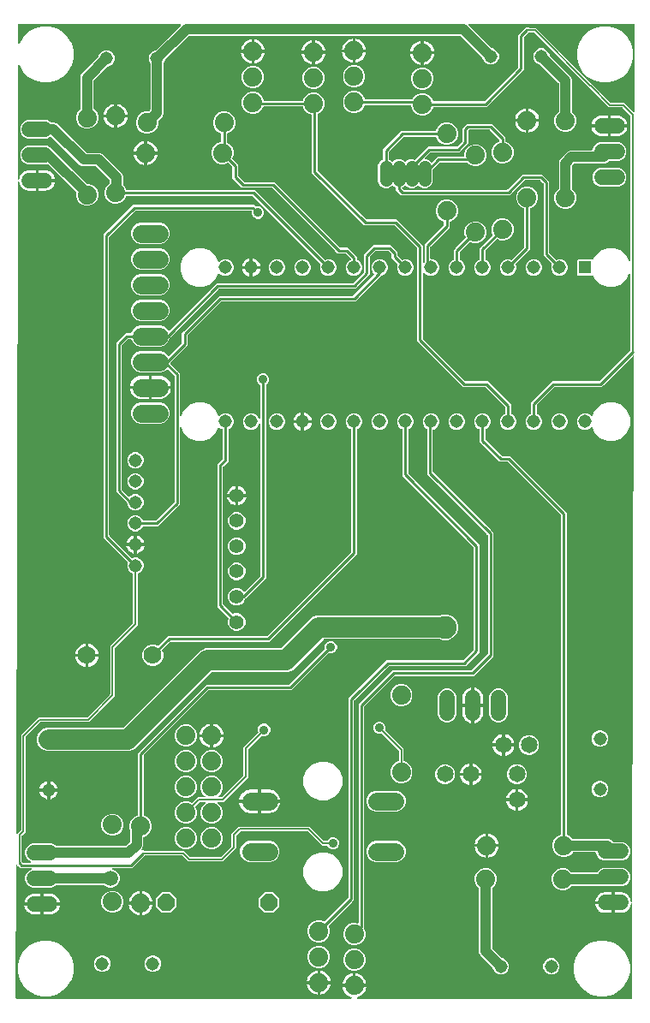
<source format=gbr>
G04 EAGLE Gerber RS-274X export*
G75*
%MOMM*%
%FSLAX34Y34*%
%LPD*%
%INBottom Copper*%
%IPPOS*%
%AMOC8*
5,1,8,0,0,1.08239X$1,22.5*%
G01*
%ADD10R,1.308000X1.308000*%
%ADD11C,1.308000*%
%ADD12C,1.651000*%
%ADD13C,1.270000*%
%ADD14C,1.524000*%
%ADD15C,1.879600*%
%ADD16C,1.778000*%
%ADD17P,1.814519X8X202.500000*%
%ADD18C,1.790700*%
%ADD19C,1.308100*%
%ADD20C,1.408000*%
%ADD21C,1.778000*%
%ADD22C,2.250000*%
%ADD23C,2.000000*%
%ADD24C,1.000000*%
%ADD25C,0.250000*%
%ADD26C,0.906400*%
%ADD27C,0.152400*%
%ADD28C,1.500000*%

G36*
X341794Y10161D02*
X341794Y10161D01*
X341798Y10161D01*
X341915Y10181D01*
X342033Y10200D01*
X342036Y10202D01*
X342040Y10203D01*
X342145Y10260D01*
X342250Y10316D01*
X342253Y10318D01*
X342256Y10320D01*
X342337Y10408D01*
X342419Y10494D01*
X342421Y10498D01*
X342424Y10500D01*
X342473Y10609D01*
X342523Y10717D01*
X342523Y10721D01*
X342525Y10725D01*
X342537Y10843D01*
X342550Y10961D01*
X342549Y10965D01*
X342550Y10969D01*
X342523Y11085D01*
X342498Y11202D01*
X342496Y11205D01*
X342495Y11209D01*
X342433Y11310D01*
X342372Y11413D01*
X342369Y11415D01*
X342367Y11419D01*
X342276Y11495D01*
X342185Y11573D01*
X342181Y11574D01*
X342178Y11577D01*
X342025Y11646D01*
X340517Y12136D01*
X338843Y12989D01*
X337322Y14094D01*
X335994Y15422D01*
X334889Y16943D01*
X334036Y18617D01*
X333455Y20404D01*
X333254Y21677D01*
X344338Y21677D01*
X344358Y21680D01*
X344377Y21678D01*
X344479Y21700D01*
X344581Y21717D01*
X344598Y21726D01*
X344618Y21730D01*
X344707Y21783D01*
X344798Y21832D01*
X344812Y21846D01*
X344829Y21856D01*
X344896Y21935D01*
X344967Y22010D01*
X344976Y22028D01*
X344989Y22043D01*
X345027Y22139D01*
X345071Y22233D01*
X345073Y22253D01*
X345081Y22271D01*
X345099Y22438D01*
X345099Y23201D01*
X345101Y23201D01*
X345101Y22438D01*
X345104Y22418D01*
X345102Y22399D01*
X345124Y22297D01*
X345141Y22195D01*
X345150Y22178D01*
X345154Y22158D01*
X345207Y22069D01*
X345256Y21978D01*
X345270Y21964D01*
X345280Y21947D01*
X345359Y21880D01*
X345434Y21809D01*
X345452Y21800D01*
X345467Y21787D01*
X345563Y21748D01*
X345657Y21705D01*
X345677Y21703D01*
X345695Y21695D01*
X345862Y21677D01*
X356946Y21677D01*
X356745Y20404D01*
X356164Y18617D01*
X355311Y16943D01*
X354206Y15422D01*
X352878Y14094D01*
X351357Y12989D01*
X349683Y12136D01*
X348175Y11646D01*
X348171Y11644D01*
X348167Y11643D01*
X348063Y11588D01*
X347956Y11533D01*
X347953Y11530D01*
X347950Y11528D01*
X347868Y11442D01*
X347785Y11357D01*
X347783Y11353D01*
X347781Y11350D01*
X347731Y11242D01*
X347679Y11135D01*
X347679Y11131D01*
X347677Y11127D01*
X347664Y11010D01*
X347649Y10890D01*
X347650Y10886D01*
X347650Y10883D01*
X347675Y10767D01*
X347699Y10650D01*
X347701Y10646D01*
X347702Y10642D01*
X347763Y10540D01*
X347823Y10437D01*
X347826Y10434D01*
X347828Y10431D01*
X347920Y10353D01*
X348008Y10275D01*
X348012Y10274D01*
X348015Y10271D01*
X348127Y10226D01*
X348236Y10181D01*
X348240Y10181D01*
X348243Y10179D01*
X348410Y10161D01*
X619108Y10161D01*
X619127Y10164D01*
X619145Y10162D01*
X619248Y10184D01*
X619351Y10200D01*
X619367Y10209D01*
X619386Y10213D01*
X619476Y10267D01*
X619568Y10316D01*
X619581Y10329D01*
X619597Y10339D01*
X619666Y10418D01*
X619737Y10494D01*
X619745Y10511D01*
X619758Y10525D01*
X619797Y10622D01*
X619841Y10717D01*
X619843Y10736D01*
X619850Y10753D01*
X619869Y10920D01*
X620124Y103737D01*
X620114Y103801D01*
X620113Y103866D01*
X620094Y103922D01*
X620085Y103980D01*
X620055Y104037D01*
X620034Y104099D01*
X619998Y104145D01*
X619970Y104198D01*
X619923Y104242D01*
X619884Y104294D01*
X619835Y104327D01*
X619792Y104367D01*
X619734Y104395D01*
X619680Y104431D01*
X619623Y104447D01*
X619570Y104472D01*
X619505Y104479D01*
X619443Y104496D01*
X619384Y104493D01*
X619325Y104499D01*
X619262Y104486D01*
X619197Y104482D01*
X619142Y104460D01*
X619085Y104448D01*
X619029Y104415D01*
X618969Y104390D01*
X618924Y104352D01*
X618873Y104322D01*
X618831Y104273D01*
X618782Y104231D01*
X618751Y104180D01*
X618713Y104136D01*
X618688Y104076D01*
X618655Y104020D01*
X618633Y103938D01*
X618620Y103908D01*
X618617Y103883D01*
X618611Y103858D01*
X618431Y102721D01*
X617936Y101200D01*
X617210Y99775D01*
X616270Y98481D01*
X615139Y97350D01*
X613845Y96410D01*
X612420Y95684D01*
X610899Y95189D01*
X609320Y94939D01*
X602423Y94939D01*
X602423Y104338D01*
X602420Y104358D01*
X602422Y104377D01*
X602400Y104479D01*
X602383Y104581D01*
X602374Y104598D01*
X602370Y104618D01*
X602317Y104707D01*
X602268Y104798D01*
X602254Y104812D01*
X602244Y104829D01*
X602165Y104896D01*
X602090Y104967D01*
X602072Y104976D01*
X602057Y104989D01*
X601961Y105027D01*
X601867Y105071D01*
X601847Y105073D01*
X601829Y105081D01*
X601662Y105099D01*
X600899Y105099D01*
X600899Y105101D01*
X601662Y105101D01*
X601682Y105104D01*
X601701Y105102D01*
X601803Y105124D01*
X601905Y105141D01*
X601922Y105150D01*
X601942Y105154D01*
X602031Y105207D01*
X602122Y105256D01*
X602136Y105270D01*
X602153Y105280D01*
X602220Y105359D01*
X602291Y105434D01*
X602300Y105452D01*
X602313Y105467D01*
X602352Y105563D01*
X602395Y105657D01*
X602397Y105677D01*
X602405Y105695D01*
X602423Y105862D01*
X602423Y115261D01*
X609320Y115261D01*
X610899Y115011D01*
X612420Y114516D01*
X613845Y113790D01*
X615139Y112850D01*
X616270Y111719D01*
X617210Y110425D01*
X617936Y109000D01*
X618431Y107479D01*
X618618Y106296D01*
X618638Y106236D01*
X618648Y106174D01*
X618676Y106120D01*
X618695Y106062D01*
X618733Y106012D01*
X618762Y105956D01*
X618806Y105914D01*
X618843Y105865D01*
X618895Y105830D01*
X618940Y105786D01*
X618995Y105760D01*
X619046Y105726D01*
X619106Y105709D01*
X619163Y105682D01*
X619224Y105675D01*
X619282Y105658D01*
X619345Y105661D01*
X619407Y105654D01*
X619467Y105667D01*
X619528Y105670D01*
X619586Y105693D01*
X619648Y105706D01*
X619700Y105737D01*
X619757Y105759D01*
X619805Y105799D01*
X619859Y105831D01*
X619899Y105878D01*
X619946Y105917D01*
X619979Y105970D01*
X620020Y106018D01*
X620043Y106074D01*
X620074Y106126D01*
X620089Y106188D01*
X620112Y106246D01*
X620122Y106334D01*
X620130Y106366D01*
X620129Y106389D01*
X620131Y106412D01*
X621610Y645477D01*
X621598Y645549D01*
X621596Y645622D01*
X621579Y645670D01*
X621571Y645720D01*
X621537Y645785D01*
X621512Y645853D01*
X621480Y645893D01*
X621456Y645938D01*
X621404Y645988D01*
X621358Y646045D01*
X621315Y646073D01*
X621278Y646108D01*
X621213Y646139D01*
X621151Y646178D01*
X621102Y646190D01*
X621056Y646212D01*
X620983Y646220D01*
X620913Y646238D01*
X620862Y646234D01*
X620811Y646240D01*
X620740Y646225D01*
X620668Y646219D01*
X620621Y646199D01*
X620571Y646188D01*
X620508Y646151D01*
X620441Y646123D01*
X620387Y646079D01*
X620359Y646063D01*
X620344Y646044D01*
X620310Y646018D01*
X591366Y617074D01*
X589518Y615225D01*
X543465Y615225D01*
X543375Y615211D01*
X543284Y615203D01*
X543254Y615191D01*
X543222Y615186D01*
X543141Y615143D01*
X543057Y615107D01*
X543025Y615081D01*
X543005Y615070D01*
X542982Y615047D01*
X542926Y615002D01*
X525598Y597674D01*
X525545Y597600D01*
X525485Y597530D01*
X525473Y597500D01*
X525454Y597474D01*
X525427Y597387D01*
X525393Y597302D01*
X525389Y597261D01*
X525382Y597239D01*
X525383Y597207D01*
X525375Y597135D01*
X525375Y588989D01*
X525394Y588874D01*
X525411Y588758D01*
X525413Y588752D01*
X525414Y588746D01*
X525469Y588643D01*
X525522Y588538D01*
X525527Y588534D01*
X525530Y588528D01*
X525614Y588449D01*
X525698Y588366D01*
X525704Y588362D01*
X525708Y588359D01*
X525725Y588351D01*
X525845Y588285D01*
X527168Y587737D01*
X529437Y585468D01*
X530665Y582504D01*
X530665Y579296D01*
X529437Y576332D01*
X527168Y574063D01*
X524204Y572835D01*
X520996Y572835D01*
X518032Y574063D01*
X515763Y576332D01*
X514535Y579296D01*
X514535Y582504D01*
X515763Y585468D01*
X518032Y587737D01*
X519355Y588285D01*
X519455Y588347D01*
X519555Y588407D01*
X519559Y588412D01*
X519564Y588415D01*
X519639Y588504D01*
X519715Y588594D01*
X519717Y588600D01*
X519721Y588604D01*
X519763Y588712D01*
X519807Y588822D01*
X519808Y588829D01*
X519809Y588834D01*
X519810Y588852D01*
X519825Y588989D01*
X519825Y599749D01*
X540851Y620775D01*
X586904Y620775D01*
X586994Y620789D01*
X587085Y620797D01*
X587115Y620809D01*
X587147Y620814D01*
X587227Y620857D01*
X587311Y620893D01*
X587343Y620919D01*
X587364Y620930D01*
X587386Y620953D01*
X587442Y620998D01*
X617863Y651419D01*
X617916Y651493D01*
X617976Y651562D01*
X617988Y651592D01*
X618007Y651619D01*
X618034Y651706D01*
X618068Y651790D01*
X618072Y651831D01*
X618079Y651854D01*
X618078Y651886D01*
X618086Y651957D01*
X618086Y726252D01*
X618071Y726348D01*
X618061Y726445D01*
X618051Y726469D01*
X618046Y726495D01*
X618001Y726581D01*
X617961Y726670D01*
X617944Y726689D01*
X617931Y726712D01*
X617861Y726779D01*
X617795Y726851D01*
X617772Y726864D01*
X617753Y726882D01*
X617665Y726923D01*
X617579Y726970D01*
X617554Y726974D01*
X617530Y726985D01*
X617433Y726996D01*
X617337Y727013D01*
X617311Y727009D01*
X617286Y727012D01*
X617190Y726992D01*
X617094Y726977D01*
X617071Y726966D01*
X617045Y726960D01*
X616962Y726910D01*
X616875Y726866D01*
X616856Y726847D01*
X616834Y726834D01*
X616771Y726760D01*
X616703Y726690D01*
X616687Y726662D01*
X616674Y726647D01*
X616662Y726616D01*
X616622Y726543D01*
X614950Y722509D01*
X609591Y717150D01*
X602589Y714249D01*
X595011Y714249D01*
X588009Y717150D01*
X582650Y722509D01*
X581678Y724853D01*
X581654Y724892D01*
X581638Y724936D01*
X581590Y724996D01*
X581549Y725063D01*
X581513Y725092D01*
X581485Y725128D01*
X581419Y725170D01*
X581359Y725219D01*
X581316Y725236D01*
X581278Y725261D01*
X581202Y725280D01*
X581130Y725308D01*
X581084Y725309D01*
X581039Y725321D01*
X580962Y725315D01*
X580884Y725318D01*
X580840Y725305D01*
X580794Y725302D01*
X580722Y725271D01*
X580648Y725249D01*
X580627Y725235D01*
X566228Y725235D01*
X565335Y726128D01*
X565335Y740472D01*
X566228Y741365D01*
X580624Y741365D01*
X580636Y741356D01*
X580680Y741343D01*
X580721Y741320D01*
X580797Y741307D01*
X580872Y741284D01*
X580917Y741285D01*
X580963Y741277D01*
X581040Y741288D01*
X581117Y741290D01*
X581161Y741306D01*
X581206Y741312D01*
X581275Y741348D01*
X581348Y741374D01*
X581384Y741403D01*
X581425Y741424D01*
X581480Y741480D01*
X581540Y741528D01*
X581565Y741567D01*
X581597Y741600D01*
X581663Y741719D01*
X581673Y741735D01*
X581675Y741740D01*
X581678Y741747D01*
X582650Y744091D01*
X588009Y749450D01*
X595011Y752351D01*
X602589Y752351D01*
X609591Y749450D01*
X614950Y744091D01*
X616622Y740057D01*
X616673Y739974D01*
X616719Y739888D01*
X616737Y739870D01*
X616751Y739848D01*
X616827Y739785D01*
X616897Y739718D01*
X616921Y739707D01*
X616941Y739691D01*
X617032Y739656D01*
X617120Y739615D01*
X617146Y739612D01*
X617170Y739603D01*
X617268Y739598D01*
X617364Y739588D01*
X617390Y739593D01*
X617416Y739592D01*
X617510Y739619D01*
X617605Y739640D01*
X617627Y739653D01*
X617652Y739661D01*
X617732Y739716D01*
X617816Y739766D01*
X617833Y739786D01*
X617854Y739801D01*
X617913Y739879D01*
X617976Y739953D01*
X617986Y739977D01*
X618001Y739998D01*
X618031Y740091D01*
X618068Y740181D01*
X618071Y740214D01*
X618077Y740232D01*
X618077Y740265D01*
X618086Y740348D01*
X618086Y883365D01*
X618071Y883455D01*
X618064Y883546D01*
X618052Y883575D01*
X618046Y883607D01*
X618004Y883688D01*
X617968Y883772D01*
X617942Y883804D01*
X617931Y883825D01*
X617908Y883847D01*
X617863Y883903D01*
X610276Y891490D01*
X610202Y891543D01*
X610132Y891603D01*
X610102Y891615D01*
X610076Y891634D01*
X609989Y891661D01*
X609904Y891695D01*
X609863Y891699D01*
X609841Y891706D01*
X609809Y891705D01*
X609737Y891713D01*
X597053Y891713D01*
X523276Y965490D01*
X523202Y965543D01*
X523132Y965603D01*
X523102Y965615D01*
X523076Y965634D01*
X522989Y965661D01*
X522904Y965695D01*
X522863Y965699D01*
X522841Y965706D01*
X522809Y965705D01*
X522737Y965713D01*
X517953Y965713D01*
X517863Y965699D01*
X517772Y965691D01*
X517742Y965679D01*
X517710Y965674D01*
X517629Y965631D01*
X517545Y965595D01*
X517513Y965569D01*
X517493Y965558D01*
X517470Y965535D01*
X517414Y965490D01*
X512998Y961074D01*
X512945Y961000D01*
X512885Y960930D01*
X512873Y960900D01*
X512854Y960874D01*
X512827Y960787D01*
X512793Y960702D01*
X512789Y960661D01*
X512782Y960639D01*
X512783Y960607D01*
X512775Y960535D01*
X512775Y928851D01*
X475949Y892025D01*
X423582Y892025D01*
X423467Y892006D01*
X423351Y891989D01*
X423345Y891987D01*
X423339Y891986D01*
X423237Y891931D01*
X423132Y891878D01*
X423127Y891873D01*
X423122Y891870D01*
X423042Y891786D01*
X422960Y891702D01*
X422956Y891696D01*
X422952Y891692D01*
X422945Y891675D01*
X422879Y891555D01*
X421660Y888613D01*
X418587Y885540D01*
X414573Y883877D01*
X410227Y883877D01*
X406213Y885540D01*
X403140Y888613D01*
X401477Y892627D01*
X401477Y893264D01*
X401474Y893284D01*
X401476Y893303D01*
X401454Y893405D01*
X401438Y893507D01*
X401428Y893524D01*
X401424Y893544D01*
X401371Y893633D01*
X401322Y893724D01*
X401308Y893738D01*
X401298Y893755D01*
X401219Y893822D01*
X401144Y893894D01*
X401126Y893902D01*
X401111Y893915D01*
X401015Y893954D01*
X400921Y893997D01*
X400901Y893999D01*
X400883Y894007D01*
X400716Y894025D01*
X356082Y894025D01*
X355967Y894006D01*
X355851Y893989D01*
X355845Y893987D01*
X355839Y893986D01*
X355737Y893931D01*
X355632Y893878D01*
X355627Y893873D01*
X355622Y893870D01*
X355542Y893786D01*
X355460Y893702D01*
X355456Y893696D01*
X355452Y893692D01*
X355445Y893675D01*
X355379Y893555D01*
X354160Y890613D01*
X351087Y887540D01*
X347073Y885877D01*
X342727Y885877D01*
X338713Y887540D01*
X335640Y890613D01*
X333977Y894627D01*
X333977Y898973D01*
X335640Y902987D01*
X338713Y906060D01*
X342727Y907723D01*
X347073Y907723D01*
X351087Y906060D01*
X354160Y902987D01*
X355379Y900045D01*
X355440Y899945D01*
X355500Y899845D01*
X355505Y899841D01*
X355508Y899836D01*
X355598Y899761D01*
X355687Y899685D01*
X355693Y899683D01*
X355698Y899679D01*
X355806Y899637D01*
X355915Y899593D01*
X355923Y899592D01*
X355927Y899591D01*
X355946Y899590D01*
X356082Y899575D01*
X402046Y899575D01*
X402161Y899594D01*
X402277Y899611D01*
X402283Y899613D01*
X402289Y899614D01*
X402392Y899669D01*
X402497Y899722D01*
X402501Y899727D01*
X402507Y899730D01*
X402586Y899814D01*
X402669Y899898D01*
X402672Y899904D01*
X402676Y899908D01*
X402684Y899925D01*
X402750Y900045D01*
X403140Y900987D01*
X406213Y904060D01*
X410227Y905723D01*
X414573Y905723D01*
X418587Y904060D01*
X421660Y900987D01*
X422879Y898045D01*
X422940Y897945D01*
X423000Y897845D01*
X423005Y897841D01*
X423008Y897836D01*
X423098Y897761D01*
X423187Y897685D01*
X423193Y897683D01*
X423198Y897679D01*
X423306Y897637D01*
X423415Y897593D01*
X423423Y897592D01*
X423427Y897591D01*
X423446Y897590D01*
X423582Y897575D01*
X473335Y897575D01*
X473425Y897589D01*
X473516Y897597D01*
X473546Y897609D01*
X473578Y897614D01*
X473659Y897657D01*
X473743Y897693D01*
X473775Y897719D01*
X473795Y897730D01*
X473818Y897753D01*
X473874Y897798D01*
X507002Y930926D01*
X507055Y931000D01*
X507115Y931070D01*
X507127Y931100D01*
X507146Y931126D01*
X507173Y931213D01*
X507207Y931298D01*
X507211Y931339D01*
X507218Y931361D01*
X507217Y931393D01*
X507225Y931465D01*
X507225Y963149D01*
X514851Y970775D01*
X517149Y970775D01*
X517414Y970510D01*
X517488Y970457D01*
X517558Y970397D01*
X517588Y970385D01*
X517614Y970366D01*
X517701Y970339D01*
X517786Y970305D01*
X517827Y970301D01*
X517849Y970294D01*
X517881Y970295D01*
X517953Y970287D01*
X524947Y970287D01*
X598724Y896510D01*
X598798Y896457D01*
X598868Y896397D01*
X598898Y896385D01*
X598924Y896366D01*
X599011Y896339D01*
X599096Y896305D01*
X599137Y896301D01*
X599159Y896294D01*
X599191Y896295D01*
X599263Y896287D01*
X611947Y896287D01*
X620975Y887259D01*
X621032Y887218D01*
X621083Y887169D01*
X621132Y887146D01*
X621175Y887115D01*
X621242Y887095D01*
X621306Y887065D01*
X621359Y887059D01*
X621410Y887043D01*
X621480Y887045D01*
X621551Y887037D01*
X621603Y887048D01*
X621656Y887049D01*
X621722Y887074D01*
X621791Y887088D01*
X621837Y887116D01*
X621887Y887134D01*
X621942Y887178D01*
X622003Y887214D01*
X622037Y887254D01*
X622079Y887288D01*
X622117Y887347D01*
X622163Y887401D01*
X622183Y887450D01*
X622212Y887494D01*
X622229Y887563D01*
X622256Y887628D01*
X622264Y887702D01*
X622272Y887733D01*
X622270Y887756D01*
X622275Y887795D01*
X622509Y973376D01*
X622506Y973397D01*
X622508Y973417D01*
X622486Y973517D01*
X622470Y973619D01*
X622460Y973637D01*
X622456Y973658D01*
X622403Y973746D01*
X622356Y973836D01*
X622341Y973851D01*
X622330Y973869D01*
X622252Y973935D01*
X622178Y974006D01*
X622159Y974015D01*
X622143Y974029D01*
X622048Y974067D01*
X621955Y974111D01*
X621934Y974113D01*
X621915Y974121D01*
X621748Y974139D01*
X458926Y974139D01*
X458855Y974128D01*
X458783Y974126D01*
X458734Y974108D01*
X458683Y974100D01*
X458620Y974066D01*
X458552Y974041D01*
X458512Y974009D01*
X458466Y973984D01*
X458416Y973932D01*
X458360Y973888D01*
X458332Y973844D01*
X458296Y973806D01*
X458266Y973741D01*
X458227Y973681D01*
X458215Y973630D01*
X458193Y973583D01*
X458185Y973512D01*
X458167Y973442D01*
X458171Y973390D01*
X458166Y973339D01*
X458181Y973268D01*
X458186Y973197D01*
X458207Y973149D01*
X458218Y973098D01*
X458255Y973037D01*
X458283Y972971D01*
X458328Y972915D01*
X458344Y972887D01*
X458362Y972872D01*
X458388Y972840D01*
X458499Y972729D01*
X480939Y950288D01*
X481013Y950235D01*
X481083Y950176D01*
X481113Y950163D01*
X481139Y950145D01*
X481226Y950118D01*
X481311Y950084D01*
X481352Y950079D01*
X481374Y950072D01*
X481406Y950073D01*
X481477Y950065D01*
X481604Y950065D01*
X484569Y948837D01*
X486837Y946569D01*
X488065Y943604D01*
X488065Y940396D01*
X486837Y937431D01*
X484569Y935163D01*
X481604Y933935D01*
X478396Y933935D01*
X475431Y935163D01*
X473163Y937431D01*
X471935Y940396D01*
X471935Y940523D01*
X471920Y940613D01*
X471913Y940704D01*
X471900Y940733D01*
X471895Y940765D01*
X471852Y940846D01*
X471817Y940930D01*
X471791Y940962D01*
X471780Y940983D01*
X471757Y941005D01*
X471712Y941061D01*
X450380Y962392D01*
X450306Y962445D01*
X450237Y962505D01*
X450207Y962517D01*
X450181Y962536D01*
X450094Y962563D01*
X450009Y962597D01*
X449968Y962601D01*
X449946Y962608D01*
X449913Y962607D01*
X449842Y962615D01*
X182158Y962615D01*
X182068Y962601D01*
X181977Y962593D01*
X181947Y962581D01*
X181915Y962576D01*
X181835Y962533D01*
X181751Y962497D01*
X181719Y962471D01*
X181698Y962460D01*
X181676Y962437D01*
X181620Y962392D01*
X158288Y939061D01*
X158235Y938987D01*
X158176Y938917D01*
X158163Y938887D01*
X158145Y938861D01*
X158118Y938774D01*
X158084Y938689D01*
X158079Y938648D01*
X158072Y938626D01*
X158073Y938594D01*
X158065Y938523D01*
X158065Y938396D01*
X156837Y935431D01*
X156748Y935342D01*
X156694Y935268D01*
X156635Y935198D01*
X156623Y935168D01*
X156604Y935142D01*
X156577Y935055D01*
X156543Y934970D01*
X156539Y934929D01*
X156532Y934907D01*
X156533Y934875D01*
X156525Y934803D01*
X156525Y885002D01*
X155531Y882604D01*
X151346Y878418D01*
X151293Y878344D01*
X151233Y878275D01*
X151221Y878245D01*
X151202Y878219D01*
X151175Y878132D01*
X151141Y878047D01*
X151137Y878006D01*
X151130Y877984D01*
X151131Y877951D01*
X151123Y877880D01*
X151123Y874327D01*
X149460Y870313D01*
X146387Y867240D01*
X142373Y865577D01*
X138027Y865577D01*
X134013Y867240D01*
X130940Y870313D01*
X129277Y874327D01*
X129277Y878673D01*
X130940Y882687D01*
X134013Y885760D01*
X138027Y887423D01*
X141580Y887423D01*
X141670Y887437D01*
X141761Y887445D01*
X141791Y887457D01*
X141823Y887462D01*
X141903Y887505D01*
X141987Y887541D01*
X142019Y887567D01*
X142040Y887578D01*
X142062Y887601D01*
X142118Y887646D01*
X143252Y888780D01*
X143305Y888854D01*
X143365Y888923D01*
X143377Y888953D01*
X143396Y888979D01*
X143423Y889066D01*
X143457Y889151D01*
X143461Y889192D01*
X143468Y889214D01*
X143467Y889247D01*
X143475Y889318D01*
X143475Y934803D01*
X143461Y934894D01*
X143453Y934985D01*
X143441Y935014D01*
X143436Y935046D01*
X143393Y935127D01*
X143357Y935211D01*
X143331Y935243D01*
X143320Y935264D01*
X143297Y935286D01*
X143252Y935342D01*
X143163Y935431D01*
X141935Y938396D01*
X141935Y941604D01*
X143163Y944569D01*
X145431Y946837D01*
X148396Y948065D01*
X148523Y948065D01*
X148613Y948080D01*
X148704Y948087D01*
X148733Y948100D01*
X148765Y948105D01*
X148846Y948148D01*
X148930Y948183D01*
X148962Y948209D01*
X148983Y948220D01*
X149005Y948243D01*
X149061Y948288D01*
X173501Y972729D01*
X173612Y972840D01*
X173654Y972898D01*
X173704Y972950D01*
X173726Y972997D01*
X173756Y973039D01*
X173777Y973108D01*
X173807Y973173D01*
X173813Y973225D01*
X173828Y973274D01*
X173826Y973346D01*
X173834Y973417D01*
X173823Y973468D01*
X173822Y973520D01*
X173797Y973588D01*
X173782Y973658D01*
X173755Y973703D01*
X173738Y973751D01*
X173693Y973807D01*
X173656Y973869D01*
X173616Y973903D01*
X173584Y973943D01*
X173523Y973982D01*
X173469Y974029D01*
X173421Y974048D01*
X173377Y974076D01*
X173308Y974094D01*
X173241Y974121D01*
X173170Y974129D01*
X173138Y974137D01*
X173115Y974135D01*
X173074Y974139D01*
X13592Y974139D01*
X13573Y974136D01*
X13555Y974138D01*
X13452Y974116D01*
X13349Y974100D01*
X13333Y974091D01*
X13314Y974087D01*
X13224Y974033D01*
X13132Y973984D01*
X13119Y973971D01*
X13103Y973961D01*
X13034Y973882D01*
X12963Y973806D01*
X12955Y973789D01*
X12942Y973775D01*
X12903Y973678D01*
X12859Y973583D01*
X12857Y973564D01*
X12850Y973547D01*
X12831Y973380D01*
X12780Y955019D01*
X12788Y954971D01*
X12786Y954922D01*
X12808Y954850D01*
X12819Y954776D01*
X12842Y954733D01*
X12856Y954686D01*
X12899Y954625D01*
X12934Y954558D01*
X12969Y954524D01*
X12998Y954484D01*
X13058Y954440D01*
X13112Y954388D01*
X13156Y954368D01*
X13196Y954339D01*
X13267Y954316D01*
X13335Y954284D01*
X13383Y954279D01*
X13430Y954264D01*
X13505Y954265D01*
X13579Y954256D01*
X13627Y954267D01*
X13676Y954267D01*
X13746Y954292D01*
X13820Y954308D01*
X13862Y954333D01*
X13908Y954349D01*
X13967Y954396D01*
X14031Y954434D01*
X14063Y954471D01*
X14102Y954501D01*
X14176Y954602D01*
X14191Y954620D01*
X14194Y954627D01*
X14201Y954636D01*
X17866Y960984D01*
X23016Y966134D01*
X29323Y969776D01*
X36358Y971661D01*
X43642Y971661D01*
X50677Y969776D01*
X56984Y966134D01*
X62134Y960984D01*
X65776Y954677D01*
X67661Y947642D01*
X67661Y940358D01*
X65776Y933323D01*
X62134Y927016D01*
X56984Y921866D01*
X50677Y918224D01*
X43642Y916339D01*
X36358Y916339D01*
X29323Y918224D01*
X23016Y921866D01*
X17866Y927016D01*
X14224Y933323D01*
X14217Y933350D01*
X14208Y933372D01*
X14204Y933394D01*
X14157Y933483D01*
X14116Y933575D01*
X14100Y933592D01*
X14089Y933612D01*
X14017Y933681D01*
X13949Y933755D01*
X13928Y933766D01*
X13912Y933782D01*
X13821Y933824D01*
X13732Y933872D01*
X13710Y933876D01*
X13689Y933886D01*
X13589Y933897D01*
X13490Y933915D01*
X13467Y933911D01*
X13444Y933914D01*
X13346Y933893D01*
X13247Y933878D01*
X13226Y933867D01*
X13204Y933862D01*
X13118Y933811D01*
X13028Y933765D01*
X13012Y933748D01*
X12992Y933737D01*
X12927Y933661D01*
X12857Y933589D01*
X12847Y933568D01*
X12832Y933550D01*
X12794Y933457D01*
X12751Y933367D01*
X12748Y933344D01*
X12739Y933322D01*
X12720Y933156D01*
X12413Y820994D01*
X12423Y820930D01*
X12423Y820865D01*
X12443Y820809D01*
X12452Y820751D01*
X12482Y820694D01*
X12503Y820632D01*
X12539Y820586D01*
X12566Y820534D01*
X12613Y820489D01*
X12653Y820437D01*
X12702Y820404D01*
X12744Y820364D01*
X12803Y820336D01*
X12857Y820300D01*
X12914Y820284D01*
X12967Y820259D01*
X13032Y820252D01*
X13094Y820235D01*
X13153Y820238D01*
X13211Y820232D01*
X13275Y820245D01*
X13340Y820249D01*
X13394Y820271D01*
X13452Y820283D01*
X13508Y820316D01*
X13568Y820341D01*
X13613Y820379D01*
X13663Y820409D01*
X13706Y820458D01*
X13755Y820500D01*
X13785Y820551D01*
X13824Y820595D01*
X13848Y820655D01*
X13882Y820711D01*
X13904Y820793D01*
X13916Y820823D01*
X13919Y820849D01*
X13926Y820873D01*
X14069Y821779D01*
X14564Y823300D01*
X15290Y824725D01*
X16230Y826019D01*
X17361Y827150D01*
X18655Y828090D01*
X20080Y828816D01*
X21601Y829311D01*
X23180Y829561D01*
X30077Y829561D01*
X30077Y820162D01*
X30080Y820142D01*
X30078Y820123D01*
X30100Y820021D01*
X30117Y819919D01*
X30126Y819902D01*
X30130Y819882D01*
X30183Y819793D01*
X30232Y819702D01*
X30246Y819688D01*
X30256Y819671D01*
X30335Y819604D01*
X30410Y819533D01*
X30428Y819524D01*
X30443Y819511D01*
X30539Y819473D01*
X30633Y819429D01*
X30653Y819427D01*
X30671Y819419D01*
X30838Y819401D01*
X31601Y819401D01*
X31601Y819399D01*
X30838Y819399D01*
X30818Y819396D01*
X30799Y819398D01*
X30697Y819376D01*
X30595Y819359D01*
X30578Y819350D01*
X30558Y819346D01*
X30469Y819293D01*
X30378Y819244D01*
X30364Y819230D01*
X30347Y819220D01*
X30280Y819141D01*
X30209Y819066D01*
X30200Y819048D01*
X30187Y819033D01*
X30148Y818937D01*
X30105Y818843D01*
X30103Y818823D01*
X30095Y818805D01*
X30077Y818638D01*
X30077Y809239D01*
X23180Y809239D01*
X21601Y809489D01*
X20080Y809984D01*
X18655Y810710D01*
X17361Y811650D01*
X16230Y812781D01*
X15290Y814075D01*
X14564Y815500D01*
X14069Y817021D01*
X13917Y817981D01*
X13898Y818041D01*
X13888Y818103D01*
X13876Y818124D01*
X13876Y818127D01*
X13870Y818137D01*
X13859Y818157D01*
X13840Y818215D01*
X13802Y818265D01*
X13773Y818321D01*
X13729Y818363D01*
X13692Y818412D01*
X13641Y818447D01*
X13595Y818491D01*
X13540Y818516D01*
X13490Y818551D01*
X13429Y818568D01*
X13372Y818595D01*
X13312Y818602D01*
X13253Y818618D01*
X13191Y818615D01*
X13128Y818623D01*
X13068Y818610D01*
X13008Y818607D01*
X12949Y818584D01*
X12888Y818571D01*
X12835Y818540D01*
X12778Y818518D01*
X12730Y818477D01*
X12676Y818445D01*
X12636Y818399D01*
X12590Y818360D01*
X12557Y818307D01*
X12516Y818259D01*
X12493Y818202D01*
X12461Y818150D01*
X12447Y818089D01*
X12423Y818031D01*
X12413Y817943D01*
X12406Y817911D01*
X12407Y817887D01*
X12404Y817864D01*
X10637Y173711D01*
X10649Y173639D01*
X10651Y173567D01*
X10668Y173519D01*
X10676Y173468D01*
X10710Y173404D01*
X10735Y173336D01*
X10767Y173296D01*
X10791Y173251D01*
X10843Y173200D01*
X10889Y173144D01*
X10932Y173116D01*
X10969Y173081D01*
X11035Y173050D01*
X11096Y173011D01*
X11145Y172998D01*
X11191Y172976D01*
X11264Y172968D01*
X11334Y172950D01*
X11385Y172954D01*
X11436Y172949D01*
X11507Y172964D01*
X11580Y172970D01*
X11626Y172990D01*
X11676Y173000D01*
X11739Y173037D01*
X11806Y173066D01*
X11860Y173110D01*
X11888Y173126D01*
X11904Y173144D01*
X11937Y173171D01*
X15490Y176724D01*
X15543Y176798D01*
X15603Y176868D01*
X15615Y176898D01*
X15634Y176924D01*
X15661Y177011D01*
X15695Y177096D01*
X15699Y177137D01*
X15706Y177159D01*
X15705Y177191D01*
X15713Y177263D01*
X15713Y270947D01*
X17276Y272510D01*
X33053Y288287D01*
X80737Y288287D01*
X80828Y288301D01*
X80918Y288309D01*
X80948Y288321D01*
X80980Y288326D01*
X81061Y288369D01*
X81145Y288405D01*
X81177Y288431D01*
X81198Y288442D01*
X81220Y288465D01*
X81276Y288510D01*
X103490Y310724D01*
X103543Y310798D01*
X103603Y310868D01*
X103615Y310898D01*
X103634Y310924D01*
X103661Y311011D01*
X103695Y311096D01*
X103699Y311137D01*
X103706Y311159D01*
X103705Y311191D01*
X103713Y311263D01*
X103713Y358947D01*
X126190Y381424D01*
X126243Y381498D01*
X126303Y381568D01*
X126315Y381598D01*
X126334Y381624D01*
X126361Y381711D01*
X126395Y381796D01*
X126399Y381837D01*
X126406Y381859D01*
X126405Y381891D01*
X126413Y381963D01*
X126413Y430229D01*
X126394Y430344D01*
X126377Y430460D01*
X126375Y430465D01*
X126374Y430472D01*
X126319Y430574D01*
X126266Y430679D01*
X126261Y430683D01*
X126258Y430689D01*
X126174Y430769D01*
X126090Y430851D01*
X126084Y430855D01*
X126080Y430858D01*
X126063Y430866D01*
X125943Y430932D01*
X124131Y431683D01*
X121863Y433951D01*
X120635Y436916D01*
X120635Y440124D01*
X121183Y441448D01*
X121210Y441562D01*
X121238Y441675D01*
X121238Y441682D01*
X121239Y441688D01*
X121228Y441804D01*
X121219Y441920D01*
X121217Y441926D01*
X121216Y441933D01*
X121168Y442040D01*
X121123Y442147D01*
X121118Y442153D01*
X121116Y442157D01*
X121104Y442171D01*
X121018Y442278D01*
X97225Y466071D01*
X97225Y766149D01*
X99073Y767998D01*
X99074Y767998D01*
X124502Y793426D01*
X126351Y795275D01*
X246149Y795275D01*
X247779Y793645D01*
X247874Y793577D01*
X247968Y793507D01*
X247974Y793505D01*
X247979Y793501D01*
X248091Y793467D01*
X248202Y793430D01*
X248208Y793431D01*
X248214Y793429D01*
X248331Y793432D01*
X248448Y793433D01*
X248455Y793435D01*
X248460Y793435D01*
X248477Y793441D01*
X248609Y793480D01*
X248795Y793557D01*
X251205Y793557D01*
X253431Y792635D01*
X255135Y790931D01*
X256057Y788705D01*
X256057Y786295D01*
X255135Y784069D01*
X253431Y782365D01*
X251205Y781443D01*
X248795Y781443D01*
X246569Y782365D01*
X244865Y784069D01*
X243943Y786295D01*
X243943Y788723D01*
X243960Y788759D01*
X243968Y788836D01*
X243986Y788912D01*
X243982Y788958D01*
X243987Y789003D01*
X243970Y789080D01*
X243963Y789157D01*
X243944Y789199D01*
X243935Y789244D01*
X243895Y789311D01*
X243863Y789382D01*
X243832Y789415D01*
X243808Y789455D01*
X243749Y789506D01*
X243697Y789563D01*
X243657Y789585D01*
X243622Y789615D01*
X243549Y789644D01*
X243481Y789681D01*
X243436Y789690D01*
X243393Y789707D01*
X243258Y789722D01*
X243239Y789725D01*
X243234Y789724D01*
X243227Y789725D01*
X128965Y789725D01*
X128875Y789711D01*
X128784Y789703D01*
X128754Y789691D01*
X128722Y789686D01*
X128641Y789643D01*
X128557Y789607D01*
X128525Y789581D01*
X128505Y789570D01*
X128482Y789547D01*
X128426Y789502D01*
X102998Y764074D01*
X102945Y764000D01*
X102885Y763930D01*
X102873Y763900D01*
X102854Y763874D01*
X102827Y763787D01*
X102793Y763702D01*
X102789Y763661D01*
X102782Y763639D01*
X102783Y763607D01*
X102775Y763535D01*
X102775Y468685D01*
X102789Y468595D01*
X102797Y468504D01*
X102809Y468474D01*
X102814Y468442D01*
X102857Y468361D01*
X102893Y468277D01*
X102919Y468245D01*
X102930Y468225D01*
X102953Y468202D01*
X102998Y468146D01*
X124942Y446202D01*
X125037Y446134D01*
X125131Y446064D01*
X125137Y446062D01*
X125142Y446058D01*
X125253Y446024D01*
X125365Y445988D01*
X125371Y445988D01*
X125377Y445986D01*
X125494Y445989D01*
X125611Y445990D01*
X125618Y445992D01*
X125623Y445992D01*
X125640Y445999D01*
X125772Y446037D01*
X127096Y446585D01*
X130304Y446585D01*
X133269Y445357D01*
X135537Y443089D01*
X136765Y440124D01*
X136765Y436916D01*
X135537Y433951D01*
X133269Y431683D01*
X131457Y430932D01*
X131357Y430870D01*
X131257Y430811D01*
X131253Y430806D01*
X131248Y430803D01*
X131173Y430712D01*
X131097Y430624D01*
X131095Y430618D01*
X131091Y430613D01*
X131049Y430505D01*
X131005Y430396D01*
X131004Y430388D01*
X131003Y430383D01*
X131002Y430365D01*
X130987Y430229D01*
X130987Y379753D01*
X108510Y357276D01*
X108457Y357202D01*
X108397Y357132D01*
X108385Y357102D01*
X108366Y357076D01*
X108339Y356989D01*
X108305Y356904D01*
X108301Y356863D01*
X108294Y356841D01*
X108295Y356809D01*
X108287Y356737D01*
X108287Y309053D01*
X82947Y283713D01*
X35263Y283713D01*
X35172Y283699D01*
X35082Y283691D01*
X35052Y283679D01*
X35020Y283674D01*
X34939Y283631D01*
X34855Y283595D01*
X34823Y283569D01*
X34802Y283558D01*
X34780Y283535D01*
X34724Y283490D01*
X20510Y269276D01*
X20457Y269202D01*
X20397Y269132D01*
X20385Y269102D01*
X20366Y269076D01*
X20339Y268989D01*
X20305Y268904D01*
X20301Y268863D01*
X20294Y268841D01*
X20295Y268809D01*
X20287Y268738D01*
X20287Y175053D01*
X16510Y171276D01*
X16457Y171202D01*
X16397Y171132D01*
X16385Y171102D01*
X16366Y171076D01*
X16339Y170989D01*
X16305Y170904D01*
X16301Y170863D01*
X16294Y170841D01*
X16295Y170809D01*
X16287Y170737D01*
X16287Y145953D01*
X16301Y145863D01*
X16309Y145772D01*
X16321Y145742D01*
X16326Y145710D01*
X16369Y145629D01*
X16405Y145545D01*
X16431Y145513D01*
X16442Y145493D01*
X16465Y145470D01*
X16510Y145414D01*
X16926Y144998D01*
X17000Y144945D01*
X17070Y144885D01*
X17100Y144873D01*
X17126Y144854D01*
X17213Y144827D01*
X17298Y144793D01*
X17339Y144789D01*
X17361Y144782D01*
X17393Y144783D01*
X17465Y144775D01*
X24736Y144775D01*
X24832Y144790D01*
X24929Y144800D01*
X24952Y144810D01*
X24978Y144814D01*
X25064Y144860D01*
X25153Y144900D01*
X25173Y144917D01*
X25196Y144930D01*
X25263Y145000D01*
X25334Y145066D01*
X25347Y145089D01*
X25365Y145108D01*
X25406Y145196D01*
X25453Y145282D01*
X25458Y145307D01*
X25469Y145331D01*
X25479Y145428D01*
X25497Y145524D01*
X25493Y145550D01*
X25496Y145575D01*
X25475Y145671D01*
X25461Y145767D01*
X25449Y145790D01*
X25443Y145816D01*
X25394Y145899D01*
X25349Y145986D01*
X25331Y146005D01*
X25317Y146027D01*
X25243Y146090D01*
X25174Y146158D01*
X25145Y146174D01*
X25130Y146187D01*
X25100Y146199D01*
X25027Y146239D01*
X23800Y146747D01*
X21227Y149320D01*
X19835Y152681D01*
X19835Y156319D01*
X21227Y159680D01*
X23800Y162253D01*
X27161Y163645D01*
X46039Y163645D01*
X49400Y162253D01*
X50405Y161248D01*
X50479Y161195D01*
X50548Y161135D01*
X50578Y161123D01*
X50605Y161104D01*
X50692Y161077D01*
X50776Y161043D01*
X50817Y161039D01*
X50840Y161032D01*
X50872Y161033D01*
X50943Y161025D01*
X118982Y161025D01*
X119072Y161039D01*
X119163Y161047D01*
X119193Y161059D01*
X119225Y161064D01*
X119305Y161107D01*
X119389Y161143D01*
X119421Y161169D01*
X119442Y161180D01*
X119464Y161203D01*
X119520Y161248D01*
X123252Y164980D01*
X123305Y165054D01*
X123365Y165123D01*
X123377Y165153D01*
X123396Y165179D01*
X123423Y165266D01*
X123457Y165351D01*
X123461Y165392D01*
X123468Y165414D01*
X123467Y165447D01*
X123475Y165518D01*
X123475Y177415D01*
X123465Y177480D01*
X123464Y177545D01*
X123441Y177625D01*
X123436Y177658D01*
X123426Y177675D01*
X123417Y177706D01*
X123077Y178527D01*
X123077Y182873D01*
X124740Y186887D01*
X127813Y189960D01*
X130755Y191179D01*
X130855Y191240D01*
X130955Y191300D01*
X130959Y191305D01*
X130964Y191308D01*
X131039Y191398D01*
X131115Y191487D01*
X131117Y191493D01*
X131121Y191498D01*
X131163Y191606D01*
X131207Y191715D01*
X131208Y191723D01*
X131209Y191727D01*
X131210Y191746D01*
X131225Y191882D01*
X131225Y253149D01*
X198851Y320775D01*
X280535Y320775D01*
X280625Y320789D01*
X280716Y320797D01*
X280746Y320809D01*
X280778Y320814D01*
X280859Y320857D01*
X280943Y320893D01*
X280975Y320919D01*
X280995Y320930D01*
X281018Y320953D01*
X281074Y320998D01*
X315855Y355779D01*
X315923Y355873D01*
X315993Y355968D01*
X315995Y355974D01*
X315999Y355979D01*
X316033Y356090D01*
X316070Y356202D01*
X316069Y356208D01*
X316071Y356214D01*
X316068Y356331D01*
X316067Y356448D01*
X316065Y356455D01*
X316065Y356460D01*
X316059Y356477D01*
X316020Y356609D01*
X315943Y356795D01*
X315943Y359205D01*
X316865Y361431D01*
X318569Y363135D01*
X320795Y364057D01*
X323205Y364057D01*
X325431Y363135D01*
X327135Y361431D01*
X328057Y359205D01*
X328057Y356795D01*
X327135Y354569D01*
X325431Y352865D01*
X323205Y351943D01*
X320795Y351943D01*
X320609Y352020D01*
X320496Y352047D01*
X320382Y352076D01*
X320376Y352075D01*
X320370Y352077D01*
X320253Y352066D01*
X320137Y352057D01*
X320131Y352054D01*
X320125Y352053D01*
X320018Y352006D01*
X319910Y351960D01*
X319905Y351956D01*
X319900Y351954D01*
X319886Y351941D01*
X319779Y351855D01*
X283149Y315225D01*
X201465Y315225D01*
X201375Y315211D01*
X201284Y315203D01*
X201254Y315191D01*
X201222Y315186D01*
X201141Y315143D01*
X201057Y315107D01*
X201025Y315081D01*
X201005Y315070D01*
X200982Y315047D01*
X200926Y315002D01*
X136998Y251074D01*
X136945Y251000D01*
X136885Y250930D01*
X136873Y250900D01*
X136854Y250874D01*
X136827Y250787D01*
X136793Y250702D01*
X136789Y250661D01*
X136782Y250639D01*
X136783Y250607D01*
X136775Y250535D01*
X136775Y191882D01*
X136794Y191766D01*
X136811Y191651D01*
X136813Y191645D01*
X136814Y191639D01*
X136869Y191537D01*
X136922Y191432D01*
X136927Y191427D01*
X136930Y191422D01*
X137014Y191342D01*
X137098Y191260D01*
X137104Y191256D01*
X137108Y191253D01*
X137125Y191245D01*
X137245Y191179D01*
X140187Y189960D01*
X143260Y186887D01*
X144923Y182873D01*
X144923Y178527D01*
X143260Y174513D01*
X140187Y171440D01*
X136995Y170118D01*
X136895Y170056D01*
X136795Y169996D01*
X136791Y169991D01*
X136786Y169988D01*
X136711Y169898D01*
X136635Y169809D01*
X136633Y169803D01*
X136629Y169799D01*
X136587Y169689D01*
X136543Y169581D01*
X136542Y169574D01*
X136541Y169569D01*
X136540Y169551D01*
X136525Y169414D01*
X136525Y161202D01*
X135531Y158804D01*
X134802Y158074D01*
X134760Y158016D01*
X134710Y157964D01*
X134688Y157917D01*
X134658Y157875D01*
X134637Y157806D01*
X134607Y157741D01*
X134601Y157689D01*
X134586Y157639D01*
X134588Y157568D01*
X134580Y157497D01*
X134591Y157446D01*
X134592Y157394D01*
X134617Y157326D01*
X134632Y157256D01*
X134659Y157211D01*
X134677Y157163D01*
X134721Y157107D01*
X134758Y157045D01*
X134798Y157011D01*
X134830Y156971D01*
X134891Y156932D01*
X134945Y156885D01*
X134993Y156866D01*
X135037Y156838D01*
X135107Y156820D01*
X135173Y156793D01*
X135244Y156785D01*
X135276Y156777D01*
X135299Y156779D01*
X135340Y156775D01*
X137149Y156775D01*
X137414Y156510D01*
X137488Y156457D01*
X137558Y156397D01*
X137588Y156385D01*
X137614Y156366D01*
X137701Y156339D01*
X137786Y156305D01*
X137827Y156301D01*
X137849Y156294D01*
X137881Y156295D01*
X137953Y156287D01*
X176057Y156287D01*
X176153Y156302D01*
X176250Y156312D01*
X176274Y156322D01*
X176300Y156326D01*
X176386Y156372D01*
X176475Y156412D01*
X176494Y156429D01*
X176517Y156442D01*
X176585Y156512D01*
X176656Y156578D01*
X176669Y156601D01*
X176687Y156620D01*
X176691Y156629D01*
X176723Y156575D01*
X176751Y156509D01*
X176796Y156453D01*
X176813Y156425D01*
X176830Y156410D01*
X176856Y156378D01*
X182724Y150510D01*
X182798Y150457D01*
X182868Y150397D01*
X182898Y150385D01*
X182924Y150366D01*
X183011Y150339D01*
X183096Y150305D01*
X183137Y150301D01*
X183159Y150294D01*
X183191Y150295D01*
X183263Y150287D01*
X212737Y150287D01*
X212828Y150301D01*
X212918Y150309D01*
X212948Y150321D01*
X212980Y150326D01*
X213061Y150369D01*
X213145Y150405D01*
X213177Y150431D01*
X213198Y150442D01*
X213220Y150465D01*
X213276Y150510D01*
X223490Y160724D01*
X223543Y160798D01*
X223603Y160868D01*
X223615Y160898D01*
X223634Y160924D01*
X223661Y161011D01*
X223695Y161096D01*
X223699Y161137D01*
X223706Y161159D01*
X223705Y161191D01*
X223713Y161263D01*
X223713Y172947D01*
X231053Y180287D01*
X300947Y180287D01*
X314724Y166510D01*
X314798Y166457D01*
X314868Y166397D01*
X314898Y166385D01*
X314924Y166366D01*
X315011Y166339D01*
X315096Y166305D01*
X315137Y166301D01*
X315159Y166294D01*
X315191Y166295D01*
X315263Y166287D01*
X317883Y166287D01*
X317997Y166306D01*
X318114Y166323D01*
X318119Y166325D01*
X318126Y166326D01*
X318228Y166381D01*
X318333Y166434D01*
X318337Y166439D01*
X318343Y166442D01*
X318423Y166526D01*
X318505Y166610D01*
X318509Y166616D01*
X318512Y166620D01*
X318520Y166637D01*
X318586Y166757D01*
X318865Y167431D01*
X320569Y169135D01*
X322795Y170057D01*
X325205Y170057D01*
X327431Y169135D01*
X329135Y167431D01*
X330057Y165205D01*
X330057Y162795D01*
X329135Y160569D01*
X327431Y158865D01*
X325205Y157943D01*
X322795Y157943D01*
X320569Y158865D01*
X318865Y160569D01*
X318586Y161243D01*
X318525Y161342D01*
X318465Y161443D01*
X318460Y161447D01*
X318457Y161452D01*
X318367Y161527D01*
X318278Y161603D01*
X318272Y161605D01*
X318267Y161609D01*
X318158Y161651D01*
X318050Y161695D01*
X318042Y161696D01*
X318037Y161697D01*
X318019Y161698D01*
X317883Y161713D01*
X313053Y161713D01*
X299276Y175490D01*
X299202Y175543D01*
X299132Y175603D01*
X299102Y175615D01*
X299076Y175634D01*
X298989Y175661D01*
X298904Y175695D01*
X298863Y175699D01*
X298841Y175706D01*
X298809Y175705D01*
X298737Y175713D01*
X233263Y175713D01*
X233172Y175699D01*
X233082Y175691D01*
X233052Y175679D01*
X233020Y175674D01*
X232939Y175631D01*
X232855Y175595D01*
X232823Y175569D01*
X232802Y175558D01*
X232780Y175535D01*
X232724Y175490D01*
X228510Y171276D01*
X228457Y171202D01*
X228397Y171132D01*
X228385Y171102D01*
X228366Y171076D01*
X228339Y170989D01*
X228305Y170904D01*
X228301Y170863D01*
X228294Y170841D01*
X228295Y170809D01*
X228287Y170737D01*
X228287Y159053D01*
X214947Y145713D01*
X181053Y145713D01*
X175276Y151490D01*
X175202Y151543D01*
X175132Y151603D01*
X175102Y151615D01*
X175076Y151634D01*
X174989Y151661D01*
X174904Y151695D01*
X174863Y151699D01*
X174841Y151706D01*
X174809Y151705D01*
X174737Y151713D01*
X137953Y151713D01*
X137863Y151699D01*
X137772Y151691D01*
X137742Y151679D01*
X137710Y151674D01*
X137629Y151631D01*
X137545Y151595D01*
X137513Y151569D01*
X137493Y151558D01*
X137470Y151535D01*
X137414Y151490D01*
X125149Y139225D01*
X106724Y139225D01*
X106628Y139210D01*
X106531Y139200D01*
X106507Y139190D01*
X106481Y139186D01*
X106395Y139140D01*
X106306Y139100D01*
X106287Y139083D01*
X106264Y139070D01*
X106197Y139000D01*
X106125Y138934D01*
X106112Y138911D01*
X106094Y138892D01*
X106053Y138804D01*
X106006Y138718D01*
X106002Y138693D01*
X105991Y138669D01*
X105980Y138572D01*
X105963Y138476D01*
X105966Y138450D01*
X105964Y138425D01*
X105984Y138329D01*
X105998Y138233D01*
X106010Y138210D01*
X106016Y138184D01*
X106066Y138101D01*
X106110Y138014D01*
X106129Y137995D01*
X106142Y137973D01*
X106216Y137910D01*
X106286Y137842D01*
X106314Y137826D01*
X106329Y137813D01*
X106360Y137801D01*
X106433Y137761D01*
X109112Y136651D01*
X111651Y134112D01*
X113025Y130795D01*
X113025Y127205D01*
X111651Y123888D01*
X109112Y121349D01*
X105795Y119975D01*
X102205Y119975D01*
X98888Y121349D01*
X98204Y122033D01*
X98151Y122071D01*
X98104Y122117D01*
X98031Y122157D01*
X98004Y122177D01*
X97986Y122182D01*
X97957Y122198D01*
X97186Y122517D01*
X97123Y122532D01*
X97062Y122557D01*
X96979Y122566D01*
X96947Y122573D01*
X96928Y122572D01*
X96895Y122575D01*
X50943Y122575D01*
X50853Y122561D01*
X50762Y122553D01*
X50732Y122541D01*
X50700Y122536D01*
X50620Y122493D01*
X50536Y122457D01*
X50504Y122431D01*
X50483Y122420D01*
X50461Y122397D01*
X50405Y122352D01*
X49400Y121347D01*
X46039Y119955D01*
X27161Y119955D01*
X23800Y121347D01*
X21227Y123920D01*
X19835Y127281D01*
X19835Y130919D01*
X21227Y134280D01*
X23800Y136853D01*
X25993Y137761D01*
X26076Y137812D01*
X26161Y137858D01*
X26179Y137876D01*
X26202Y137890D01*
X26264Y137966D01*
X26331Y138036D01*
X26342Y138060D01*
X26358Y138080D01*
X26393Y138171D01*
X26434Y138259D01*
X26437Y138285D01*
X26447Y138309D01*
X26451Y138407D01*
X26461Y138503D01*
X26456Y138529D01*
X26457Y138555D01*
X26430Y138649D01*
X26409Y138744D01*
X26396Y138766D01*
X26388Y138791D01*
X26333Y138871D01*
X26283Y138955D01*
X26263Y138972D01*
X26248Y138993D01*
X26170Y139052D01*
X26096Y139115D01*
X26072Y139125D01*
X26051Y139140D01*
X25958Y139170D01*
X25868Y139207D01*
X25835Y139210D01*
X25817Y139216D01*
X25784Y139216D01*
X25701Y139225D01*
X14851Y139225D01*
X13002Y141074D01*
X11849Y142227D01*
X11792Y142268D01*
X11740Y142317D01*
X11692Y142340D01*
X11649Y142371D01*
X11582Y142391D01*
X11518Y142421D01*
X11465Y142427D01*
X11414Y142443D01*
X11344Y142441D01*
X11273Y142449D01*
X11221Y142438D01*
X11168Y142437D01*
X11102Y142412D01*
X11033Y142397D01*
X10987Y142370D01*
X10937Y142352D01*
X10882Y142308D01*
X10821Y142272D01*
X10787Y142232D01*
X10745Y142198D01*
X10707Y142139D01*
X10661Y142085D01*
X10641Y142036D01*
X10612Y141991D01*
X10595Y141923D01*
X10568Y141857D01*
X10560Y141784D01*
X10552Y141753D01*
X10554Y141730D01*
X10549Y141691D01*
X10191Y10924D01*
X10194Y10903D01*
X10192Y10883D01*
X10214Y10783D01*
X10230Y10681D01*
X10240Y10663D01*
X10244Y10642D01*
X10297Y10554D01*
X10344Y10464D01*
X10359Y10449D01*
X10370Y10431D01*
X10448Y10365D01*
X10522Y10294D01*
X10541Y10285D01*
X10557Y10271D01*
X10652Y10233D01*
X10745Y10189D01*
X10766Y10187D01*
X10785Y10179D01*
X10952Y10161D01*
X341790Y10161D01*
X341794Y10161D01*
G37*
%LPC*%
G36*
X40608Y254875D02*
X40608Y254875D01*
X36372Y256630D01*
X33130Y259872D01*
X31375Y264108D01*
X31375Y268692D01*
X33130Y272928D01*
X36372Y276170D01*
X40608Y277925D01*
X116311Y277925D01*
X116401Y277939D01*
X116492Y277947D01*
X116522Y277959D01*
X116554Y277964D01*
X116634Y278007D01*
X116718Y278043D01*
X116750Y278069D01*
X116771Y278080D01*
X116793Y278103D01*
X116849Y278148D01*
X193472Y354770D01*
X197708Y356525D01*
X272411Y356525D01*
X272501Y356539D01*
X272592Y356547D01*
X272622Y356559D01*
X272654Y356564D01*
X272734Y356607D01*
X272818Y356643D01*
X272850Y356669D01*
X272871Y356680D01*
X272875Y356684D01*
X272876Y356684D01*
X272894Y356704D01*
X272949Y356748D01*
X303472Y387270D01*
X307708Y389025D01*
X429290Y389025D01*
X429354Y389035D01*
X429420Y389036D01*
X429500Y389059D01*
X429533Y389064D01*
X429550Y389074D01*
X429581Y389083D01*
X432459Y390275D01*
X437541Y390275D01*
X442236Y388330D01*
X445830Y384736D01*
X447775Y380041D01*
X447775Y374959D01*
X445830Y370264D01*
X442236Y366670D01*
X437541Y364725D01*
X432459Y364725D01*
X429581Y365917D01*
X429517Y365932D01*
X429456Y365957D01*
X429374Y365966D01*
X429342Y365973D01*
X429322Y365972D01*
X429290Y365975D01*
X315089Y365975D01*
X314999Y365961D01*
X314908Y365953D01*
X314878Y365941D01*
X314846Y365936D01*
X314766Y365893D01*
X314682Y365857D01*
X314650Y365831D01*
X314629Y365820D01*
X314607Y365797D01*
X314551Y365752D01*
X284028Y335230D01*
X279792Y333475D01*
X205089Y333475D01*
X204999Y333461D01*
X204908Y333453D01*
X204878Y333441D01*
X204846Y333436D01*
X204766Y333393D01*
X204682Y333357D01*
X204650Y333331D01*
X204629Y333320D01*
X204607Y333297D01*
X204551Y333252D01*
X127928Y256630D01*
X123692Y254875D01*
X40608Y254875D01*
G37*
%LPD*%
%LPC*%
G36*
X227196Y374135D02*
X227196Y374135D01*
X224048Y375439D01*
X221639Y377848D01*
X220335Y380996D01*
X220335Y384404D01*
X221001Y386011D01*
X221027Y386124D01*
X221056Y386238D01*
X221056Y386244D01*
X221057Y386250D01*
X221046Y386367D01*
X221037Y386483D01*
X221035Y386489D01*
X221034Y386495D01*
X220986Y386602D01*
X220941Y386709D01*
X220936Y386715D01*
X220934Y386720D01*
X220921Y386733D01*
X220836Y386840D01*
X211574Y396102D01*
X209725Y397951D01*
X209725Y538649D01*
X214802Y543726D01*
X214855Y543800D01*
X214915Y543870D01*
X214927Y543900D01*
X214946Y543926D01*
X214973Y544013D01*
X215007Y544098D01*
X215011Y544139D01*
X215018Y544161D01*
X215017Y544193D01*
X215025Y544265D01*
X215025Y572811D01*
X215006Y572926D01*
X214989Y573042D01*
X214987Y573048D01*
X214986Y573054D01*
X214931Y573157D01*
X214878Y573262D01*
X214873Y573266D01*
X214870Y573272D01*
X214786Y573351D01*
X214702Y573434D01*
X214696Y573438D01*
X214692Y573441D01*
X214675Y573449D01*
X214555Y573515D01*
X213232Y574063D01*
X211885Y575409D01*
X211848Y575436D01*
X211817Y575470D01*
X211749Y575508D01*
X211686Y575553D01*
X211642Y575566D01*
X211602Y575589D01*
X211525Y575602D01*
X211451Y575625D01*
X211405Y575624D01*
X211359Y575632D01*
X211282Y575621D01*
X211205Y575619D01*
X211162Y575603D01*
X211116Y575596D01*
X211047Y575561D01*
X210974Y575534D01*
X210938Y575506D01*
X210897Y575485D01*
X210842Y575429D01*
X210782Y575381D01*
X210757Y575342D01*
X210725Y575309D01*
X210659Y575190D01*
X210649Y575174D01*
X210647Y575169D01*
X210644Y575162D01*
X208550Y570109D01*
X203191Y564750D01*
X196189Y561849D01*
X188611Y561849D01*
X181609Y564750D01*
X176250Y570109D01*
X174239Y574962D01*
X174188Y575045D01*
X174142Y575131D01*
X174123Y575149D01*
X174110Y575171D01*
X174035Y575233D01*
X173964Y575300D01*
X173940Y575311D01*
X173920Y575328D01*
X173829Y575363D01*
X173741Y575404D01*
X173715Y575407D01*
X173691Y575416D01*
X173593Y575420D01*
X173497Y575431D01*
X173471Y575425D01*
X173445Y575426D01*
X173351Y575399D01*
X173256Y575379D01*
X173234Y575365D01*
X173209Y575358D01*
X173129Y575302D01*
X173045Y575252D01*
X173028Y575233D01*
X173007Y575218D01*
X172948Y575139D01*
X172885Y575065D01*
X172875Y575041D01*
X172860Y575020D01*
X172830Y574928D01*
X172793Y574837D01*
X172790Y574805D01*
X172784Y574786D01*
X172784Y574753D01*
X172775Y574671D01*
X172775Y498851D01*
X151329Y477405D01*
X136789Y477405D01*
X136674Y477386D01*
X136558Y477369D01*
X136552Y477367D01*
X136546Y477366D01*
X136444Y477311D01*
X136339Y477258D01*
X136334Y477253D01*
X136329Y477250D01*
X136249Y477166D01*
X136167Y477082D01*
X136163Y477076D01*
X136160Y477072D01*
X136152Y477055D01*
X136086Y476935D01*
X135537Y475611D01*
X133269Y473343D01*
X130304Y472115D01*
X127096Y472115D01*
X124131Y473343D01*
X121863Y475611D01*
X120635Y478576D01*
X120635Y481784D01*
X121863Y484749D01*
X124131Y487017D01*
X127096Y488245D01*
X130304Y488245D01*
X133269Y487017D01*
X135537Y484749D01*
X136086Y483425D01*
X136148Y483325D01*
X136207Y483225D01*
X136212Y483221D01*
X136215Y483216D01*
X136306Y483141D01*
X136394Y483065D01*
X136400Y483063D01*
X136405Y483059D01*
X136513Y483017D01*
X136622Y482973D01*
X136630Y482972D01*
X136634Y482971D01*
X136653Y482970D01*
X136789Y482955D01*
X148715Y482955D01*
X148805Y482969D01*
X148896Y482977D01*
X148926Y482989D01*
X148958Y482994D01*
X149039Y483037D01*
X149123Y483073D01*
X149155Y483099D01*
X149175Y483110D01*
X149198Y483133D01*
X149254Y483178D01*
X167002Y500926D01*
X167055Y501000D01*
X167115Y501070D01*
X167127Y501100D01*
X167146Y501126D01*
X167173Y501213D01*
X167207Y501298D01*
X167211Y501339D01*
X167218Y501361D01*
X167217Y501393D01*
X167225Y501465D01*
X167225Y626035D01*
X167224Y626046D01*
X167224Y626051D01*
X167218Y626081D01*
X167211Y626125D01*
X167203Y626216D01*
X167191Y626246D01*
X167186Y626278D01*
X167143Y626359D01*
X167107Y626443D01*
X167081Y626475D01*
X167070Y626495D01*
X167047Y626518D01*
X167002Y626574D01*
X160836Y632740D01*
X160819Y632752D01*
X160807Y632768D01*
X160720Y632823D01*
X160636Y632884D01*
X160617Y632890D01*
X160600Y632901D01*
X160500Y632926D01*
X160401Y632956D01*
X160381Y632956D01*
X160362Y632961D01*
X160259Y632953D01*
X160155Y632950D01*
X160136Y632943D01*
X160116Y632941D01*
X160021Y632901D01*
X159924Y632865D01*
X159908Y632853D01*
X159890Y632845D01*
X159759Y632740D01*
X158290Y631271D01*
X154462Y629685D01*
X132538Y629685D01*
X128710Y631271D01*
X125781Y634200D01*
X124195Y638028D01*
X124195Y642172D01*
X125781Y646000D01*
X128710Y648929D01*
X132538Y650515D01*
X154462Y650515D01*
X158290Y648929D01*
X161109Y646110D01*
X161125Y646098D01*
X161138Y646082D01*
X161225Y646026D01*
X161309Y645966D01*
X161328Y645960D01*
X161345Y645949D01*
X161445Y645924D01*
X161544Y645894D01*
X161564Y645894D01*
X161583Y645889D01*
X161686Y645897D01*
X161790Y645900D01*
X161808Y645907D01*
X161828Y645909D01*
X161923Y645949D01*
X162021Y645985D01*
X162036Y645997D01*
X162055Y646005D01*
X162186Y646110D01*
X174502Y658426D01*
X174555Y658500D01*
X174615Y658570D01*
X174627Y658600D01*
X174646Y658626D01*
X174673Y658713D01*
X174707Y658798D01*
X174711Y658839D01*
X174718Y658861D01*
X174717Y658893D01*
X174725Y658965D01*
X174725Y668649D01*
X176573Y670498D01*
X176574Y670498D01*
X211351Y705275D01*
X343535Y705275D01*
X343625Y705289D01*
X343716Y705297D01*
X343746Y705309D01*
X343778Y705314D01*
X343859Y705357D01*
X343943Y705393D01*
X343975Y705419D01*
X343995Y705430D01*
X344018Y705453D01*
X344074Y705498D01*
X364797Y726221D01*
X364809Y726237D01*
X364824Y726250D01*
X364880Y726337D01*
X364941Y726421D01*
X364946Y726440D01*
X364957Y726457D01*
X364983Y726557D01*
X365013Y726656D01*
X365012Y726676D01*
X365017Y726695D01*
X365009Y726798D01*
X365007Y726902D01*
X365000Y726921D01*
X364998Y726940D01*
X364958Y727035D01*
X364922Y727133D01*
X364910Y727148D01*
X364902Y727167D01*
X364797Y727298D01*
X363363Y728732D01*
X362135Y731696D01*
X362135Y734904D01*
X363363Y737868D01*
X365632Y740137D01*
X368596Y741365D01*
X371804Y741365D01*
X374768Y740137D01*
X377037Y737868D01*
X378265Y734904D01*
X378265Y731696D01*
X377037Y728732D01*
X374768Y726463D01*
X371697Y725191D01*
X371641Y725156D01*
X371581Y725131D01*
X371516Y725079D01*
X371488Y725061D01*
X371475Y725046D01*
X371450Y725026D01*
X371127Y724702D01*
X371126Y724702D01*
X346149Y699725D01*
X213965Y699725D01*
X213875Y699711D01*
X213784Y699703D01*
X213754Y699691D01*
X213722Y699686D01*
X213641Y699643D01*
X213557Y699607D01*
X213525Y699581D01*
X213505Y699570D01*
X213482Y699547D01*
X213426Y699502D01*
X180498Y666574D01*
X180445Y666500D01*
X180385Y666430D01*
X180373Y666400D01*
X180354Y666374D01*
X180327Y666287D01*
X180293Y666202D01*
X180289Y666161D01*
X180282Y666139D01*
X180283Y666107D01*
X180275Y666035D01*
X180275Y656351D01*
X163212Y639288D01*
X163201Y639272D01*
X163185Y639260D01*
X163129Y639172D01*
X163069Y639089D01*
X163063Y639070D01*
X163052Y639053D01*
X163027Y638952D01*
X162996Y638853D01*
X162997Y638834D01*
X162992Y638814D01*
X163000Y638711D01*
X163003Y638608D01*
X163010Y638589D01*
X163011Y638569D01*
X163052Y638474D01*
X163087Y638377D01*
X163100Y638361D01*
X163108Y638343D01*
X163212Y638212D01*
X172775Y628649D01*
X172775Y587129D01*
X172790Y587033D01*
X172800Y586936D01*
X172810Y586912D01*
X172814Y586887D01*
X172860Y586801D01*
X172900Y586712D01*
X172917Y586692D01*
X172930Y586669D01*
X173000Y586602D01*
X173066Y586531D01*
X173089Y586518D01*
X173108Y586500D01*
X173196Y586459D01*
X173282Y586412D01*
X173307Y586407D01*
X173331Y586396D01*
X173428Y586386D01*
X173524Y586368D01*
X173550Y586372D01*
X173575Y586369D01*
X173671Y586390D01*
X173767Y586404D01*
X173790Y586416D01*
X173816Y586421D01*
X173899Y586471D01*
X173986Y586516D01*
X174005Y586534D01*
X174027Y586548D01*
X174090Y586622D01*
X174158Y586691D01*
X174174Y586720D01*
X174187Y586735D01*
X174199Y586765D01*
X174239Y586838D01*
X176250Y591691D01*
X181609Y597050D01*
X188611Y599951D01*
X196189Y599951D01*
X203191Y597050D01*
X208550Y591691D01*
X210644Y586638D01*
X210668Y586599D01*
X210684Y586555D01*
X210732Y586495D01*
X210773Y586429D01*
X210809Y586399D01*
X210837Y586363D01*
X210903Y586321D01*
X210963Y586272D01*
X211006Y586255D01*
X211044Y586230D01*
X211120Y586211D01*
X211192Y586184D01*
X211238Y586182D01*
X211283Y586170D01*
X211360Y586176D01*
X211438Y586173D01*
X211482Y586186D01*
X211528Y586189D01*
X211600Y586220D01*
X211674Y586242D01*
X211712Y586268D01*
X211754Y586286D01*
X211861Y586371D01*
X211877Y586382D01*
X211880Y586386D01*
X211885Y586391D01*
X213232Y587737D01*
X216196Y588965D01*
X219404Y588965D01*
X222368Y587737D01*
X224637Y585468D01*
X225865Y582504D01*
X225865Y579296D01*
X224637Y576332D01*
X222368Y574063D01*
X221045Y573515D01*
X220945Y573453D01*
X220845Y573393D01*
X220841Y573388D01*
X220836Y573385D01*
X220761Y573296D01*
X220685Y573206D01*
X220683Y573200D01*
X220679Y573196D01*
X220637Y573088D01*
X220593Y572978D01*
X220592Y572971D01*
X220591Y572966D01*
X220590Y572948D01*
X220575Y572811D01*
X220575Y541651D01*
X215498Y536574D01*
X215445Y536500D01*
X215385Y536430D01*
X215373Y536400D01*
X215354Y536374D01*
X215327Y536287D01*
X215293Y536202D01*
X215289Y536161D01*
X215282Y536139D01*
X215283Y536107D01*
X215275Y536035D01*
X215275Y400565D01*
X215289Y400475D01*
X215297Y400384D01*
X215309Y400354D01*
X215314Y400322D01*
X215357Y400241D01*
X215393Y400157D01*
X215419Y400125D01*
X215430Y400105D01*
X215453Y400082D01*
X215498Y400026D01*
X224760Y390764D01*
X224854Y390697D01*
X224949Y390626D01*
X224955Y390624D01*
X224960Y390621D01*
X225070Y390587D01*
X225182Y390550D01*
X225189Y390550D01*
X225195Y390548D01*
X225311Y390551D01*
X225428Y390552D01*
X225436Y390555D01*
X225441Y390555D01*
X225458Y390561D01*
X225589Y390599D01*
X227196Y391265D01*
X230604Y391265D01*
X233752Y389961D01*
X236161Y387552D01*
X237465Y384404D01*
X237465Y380996D01*
X236161Y377848D01*
X233752Y375439D01*
X230604Y374135D01*
X227196Y374135D01*
G37*
%LPD*%
%LPC*%
G36*
X546396Y725235D02*
X546396Y725235D01*
X543432Y726463D01*
X541163Y728732D01*
X539935Y731696D01*
X539935Y734904D01*
X540484Y736228D01*
X540510Y736342D01*
X540539Y736455D01*
X540538Y736461D01*
X540540Y736467D01*
X540529Y736584D01*
X540520Y736700D01*
X540517Y736706D01*
X540517Y736712D01*
X540469Y736820D01*
X540423Y736926D01*
X540419Y736932D01*
X540417Y736937D01*
X540404Y736951D01*
X540319Y737057D01*
X532225Y745151D01*
X532225Y816035D01*
X532211Y816125D01*
X532203Y816216D01*
X532191Y816246D01*
X532186Y816278D01*
X532143Y816359D01*
X532107Y816443D01*
X532081Y816475D01*
X532070Y816495D01*
X532047Y816518D01*
X532002Y816574D01*
X529074Y819502D01*
X529000Y819555D01*
X528930Y819615D01*
X528900Y819627D01*
X528874Y819646D01*
X528787Y819673D01*
X528702Y819707D01*
X528661Y819711D01*
X528639Y819718D01*
X528607Y819717D01*
X528535Y819725D01*
X513965Y819725D01*
X513875Y819711D01*
X513784Y819703D01*
X513754Y819691D01*
X513722Y819686D01*
X513641Y819643D01*
X513557Y819607D01*
X513525Y819581D01*
X513505Y819570D01*
X513482Y819547D01*
X513426Y819502D01*
X498649Y804725D01*
X391351Y804725D01*
X386375Y809701D01*
X386375Y811867D01*
X386356Y811982D01*
X386339Y812098D01*
X386337Y812104D01*
X386336Y812110D01*
X386282Y812212D01*
X386228Y812317D01*
X386223Y812322D01*
X386220Y812327D01*
X386136Y812407D01*
X386052Y812490D01*
X386046Y812493D01*
X386042Y812497D01*
X386025Y812504D01*
X385905Y812570D01*
X384689Y813074D01*
X383338Y814425D01*
X383322Y814437D01*
X383310Y814452D01*
X383222Y814508D01*
X383139Y814569D01*
X383120Y814575D01*
X383103Y814585D01*
X383002Y814611D01*
X382903Y814641D01*
X382884Y814641D01*
X382864Y814645D01*
X382761Y814637D01*
X382658Y814635D01*
X382639Y814628D01*
X382619Y814626D01*
X382524Y814586D01*
X382427Y814550D01*
X382411Y814538D01*
X382393Y814530D01*
X382262Y814425D01*
X380911Y813074D01*
X378016Y811875D01*
X374884Y811875D01*
X371989Y813074D01*
X369774Y815289D01*
X368575Y818184D01*
X368575Y834016D01*
X369774Y836911D01*
X371989Y839126D01*
X373205Y839630D01*
X373305Y839691D01*
X373405Y839751D01*
X373409Y839756D01*
X373414Y839759D01*
X373489Y839849D01*
X373565Y839938D01*
X373567Y839944D01*
X373571Y839949D01*
X373613Y840057D01*
X373657Y840166D01*
X373658Y840174D01*
X373659Y840178D01*
X373660Y840197D01*
X373675Y840333D01*
X373675Y850099D01*
X391851Y868275D01*
X425418Y868275D01*
X425533Y868294D01*
X425649Y868311D01*
X425655Y868313D01*
X425661Y868314D01*
X425763Y868369D01*
X425868Y868422D01*
X425873Y868427D01*
X425878Y868430D01*
X425958Y868514D01*
X426040Y868598D01*
X426044Y868604D01*
X426048Y868608D01*
X426055Y868625D01*
X426121Y868745D01*
X427340Y871687D01*
X430413Y874760D01*
X434427Y876423D01*
X438773Y876423D01*
X442787Y874760D01*
X445860Y871687D01*
X447523Y867673D01*
X447523Y863327D01*
X445860Y859313D01*
X442787Y856240D01*
X438773Y854577D01*
X434427Y854577D01*
X430413Y856240D01*
X427340Y859313D01*
X426121Y862255D01*
X426060Y862355D01*
X426000Y862455D01*
X425995Y862459D01*
X425992Y862464D01*
X425902Y862538D01*
X425813Y862615D01*
X425807Y862617D01*
X425802Y862621D01*
X425694Y862663D01*
X425585Y862707D01*
X425577Y862708D01*
X425573Y862709D01*
X425554Y862710D01*
X425418Y862725D01*
X394465Y862725D01*
X394375Y862711D01*
X394284Y862703D01*
X394254Y862691D01*
X394222Y862686D01*
X394141Y862643D01*
X394057Y862607D01*
X394025Y862581D01*
X394005Y862570D01*
X393982Y862547D01*
X393926Y862502D01*
X379448Y848024D01*
X379395Y847950D01*
X379335Y847880D01*
X379323Y847850D01*
X379304Y847824D01*
X379277Y847737D01*
X379243Y847652D01*
X379239Y847611D01*
X379232Y847589D01*
X379233Y847557D01*
X379225Y847485D01*
X379225Y840333D01*
X379244Y840218D01*
X379261Y840102D01*
X379263Y840096D01*
X379264Y840090D01*
X379319Y839987D01*
X379372Y839883D01*
X379377Y839878D01*
X379380Y839873D01*
X379464Y839793D01*
X379548Y839710D01*
X379554Y839707D01*
X379558Y839703D01*
X379575Y839696D01*
X379695Y839630D01*
X380911Y839126D01*
X382262Y837775D01*
X382278Y837763D01*
X382290Y837748D01*
X382378Y837691D01*
X382461Y837631D01*
X382480Y837625D01*
X382497Y837615D01*
X382598Y837589D01*
X382697Y837559D01*
X382716Y837559D01*
X382736Y837555D01*
X382839Y837563D01*
X382942Y837565D01*
X382961Y837572D01*
X382981Y837574D01*
X383076Y837614D01*
X383173Y837650D01*
X383189Y837662D01*
X383207Y837670D01*
X383338Y837775D01*
X384689Y839126D01*
X387584Y840325D01*
X390716Y840325D01*
X393611Y839126D01*
X394962Y837775D01*
X394978Y837763D01*
X394990Y837748D01*
X395078Y837692D01*
X395161Y837631D01*
X395180Y837625D01*
X395197Y837615D01*
X395298Y837589D01*
X395397Y837559D01*
X395416Y837559D01*
X395436Y837555D01*
X395539Y837563D01*
X395642Y837565D01*
X395661Y837572D01*
X395681Y837574D01*
X395776Y837614D01*
X395873Y837650D01*
X395889Y837662D01*
X395907Y837670D01*
X396038Y837775D01*
X397389Y839126D01*
X400284Y840325D01*
X403416Y840325D01*
X404489Y839881D01*
X404602Y839854D01*
X404716Y839825D01*
X404722Y839826D01*
X404728Y839824D01*
X404845Y839835D01*
X404961Y839844D01*
X404967Y839847D01*
X404973Y839848D01*
X405081Y839895D01*
X405187Y839941D01*
X405193Y839945D01*
X405198Y839948D01*
X405211Y839960D01*
X405318Y840046D01*
X416199Y850926D01*
X418047Y852775D01*
X446035Y852775D01*
X446125Y852789D01*
X446216Y852797D01*
X446246Y852809D01*
X446278Y852814D01*
X446359Y852857D01*
X446443Y852893D01*
X446475Y852919D01*
X446495Y852930D01*
X446518Y852953D01*
X446574Y852998D01*
X452002Y858426D01*
X452046Y858487D01*
X452083Y858526D01*
X452090Y858541D01*
X452115Y858570D01*
X452127Y858600D01*
X452146Y858626D01*
X452173Y858713D01*
X452207Y858798D01*
X452211Y858839D01*
X452218Y858861D01*
X452217Y858893D01*
X452225Y858965D01*
X452225Y871149D01*
X456351Y875275D01*
X481149Y875275D01*
X494375Y862049D01*
X494375Y858282D01*
X494394Y858167D01*
X494411Y858051D01*
X494413Y858045D01*
X494414Y858039D01*
X494469Y857937D01*
X494522Y857832D01*
X494527Y857827D01*
X494530Y857822D01*
X494614Y857742D01*
X494698Y857660D01*
X494704Y857656D01*
X494708Y857652D01*
X494725Y857645D01*
X494845Y857579D01*
X497787Y856360D01*
X500860Y853287D01*
X502523Y849273D01*
X502523Y844927D01*
X500860Y840913D01*
X497787Y837840D01*
X493773Y836177D01*
X489427Y836177D01*
X485413Y837840D01*
X482340Y840913D01*
X480677Y844927D01*
X480677Y849273D01*
X482340Y853287D01*
X485413Y856360D01*
X488355Y857579D01*
X488455Y857640D01*
X488555Y857700D01*
X488559Y857705D01*
X488564Y857708D01*
X488639Y857798D01*
X488715Y857887D01*
X488717Y857893D01*
X488721Y857898D01*
X488763Y858006D01*
X488807Y858115D01*
X488808Y858123D01*
X488809Y858127D01*
X488810Y858146D01*
X488825Y858282D01*
X488825Y859435D01*
X488811Y859525D01*
X488803Y859616D01*
X488791Y859646D01*
X488786Y859678D01*
X488743Y859759D01*
X488707Y859843D01*
X488681Y859875D01*
X488670Y859895D01*
X488647Y859918D01*
X488602Y859974D01*
X479074Y869502D01*
X479000Y869555D01*
X478930Y869615D01*
X478900Y869627D01*
X478874Y869646D01*
X478787Y869673D01*
X478702Y869707D01*
X478661Y869711D01*
X478639Y869718D01*
X478607Y869717D01*
X478535Y869725D01*
X458965Y869725D01*
X458875Y869711D01*
X458784Y869703D01*
X458754Y869691D01*
X458722Y869686D01*
X458641Y869643D01*
X458557Y869607D01*
X458525Y869581D01*
X458505Y869570D01*
X458482Y869547D01*
X458426Y869502D01*
X457998Y869074D01*
X457945Y869000D01*
X457885Y868930D01*
X457873Y868900D01*
X457854Y868874D01*
X457827Y868787D01*
X457793Y868702D01*
X457789Y868661D01*
X457782Y868639D01*
X457783Y868607D01*
X457775Y868535D01*
X457775Y856351D01*
X448649Y847225D01*
X420661Y847225D01*
X420571Y847211D01*
X420480Y847203D01*
X420451Y847191D01*
X420419Y847186D01*
X420338Y847143D01*
X420254Y847107D01*
X420222Y847081D01*
X420201Y847070D01*
X420179Y847047D01*
X420123Y847002D01*
X414745Y841624D01*
X414703Y841566D01*
X414654Y841514D01*
X414632Y841467D01*
X414601Y841425D01*
X414580Y841356D01*
X414550Y841291D01*
X414544Y841239D01*
X414529Y841189D01*
X414531Y841118D01*
X414523Y841047D01*
X414534Y840996D01*
X414535Y840944D01*
X414560Y840876D01*
X414575Y840806D01*
X414602Y840761D01*
X414620Y840713D01*
X414665Y840657D01*
X414702Y840595D01*
X414741Y840561D01*
X414774Y840521D01*
X414834Y840482D01*
X414888Y840435D01*
X414937Y840416D01*
X414981Y840388D01*
X415050Y840370D01*
X415117Y840343D01*
X415188Y840335D01*
X415219Y840327D01*
X415242Y840329D01*
X415283Y840325D01*
X416116Y840325D01*
X419011Y839126D01*
X420793Y837344D01*
X420809Y837332D01*
X420822Y837316D01*
X420909Y837260D01*
X420993Y837200D01*
X421012Y837194D01*
X421028Y837183D01*
X421129Y837158D01*
X421228Y837128D01*
X421248Y837128D01*
X421267Y837123D01*
X421370Y837131D01*
X421474Y837134D01*
X421492Y837141D01*
X421512Y837142D01*
X421607Y837183D01*
X421705Y837218D01*
X421720Y837231D01*
X421739Y837239D01*
X421870Y837344D01*
X425452Y840926D01*
X427301Y842775D01*
X453216Y842775D01*
X453236Y842778D01*
X453255Y842776D01*
X453357Y842798D01*
X453459Y842814D01*
X453476Y842824D01*
X453496Y842828D01*
X453585Y842881D01*
X453676Y842930D01*
X453690Y842944D01*
X453707Y842954D01*
X453774Y843033D01*
X453846Y843108D01*
X453854Y843126D01*
X453867Y843141D01*
X453906Y843237D01*
X453949Y843331D01*
X453951Y843351D01*
X453959Y843369D01*
X453977Y843536D01*
X453977Y846373D01*
X455640Y850387D01*
X458713Y853460D01*
X462727Y855123D01*
X467073Y855123D01*
X471087Y853460D01*
X474160Y850387D01*
X475823Y846373D01*
X475823Y842027D01*
X474160Y838013D01*
X471087Y834940D01*
X467073Y833277D01*
X462727Y833277D01*
X458713Y834940D01*
X456651Y837002D01*
X456577Y837055D01*
X456507Y837115D01*
X456477Y837127D01*
X456451Y837146D01*
X456364Y837173D01*
X456279Y837207D01*
X456238Y837211D01*
X456216Y837218D01*
X456184Y837217D01*
X456112Y837225D01*
X429915Y837225D01*
X429825Y837211D01*
X429734Y837203D01*
X429704Y837191D01*
X429672Y837186D01*
X429591Y837143D01*
X429507Y837107D01*
X429475Y837081D01*
X429455Y837070D01*
X429432Y837047D01*
X429376Y837002D01*
X422648Y830274D01*
X422595Y830200D01*
X422535Y830130D01*
X422523Y830100D01*
X422504Y830074D01*
X422477Y829987D01*
X422443Y829902D01*
X422439Y829861D01*
X422432Y829839D01*
X422433Y829807D01*
X422425Y829735D01*
X422425Y818184D01*
X421226Y815289D01*
X419011Y813074D01*
X416116Y811875D01*
X412984Y811875D01*
X410089Y813074D01*
X408738Y814425D01*
X408722Y814437D01*
X408710Y814452D01*
X408622Y814508D01*
X408539Y814569D01*
X408520Y814575D01*
X408503Y814585D01*
X408402Y814611D01*
X408303Y814641D01*
X408284Y814641D01*
X408264Y814645D01*
X408161Y814637D01*
X408058Y814635D01*
X408039Y814628D01*
X408019Y814626D01*
X407924Y814586D01*
X407827Y814550D01*
X407811Y814538D01*
X407793Y814530D01*
X407662Y814425D01*
X406311Y813074D01*
X403416Y811875D01*
X400284Y811875D01*
X397389Y813074D01*
X396038Y814425D01*
X396022Y814437D01*
X396010Y814452D01*
X395922Y814508D01*
X395839Y814569D01*
X395820Y814575D01*
X395803Y814585D01*
X395702Y814611D01*
X395603Y814641D01*
X395584Y814641D01*
X395564Y814645D01*
X395461Y814637D01*
X395358Y814635D01*
X395339Y814628D01*
X395319Y814626D01*
X395224Y814586D01*
X395127Y814550D01*
X395111Y814538D01*
X395093Y814530D01*
X394962Y814425D01*
X393611Y813074D01*
X392711Y812702D01*
X392672Y812677D01*
X392629Y812662D01*
X392568Y812613D01*
X392502Y812572D01*
X392473Y812536D01*
X392437Y812508D01*
X392395Y812442D01*
X392345Y812382D01*
X392329Y812340D01*
X392304Y812301D01*
X392285Y812225D01*
X392257Y812153D01*
X392255Y812107D01*
X392244Y812062D01*
X392250Y811985D01*
X392247Y811907D01*
X392259Y811863D01*
X392263Y811817D01*
X392293Y811746D01*
X392315Y811671D01*
X392341Y811633D01*
X392359Y811591D01*
X392445Y811484D01*
X392455Y811469D01*
X392459Y811466D01*
X392464Y811460D01*
X393426Y810498D01*
X393500Y810445D01*
X393570Y810385D01*
X393600Y810373D01*
X393626Y810354D01*
X393713Y810327D01*
X393798Y810293D01*
X393839Y810289D01*
X393861Y810282D01*
X393893Y810283D01*
X393965Y810275D01*
X496035Y810275D01*
X496125Y810289D01*
X496216Y810297D01*
X496246Y810309D01*
X496278Y810314D01*
X496359Y810357D01*
X496443Y810393D01*
X496475Y810419D01*
X496495Y810430D01*
X496518Y810453D01*
X496574Y810498D01*
X511351Y825275D01*
X531149Y825275D01*
X537775Y818649D01*
X537775Y747765D01*
X537789Y747675D01*
X537797Y747584D01*
X537809Y747554D01*
X537814Y747522D01*
X537857Y747441D01*
X537893Y747357D01*
X537919Y747325D01*
X537930Y747305D01*
X537953Y747282D01*
X537998Y747226D01*
X544243Y740981D01*
X544338Y740913D01*
X544431Y740844D01*
X544437Y740842D01*
X544442Y740838D01*
X544553Y740804D01*
X544665Y740767D01*
X544671Y740767D01*
X544677Y740766D01*
X544794Y740769D01*
X544911Y740770D01*
X544918Y740772D01*
X544923Y740772D01*
X544941Y740778D01*
X545072Y740816D01*
X546396Y741365D01*
X549604Y741365D01*
X552568Y740137D01*
X554837Y737868D01*
X556065Y734904D01*
X556065Y731696D01*
X554837Y728732D01*
X552568Y726463D01*
X549604Y725235D01*
X546396Y725235D01*
G37*
%LPD*%
%LPC*%
G36*
X495596Y572835D02*
X495596Y572835D01*
X492632Y574063D01*
X490363Y576332D01*
X489135Y579296D01*
X489135Y582504D01*
X490363Y585468D01*
X492632Y587737D01*
X493955Y588285D01*
X494055Y588347D01*
X494155Y588407D01*
X494159Y588412D01*
X494164Y588415D01*
X494239Y588504D01*
X494315Y588594D01*
X494317Y588600D01*
X494321Y588604D01*
X494363Y588712D01*
X494407Y588822D01*
X494408Y588829D01*
X494409Y588834D01*
X494410Y588852D01*
X494425Y588989D01*
X494425Y595335D01*
X494411Y595425D01*
X494403Y595516D01*
X494391Y595546D01*
X494386Y595578D01*
X494343Y595659D01*
X494307Y595743D01*
X494281Y595775D01*
X494270Y595795D01*
X494247Y595818D01*
X494202Y595874D01*
X475074Y615002D01*
X475000Y615055D01*
X474930Y615115D01*
X474900Y615127D01*
X474874Y615146D01*
X474787Y615173D01*
X474702Y615207D01*
X474661Y615211D01*
X474639Y615218D01*
X474607Y615217D01*
X474535Y615225D01*
X452851Y615225D01*
X407225Y660851D01*
X407225Y752535D01*
X407211Y752625D01*
X407203Y752716D01*
X407191Y752746D01*
X407186Y752778D01*
X407143Y752859D01*
X407107Y752943D01*
X407081Y752975D01*
X407070Y752995D01*
X407047Y753018D01*
X407002Y753074D01*
X385074Y775002D01*
X385000Y775055D01*
X384930Y775115D01*
X384900Y775127D01*
X384874Y775146D01*
X384787Y775173D01*
X384702Y775207D01*
X384661Y775211D01*
X384639Y775218D01*
X384607Y775217D01*
X384535Y775225D01*
X354851Y775225D01*
X303225Y826851D01*
X303225Y883762D01*
X303206Y883877D01*
X303189Y883993D01*
X303187Y883999D01*
X303186Y884005D01*
X303131Y884108D01*
X303078Y884213D01*
X303073Y884217D01*
X303070Y884222D01*
X302986Y884302D01*
X302902Y884385D01*
X302896Y884388D01*
X302892Y884392D01*
X302875Y884400D01*
X302755Y884466D01*
X298713Y886140D01*
X295640Y889213D01*
X294421Y892155D01*
X294360Y892255D01*
X294300Y892355D01*
X294295Y892359D01*
X294292Y892364D01*
X294202Y892439D01*
X294113Y892515D01*
X294107Y892517D01*
X294102Y892521D01*
X293994Y892563D01*
X293885Y892607D01*
X293877Y892608D01*
X293873Y892609D01*
X293854Y892610D01*
X293718Y892625D01*
X255751Y892625D01*
X255636Y892606D01*
X255520Y892589D01*
X255514Y892587D01*
X255508Y892586D01*
X255405Y892531D01*
X255300Y892478D01*
X255296Y892473D01*
X255291Y892470D01*
X255211Y892386D01*
X255128Y892302D01*
X255125Y892296D01*
X255121Y892292D01*
X255113Y892275D01*
X255047Y892155D01*
X254160Y890013D01*
X251087Y886940D01*
X247073Y885277D01*
X242727Y885277D01*
X238713Y886940D01*
X235640Y890013D01*
X233977Y894027D01*
X233977Y898373D01*
X235640Y902387D01*
X238713Y905460D01*
X242727Y907123D01*
X247073Y907123D01*
X251087Y905460D01*
X254160Y902387D01*
X255710Y898645D01*
X255772Y898545D01*
X255832Y898445D01*
X255836Y898441D01*
X255840Y898436D01*
X255930Y898361D01*
X256018Y898285D01*
X256024Y898283D01*
X256029Y898279D01*
X256138Y898237D01*
X256247Y898193D01*
X256254Y898192D01*
X256259Y898191D01*
X256277Y898190D01*
X256413Y898175D01*
X293718Y898175D01*
X293833Y898194D01*
X293949Y898211D01*
X293955Y898213D01*
X293961Y898214D01*
X294063Y898269D01*
X294168Y898322D01*
X294173Y898327D01*
X294178Y898330D01*
X294258Y898414D01*
X294340Y898498D01*
X294344Y898504D01*
X294347Y898508D01*
X294355Y898525D01*
X294421Y898645D01*
X295640Y901587D01*
X298713Y904660D01*
X302727Y906323D01*
X307073Y906323D01*
X311087Y904660D01*
X314160Y901587D01*
X315823Y897573D01*
X315823Y893227D01*
X314160Y889213D01*
X311087Y886140D01*
X309245Y885377D01*
X309145Y885315D01*
X309045Y885255D01*
X309041Y885251D01*
X309036Y885247D01*
X308961Y885157D01*
X308885Y885069D01*
X308883Y885063D01*
X308879Y885058D01*
X308837Y884949D01*
X308793Y884840D01*
X308792Y884833D01*
X308791Y884828D01*
X308790Y884810D01*
X308775Y884674D01*
X308775Y829465D01*
X308789Y829375D01*
X308797Y829284D01*
X308809Y829254D01*
X308814Y829222D01*
X308857Y829141D01*
X308893Y829057D01*
X308919Y829025D01*
X308930Y829005D01*
X308953Y828982D01*
X308998Y828926D01*
X356926Y780998D01*
X357000Y780945D01*
X357070Y780885D01*
X357100Y780873D01*
X357126Y780854D01*
X357213Y780827D01*
X357298Y780793D01*
X357339Y780789D01*
X357361Y780782D01*
X357393Y780783D01*
X357465Y780775D01*
X387149Y780775D01*
X412775Y755149D01*
X412775Y738318D01*
X412786Y738247D01*
X412788Y738175D01*
X412806Y738126D01*
X412814Y738075D01*
X412848Y738012D01*
X412873Y737944D01*
X412905Y737904D01*
X412930Y737858D01*
X412981Y737808D01*
X413026Y737752D01*
X413070Y737724D01*
X413108Y737688D01*
X413173Y737658D01*
X413233Y737619D01*
X413284Y737607D01*
X413331Y737585D01*
X413402Y737577D01*
X413472Y737559D01*
X413524Y737563D01*
X413575Y737558D01*
X413646Y737573D01*
X413717Y737578D01*
X413765Y737599D01*
X413816Y737610D01*
X413877Y737647D01*
X413943Y737675D01*
X413999Y737719D01*
X414027Y737736D01*
X414042Y737754D01*
X414074Y737780D01*
X414502Y738208D01*
X414556Y738282D01*
X414615Y738351D01*
X414627Y738381D01*
X414646Y738407D01*
X414673Y738494D01*
X414707Y738579D01*
X414711Y738620D01*
X414718Y738642D01*
X414717Y738675D01*
X414725Y738746D01*
X414725Y756149D01*
X433602Y775026D01*
X433655Y775100D01*
X433715Y775170D01*
X433727Y775200D01*
X433746Y775226D01*
X433773Y775313D01*
X433807Y775398D01*
X433811Y775439D01*
X433818Y775461D01*
X433817Y775493D01*
X433825Y775565D01*
X433825Y778118D01*
X433806Y778233D01*
X433789Y778349D01*
X433787Y778355D01*
X433786Y778361D01*
X433731Y778463D01*
X433678Y778568D01*
X433673Y778573D01*
X433670Y778578D01*
X433586Y778658D01*
X433502Y778740D01*
X433496Y778744D01*
X433492Y778748D01*
X433475Y778755D01*
X433355Y778821D01*
X430413Y780040D01*
X427340Y783113D01*
X425677Y787127D01*
X425677Y791473D01*
X427340Y795487D01*
X430413Y798560D01*
X434427Y800223D01*
X438773Y800223D01*
X442787Y798560D01*
X445860Y795487D01*
X447523Y791473D01*
X447523Y787127D01*
X445860Y783113D01*
X442787Y780040D01*
X439845Y778821D01*
X439745Y778760D01*
X439645Y778700D01*
X439641Y778695D01*
X439636Y778692D01*
X439561Y778602D01*
X439485Y778513D01*
X439483Y778507D01*
X439479Y778502D01*
X439437Y778394D01*
X439393Y778285D01*
X439392Y778277D01*
X439391Y778273D01*
X439390Y778254D01*
X439375Y778118D01*
X439375Y772951D01*
X420498Y754074D01*
X420445Y754000D01*
X420385Y753930D01*
X420373Y753900D01*
X420354Y753874D01*
X420327Y753787D01*
X420293Y753702D01*
X420289Y753661D01*
X420282Y753639D01*
X420283Y753607D01*
X420275Y753535D01*
X420275Y742126D01*
X420278Y742106D01*
X420276Y742087D01*
X420298Y741985D01*
X420314Y741883D01*
X420324Y741866D01*
X420328Y741846D01*
X420381Y741757D01*
X420430Y741666D01*
X420444Y741652D01*
X420454Y741635D01*
X420533Y741568D01*
X420608Y741496D01*
X420626Y741488D01*
X420641Y741475D01*
X420737Y741436D01*
X420831Y741393D01*
X420851Y741391D01*
X420869Y741383D01*
X421036Y741365D01*
X422604Y741365D01*
X425568Y740137D01*
X427837Y737868D01*
X429065Y734904D01*
X429065Y731696D01*
X427837Y728732D01*
X425568Y726463D01*
X422604Y725235D01*
X419396Y725235D01*
X416432Y726463D01*
X414074Y728821D01*
X414016Y728862D01*
X413964Y728912D01*
X413917Y728934D01*
X413875Y728964D01*
X413806Y728985D01*
X413741Y729015D01*
X413689Y729021D01*
X413639Y729036D01*
X413568Y729035D01*
X413497Y729042D01*
X413446Y729031D01*
X413394Y729030D01*
X413326Y729005D01*
X413256Y728990D01*
X413211Y728963D01*
X413163Y728946D01*
X413107Y728901D01*
X413045Y728864D01*
X413011Y728824D01*
X412971Y728792D01*
X412932Y728732D01*
X412885Y728677D01*
X412866Y728629D01*
X412838Y728585D01*
X412820Y728516D01*
X412793Y728449D01*
X412785Y728378D01*
X412777Y728346D01*
X412779Y728323D01*
X412775Y728282D01*
X412775Y663465D01*
X412789Y663375D01*
X412797Y663284D01*
X412809Y663254D01*
X412814Y663222D01*
X412857Y663141D01*
X412893Y663057D01*
X412919Y663025D01*
X412930Y663005D01*
X412953Y662982D01*
X412998Y662926D01*
X454926Y620998D01*
X455000Y620945D01*
X455070Y620885D01*
X455100Y620873D01*
X455126Y620854D01*
X455213Y620827D01*
X455298Y620793D01*
X455339Y620789D01*
X455361Y620782D01*
X455393Y620783D01*
X455465Y620775D01*
X477149Y620775D01*
X499975Y597949D01*
X499975Y588989D01*
X499994Y588874D01*
X500011Y588758D01*
X500013Y588752D01*
X500014Y588746D01*
X500069Y588643D01*
X500122Y588538D01*
X500127Y588534D01*
X500130Y588528D01*
X500214Y588449D01*
X500298Y588366D01*
X500304Y588362D01*
X500308Y588359D01*
X500325Y588351D01*
X500445Y588285D01*
X501768Y587737D01*
X504037Y585468D01*
X505265Y582504D01*
X505265Y579296D01*
X504037Y576332D01*
X501768Y574063D01*
X498804Y572835D01*
X495596Y572835D01*
G37*
%LPD*%
%LPC*%
G36*
X307927Y65977D02*
X307927Y65977D01*
X303913Y67640D01*
X300840Y70713D01*
X299177Y74727D01*
X299177Y79073D01*
X300840Y83087D01*
X303913Y86160D01*
X307927Y87823D01*
X312273Y87823D01*
X315215Y86604D01*
X315329Y86577D01*
X315442Y86549D01*
X315449Y86549D01*
X315455Y86548D01*
X315571Y86559D01*
X315688Y86568D01*
X315693Y86570D01*
X315700Y86571D01*
X315807Y86619D01*
X315914Y86664D01*
X315920Y86669D01*
X315924Y86671D01*
X315938Y86683D01*
X316045Y86769D01*
X339002Y109726D01*
X339055Y109800D01*
X339115Y109870D01*
X339127Y109900D01*
X339146Y109926D01*
X339173Y110013D01*
X339207Y110098D01*
X339211Y110139D01*
X339218Y110161D01*
X339217Y110193D01*
X339225Y110265D01*
X339225Y307149D01*
X376851Y344775D01*
X452535Y344775D01*
X452625Y344789D01*
X452716Y344797D01*
X452746Y344809D01*
X452778Y344814D01*
X452859Y344857D01*
X452943Y344893D01*
X452975Y344919D01*
X452995Y344930D01*
X453018Y344953D01*
X453074Y344998D01*
X463002Y354926D01*
X463055Y355000D01*
X463115Y355070D01*
X463127Y355100D01*
X463146Y355126D01*
X463173Y355213D01*
X463207Y355298D01*
X463211Y355339D01*
X463218Y355361D01*
X463217Y355393D01*
X463225Y355465D01*
X463225Y456535D01*
X463211Y456625D01*
X463203Y456716D01*
X463191Y456746D01*
X463186Y456778D01*
X463143Y456859D01*
X463107Y456943D01*
X463081Y456975D01*
X463070Y456995D01*
X463047Y457018D01*
X463002Y457074D01*
X392825Y527251D01*
X392825Y572811D01*
X392806Y572926D01*
X392789Y573042D01*
X392787Y573048D01*
X392786Y573054D01*
X392731Y573157D01*
X392678Y573262D01*
X392673Y573266D01*
X392670Y573272D01*
X392586Y573351D01*
X392502Y573434D01*
X392496Y573438D01*
X392492Y573441D01*
X392475Y573449D01*
X392355Y573515D01*
X391032Y574063D01*
X388763Y576332D01*
X387535Y579296D01*
X387535Y582504D01*
X388763Y585468D01*
X391032Y587737D01*
X393996Y588965D01*
X397204Y588965D01*
X400168Y587737D01*
X402437Y585468D01*
X403665Y582504D01*
X403665Y579296D01*
X402437Y576332D01*
X400168Y574063D01*
X398845Y573515D01*
X398745Y573453D01*
X398645Y573393D01*
X398641Y573388D01*
X398636Y573385D01*
X398561Y573296D01*
X398485Y573206D01*
X398483Y573200D01*
X398479Y573196D01*
X398437Y573088D01*
X398393Y572978D01*
X398392Y572971D01*
X398391Y572966D01*
X398390Y572948D01*
X398375Y572811D01*
X398375Y529865D01*
X398389Y529775D01*
X398397Y529684D01*
X398409Y529654D01*
X398414Y529622D01*
X398457Y529541D01*
X398493Y529457D01*
X398519Y529425D01*
X398530Y529405D01*
X398553Y529382D01*
X398598Y529326D01*
X468775Y459149D01*
X468775Y352851D01*
X455149Y339225D01*
X379465Y339225D01*
X379375Y339211D01*
X379284Y339203D01*
X379254Y339191D01*
X379222Y339186D01*
X379141Y339143D01*
X379057Y339107D01*
X379025Y339081D01*
X379005Y339070D01*
X378982Y339047D01*
X378926Y339002D01*
X344998Y305074D01*
X344945Y305000D01*
X344885Y304930D01*
X344873Y304900D01*
X344854Y304874D01*
X344827Y304787D01*
X344793Y304702D01*
X344789Y304661D01*
X344782Y304639D01*
X344783Y304607D01*
X344775Y304535D01*
X344775Y107651D01*
X342926Y105802D01*
X319969Y82845D01*
X319901Y82751D01*
X319831Y82656D01*
X319829Y82650D01*
X319825Y82645D01*
X319791Y82534D01*
X319755Y82422D01*
X319755Y82416D01*
X319753Y82410D01*
X319756Y82293D01*
X319757Y82176D01*
X319759Y82169D01*
X319759Y82164D01*
X319766Y82147D01*
X319804Y82015D01*
X321023Y79073D01*
X321023Y74727D01*
X319360Y70713D01*
X316287Y67640D01*
X312273Y65977D01*
X307927Y65977D01*
G37*
%LPD*%
%LPC*%
G36*
X342927Y63077D02*
X342927Y63077D01*
X338913Y64740D01*
X335840Y67813D01*
X334177Y71827D01*
X334177Y76173D01*
X335840Y80187D01*
X338913Y83260D01*
X342927Y84923D01*
X347273Y84923D01*
X348173Y84550D01*
X348217Y84539D01*
X348259Y84520D01*
X348336Y84511D01*
X348412Y84494D01*
X348458Y84498D01*
X348503Y84493D01*
X348580Y84510D01*
X348657Y84517D01*
X348699Y84535D01*
X348744Y84545D01*
X348811Y84585D01*
X348882Y84617D01*
X348916Y84648D01*
X348955Y84671D01*
X349006Y84731D01*
X349063Y84783D01*
X349085Y84823D01*
X349115Y84858D01*
X349144Y84931D01*
X349181Y84999D01*
X349190Y85044D01*
X349207Y85086D01*
X349222Y85222D01*
X349225Y85241D01*
X349224Y85246D01*
X349225Y85253D01*
X349225Y301149D01*
X382851Y334775D01*
X460535Y334775D01*
X460625Y334789D01*
X460716Y334797D01*
X460746Y334809D01*
X460778Y334814D01*
X460859Y334857D01*
X460943Y334893D01*
X460975Y334919D01*
X460995Y334930D01*
X461018Y334953D01*
X461074Y334998D01*
X477002Y350926D01*
X477055Y351000D01*
X477115Y351070D01*
X477127Y351100D01*
X477146Y351126D01*
X477173Y351213D01*
X477207Y351298D01*
X477211Y351339D01*
X477218Y351361D01*
X477217Y351393D01*
X477225Y351465D01*
X477225Y468535D01*
X477211Y468625D01*
X477203Y468716D01*
X477191Y468746D01*
X477186Y468778D01*
X477143Y468859D01*
X477107Y468943D01*
X477081Y468975D01*
X477070Y468995D01*
X477047Y469018D01*
X477002Y469074D01*
X419074Y527002D01*
X417225Y528851D01*
X417225Y573226D01*
X417206Y573340D01*
X417189Y573457D01*
X417187Y573462D01*
X417186Y573468D01*
X417131Y573571D01*
X417078Y573676D01*
X417073Y573680D01*
X417070Y573686D01*
X416986Y573766D01*
X416902Y573848D01*
X416896Y573852D01*
X416892Y573855D01*
X416875Y573863D01*
X416755Y573929D01*
X416432Y574063D01*
X414163Y576332D01*
X412935Y579296D01*
X412935Y582504D01*
X414163Y585468D01*
X416432Y587737D01*
X419396Y588965D01*
X422604Y588965D01*
X425568Y587737D01*
X427837Y585468D01*
X429065Y582504D01*
X429065Y579296D01*
X427837Y576332D01*
X425568Y574063D01*
X423245Y573101D01*
X423145Y573039D01*
X423045Y572979D01*
X423041Y572974D01*
X423036Y572971D01*
X422961Y572881D01*
X422885Y572792D01*
X422883Y572786D01*
X422879Y572781D01*
X422837Y572673D01*
X422793Y572564D01*
X422792Y572556D01*
X422791Y572552D01*
X422790Y572534D01*
X422775Y572397D01*
X422775Y531465D01*
X422789Y531375D01*
X422797Y531284D01*
X422809Y531254D01*
X422814Y531222D01*
X422857Y531141D01*
X422893Y531057D01*
X422919Y531025D01*
X422930Y531005D01*
X422953Y530982D01*
X422998Y530926D01*
X480926Y472998D01*
X482775Y471149D01*
X482775Y348851D01*
X463149Y329225D01*
X385465Y329225D01*
X385375Y329211D01*
X385284Y329203D01*
X385254Y329191D01*
X385222Y329186D01*
X385141Y329143D01*
X385057Y329107D01*
X385025Y329081D01*
X385005Y329070D01*
X384982Y329047D01*
X384926Y329002D01*
X354998Y299074D01*
X354945Y299000D01*
X354885Y298930D01*
X354873Y298900D01*
X354854Y298874D01*
X354827Y298787D01*
X354793Y298702D01*
X354789Y298661D01*
X354782Y298639D01*
X354783Y298607D01*
X354775Y298535D01*
X354775Y79584D01*
X354755Y79522D01*
X354755Y79516D01*
X354753Y79510D01*
X354756Y79394D01*
X354757Y79276D01*
X354759Y79269D01*
X354759Y79265D01*
X354765Y79248D01*
X354804Y79115D01*
X356023Y76173D01*
X356023Y71827D01*
X354360Y67813D01*
X351287Y64740D01*
X347273Y63077D01*
X342927Y63077D01*
G37*
%LPD*%
%LPC*%
G36*
X591461Y146755D02*
X591461Y146755D01*
X588100Y148147D01*
X585527Y150720D01*
X584135Y154081D01*
X584135Y154314D01*
X584132Y154334D01*
X584134Y154353D01*
X584112Y154455D01*
X584096Y154557D01*
X584086Y154574D01*
X584082Y154594D01*
X584029Y154683D01*
X583980Y154774D01*
X583966Y154788D01*
X583956Y154805D01*
X583877Y154872D01*
X583802Y154944D01*
X583784Y154952D01*
X583769Y154965D01*
X583673Y155004D01*
X583579Y155047D01*
X583559Y155049D01*
X583541Y155057D01*
X583374Y155075D01*
X561538Y155075D01*
X561448Y155061D01*
X561357Y155053D01*
X561327Y155041D01*
X561295Y155036D01*
X561214Y154993D01*
X561130Y154957D01*
X561098Y154931D01*
X561078Y154920D01*
X561055Y154897D01*
X560999Y154852D01*
X558487Y152340D01*
X554473Y150677D01*
X550127Y150677D01*
X546113Y152340D01*
X543040Y155413D01*
X541377Y159427D01*
X541377Y163773D01*
X543040Y167787D01*
X546113Y170860D01*
X549055Y172079D01*
X549155Y172140D01*
X549255Y172200D01*
X549259Y172205D01*
X549264Y172208D01*
X549339Y172298D01*
X549415Y172387D01*
X549417Y172393D01*
X549421Y172398D01*
X549463Y172506D01*
X549507Y172615D01*
X549508Y172623D01*
X549509Y172627D01*
X549510Y172646D01*
X549525Y172782D01*
X549525Y488235D01*
X549523Y488251D01*
X549524Y488265D01*
X549510Y488330D01*
X549503Y488416D01*
X549491Y488446D01*
X549486Y488478D01*
X549473Y488502D01*
X549472Y488506D01*
X549463Y488520D01*
X549443Y488559D01*
X549407Y488643D01*
X549381Y488675D01*
X549370Y488695D01*
X549347Y488718D01*
X549302Y488774D01*
X497074Y541002D01*
X497000Y541055D01*
X496930Y541115D01*
X496900Y541127D01*
X496874Y541146D01*
X496787Y541173D01*
X496702Y541207D01*
X496661Y541211D01*
X496639Y541218D01*
X496607Y541217D01*
X496535Y541225D01*
X488851Y541225D01*
X469025Y561051D01*
X469025Y572811D01*
X469006Y572926D01*
X468989Y573042D01*
X468987Y573048D01*
X468986Y573054D01*
X468931Y573157D01*
X468878Y573262D01*
X468873Y573266D01*
X468870Y573272D01*
X468786Y573351D01*
X468702Y573434D01*
X468696Y573438D01*
X468692Y573441D01*
X468675Y573449D01*
X468555Y573515D01*
X467232Y574063D01*
X464963Y576332D01*
X463735Y579296D01*
X463735Y582504D01*
X464963Y585468D01*
X467232Y587737D01*
X470196Y588965D01*
X473404Y588965D01*
X476368Y587737D01*
X478637Y585468D01*
X479865Y582504D01*
X479865Y579296D01*
X478637Y576332D01*
X476368Y574063D01*
X475045Y573515D01*
X474945Y573453D01*
X474845Y573393D01*
X474841Y573388D01*
X474836Y573385D01*
X474761Y573296D01*
X474685Y573206D01*
X474683Y573200D01*
X474679Y573196D01*
X474637Y573088D01*
X474593Y572978D01*
X474592Y572971D01*
X474591Y572966D01*
X474590Y572948D01*
X474575Y572811D01*
X474575Y563665D01*
X474589Y563575D01*
X474597Y563484D01*
X474609Y563454D01*
X474614Y563422D01*
X474657Y563341D01*
X474693Y563257D01*
X474719Y563225D01*
X474730Y563205D01*
X474753Y563182D01*
X474798Y563126D01*
X490926Y546998D01*
X491000Y546945D01*
X491070Y546885D01*
X491100Y546873D01*
X491126Y546854D01*
X491213Y546827D01*
X491298Y546793D01*
X491339Y546789D01*
X491361Y546782D01*
X491393Y546783D01*
X491465Y546775D01*
X499149Y546775D01*
X555075Y490849D01*
X555075Y172782D01*
X555094Y172667D01*
X555111Y172551D01*
X555113Y172545D01*
X555114Y172539D01*
X555169Y172437D01*
X555222Y172332D01*
X555227Y172327D01*
X555230Y172322D01*
X555314Y172242D01*
X555398Y172160D01*
X555404Y172156D01*
X555408Y172152D01*
X555425Y172145D01*
X555545Y172079D01*
X558487Y170860D01*
X560999Y168348D01*
X561073Y168295D01*
X561143Y168235D01*
X561173Y168223D01*
X561199Y168204D01*
X561286Y168177D01*
X561371Y168143D01*
X561412Y168139D01*
X561434Y168132D01*
X561466Y168133D01*
X561538Y168125D01*
X596498Y168125D01*
X598896Y167131D01*
X600760Y165268D01*
X600834Y165215D01*
X600903Y165155D01*
X600933Y165143D01*
X600959Y165124D01*
X601046Y165097D01*
X601131Y165063D01*
X601172Y165059D01*
X601194Y165052D01*
X601227Y165053D01*
X601298Y165045D01*
X610339Y165045D01*
X613700Y163653D01*
X616273Y161080D01*
X617665Y157719D01*
X617665Y154081D01*
X616273Y150720D01*
X613700Y148147D01*
X610339Y146755D01*
X591461Y146755D01*
G37*
%LPD*%
%LPC*%
G36*
X127096Y492945D02*
X127096Y492945D01*
X124131Y494173D01*
X121863Y496441D01*
X120635Y499406D01*
X120635Y500126D01*
X120620Y500216D01*
X120613Y500307D01*
X120600Y500337D01*
X120595Y500369D01*
X120552Y500449D01*
X120517Y500533D01*
X120491Y500565D01*
X120480Y500586D01*
X120457Y500608D01*
X120412Y500664D01*
X109625Y511451D01*
X109625Y658549D01*
X119351Y668275D01*
X123978Y668275D01*
X124093Y668294D01*
X124209Y668311D01*
X124214Y668313D01*
X124221Y668314D01*
X124323Y668369D01*
X124428Y668422D01*
X124432Y668427D01*
X124438Y668430D01*
X124518Y668514D01*
X124600Y668598D01*
X124604Y668604D01*
X124607Y668608D01*
X124615Y668625D01*
X124681Y668745D01*
X125781Y671400D01*
X128710Y674329D01*
X132538Y675915D01*
X154462Y675915D01*
X158290Y674329D01*
X161309Y671310D01*
X161325Y671298D01*
X161338Y671282D01*
X161425Y671226D01*
X161509Y671166D01*
X161528Y671160D01*
X161545Y671149D01*
X161645Y671124D01*
X161744Y671094D01*
X161764Y671094D01*
X161783Y671089D01*
X161886Y671097D01*
X161990Y671100D01*
X162008Y671107D01*
X162028Y671109D01*
X162123Y671149D01*
X162221Y671185D01*
X162236Y671197D01*
X162255Y671205D01*
X162386Y671310D01*
X208851Y717775D01*
X343535Y717775D01*
X343625Y717789D01*
X343716Y717797D01*
X343746Y717809D01*
X343778Y717814D01*
X343859Y717857D01*
X343943Y717893D01*
X343975Y717919D01*
X343995Y717930D01*
X344018Y717953D01*
X344074Y717998D01*
X354502Y728426D01*
X354555Y728500D01*
X354615Y728570D01*
X354627Y728600D01*
X354646Y728626D01*
X354673Y728713D01*
X354707Y728798D01*
X354711Y728839D01*
X354718Y728861D01*
X354717Y728893D01*
X354725Y728965D01*
X354725Y746149D01*
X363851Y755275D01*
X381149Y755275D01*
X387775Y748649D01*
X387775Y745365D01*
X387789Y745275D01*
X387797Y745184D01*
X387809Y745154D01*
X387814Y745122D01*
X387857Y745041D01*
X387893Y744957D01*
X387919Y744925D01*
X387930Y744905D01*
X387953Y744882D01*
X387998Y744826D01*
X391843Y740981D01*
X391938Y740913D01*
X392031Y740844D01*
X392037Y740842D01*
X392042Y740838D01*
X392153Y740804D01*
X392265Y740767D01*
X392271Y740767D01*
X392277Y740766D01*
X392394Y740769D01*
X392511Y740770D01*
X392518Y740772D01*
X392523Y740772D01*
X392541Y740778D01*
X392672Y740816D01*
X393996Y741365D01*
X397204Y741365D01*
X400168Y740137D01*
X402437Y737868D01*
X403665Y734904D01*
X403665Y731696D01*
X402437Y728732D01*
X400168Y726463D01*
X397204Y725235D01*
X393996Y725235D01*
X391032Y726463D01*
X388763Y728732D01*
X387535Y731696D01*
X387535Y734904D01*
X388084Y736228D01*
X388110Y736342D01*
X388139Y736455D01*
X388138Y736461D01*
X388140Y736467D01*
X388129Y736584D01*
X388120Y736700D01*
X388117Y736706D01*
X388117Y736712D01*
X388069Y736820D01*
X388023Y736926D01*
X388019Y736932D01*
X388017Y736937D01*
X388004Y736951D01*
X387919Y737057D01*
X382225Y742751D01*
X382225Y746035D01*
X382211Y746125D01*
X382203Y746216D01*
X382191Y746246D01*
X382186Y746278D01*
X382143Y746359D01*
X382107Y746443D01*
X382081Y746475D01*
X382070Y746495D01*
X382047Y746518D01*
X382002Y746574D01*
X379074Y749502D01*
X379000Y749555D01*
X378930Y749615D01*
X378900Y749627D01*
X378874Y749646D01*
X378787Y749673D01*
X378702Y749707D01*
X378661Y749711D01*
X378639Y749718D01*
X378607Y749717D01*
X378535Y749725D01*
X366465Y749725D01*
X366375Y749711D01*
X366284Y749703D01*
X366254Y749691D01*
X366222Y749686D01*
X366141Y749643D01*
X366057Y749607D01*
X366025Y749581D01*
X366005Y749570D01*
X365982Y749547D01*
X365926Y749502D01*
X360498Y744074D01*
X360445Y744000D01*
X360385Y743930D01*
X360373Y743900D01*
X360354Y743874D01*
X360327Y743787D01*
X360293Y743702D01*
X360289Y743661D01*
X360282Y743639D01*
X360283Y743607D01*
X360275Y743535D01*
X360275Y726351D01*
X346149Y712225D01*
X211465Y712225D01*
X211375Y712211D01*
X211284Y712203D01*
X211254Y712191D01*
X211222Y712186D01*
X211141Y712143D01*
X211057Y712107D01*
X211025Y712081D01*
X211005Y712070D01*
X210982Y712047D01*
X210926Y712002D01*
X163028Y664104D01*
X162975Y664030D01*
X162915Y663960D01*
X162903Y663930D01*
X162884Y663904D01*
X162857Y663817D01*
X162823Y663732D01*
X162819Y663691D01*
X162812Y663669D01*
X162813Y663637D01*
X162805Y663565D01*
X162805Y663428D01*
X161219Y659600D01*
X158290Y656671D01*
X154462Y655085D01*
X132538Y655085D01*
X128710Y656671D01*
X125781Y659600D01*
X124681Y662255D01*
X124620Y662355D01*
X124560Y662455D01*
X124555Y662459D01*
X124552Y662464D01*
X124461Y662539D01*
X124373Y662615D01*
X124367Y662617D01*
X124362Y662621D01*
X124254Y662663D01*
X124145Y662707D01*
X124137Y662708D01*
X124132Y662709D01*
X124114Y662710D01*
X123978Y662725D01*
X121965Y662725D01*
X121875Y662711D01*
X121784Y662703D01*
X121754Y662691D01*
X121722Y662686D01*
X121641Y662643D01*
X121557Y662607D01*
X121525Y662581D01*
X121505Y662570D01*
X121482Y662547D01*
X121426Y662502D01*
X115398Y656474D01*
X115345Y656400D01*
X115285Y656330D01*
X115273Y656300D01*
X115254Y656274D01*
X115227Y656187D01*
X115193Y656102D01*
X115189Y656061D01*
X115182Y656039D01*
X115183Y656007D01*
X115175Y655935D01*
X115175Y514065D01*
X115189Y513975D01*
X115197Y513884D01*
X115209Y513854D01*
X115214Y513822D01*
X115257Y513741D01*
X115293Y513657D01*
X115319Y513625D01*
X115330Y513605D01*
X115353Y513582D01*
X115398Y513526D01*
X122066Y506858D01*
X122082Y506847D01*
X122094Y506831D01*
X122182Y506775D01*
X122265Y506715D01*
X122284Y506709D01*
X122301Y506698D01*
X122402Y506673D01*
X122501Y506642D01*
X122521Y506643D01*
X122540Y506638D01*
X122643Y506646D01*
X122746Y506649D01*
X122765Y506656D01*
X122785Y506657D01*
X122880Y506698D01*
X122977Y506733D01*
X122993Y506746D01*
X123011Y506753D01*
X123142Y506858D01*
X124131Y507847D01*
X127096Y509075D01*
X130304Y509075D01*
X133269Y507847D01*
X135537Y505579D01*
X136765Y502614D01*
X136765Y499406D01*
X135537Y496441D01*
X133269Y494173D01*
X130304Y492945D01*
X127096Y492945D01*
G37*
%LPD*%
%LPC*%
G36*
X317796Y725235D02*
X317796Y725235D01*
X314832Y726463D01*
X312563Y728732D01*
X311335Y731696D01*
X311335Y734904D01*
X311884Y736228D01*
X311910Y736342D01*
X311939Y736455D01*
X311938Y736461D01*
X311940Y736467D01*
X311929Y736584D01*
X311920Y736700D01*
X311917Y736706D01*
X311917Y736712D01*
X311869Y736820D01*
X311823Y736926D01*
X311819Y736932D01*
X311817Y736937D01*
X311804Y736951D01*
X311719Y737057D01*
X244774Y804002D01*
X244700Y804055D01*
X244630Y804115D01*
X244600Y804127D01*
X244574Y804146D01*
X244487Y804173D01*
X244402Y804207D01*
X244361Y804211D01*
X244339Y804218D01*
X244307Y804217D01*
X244235Y804225D01*
X120282Y804225D01*
X120167Y804206D01*
X120051Y804189D01*
X120045Y804187D01*
X120039Y804186D01*
X119937Y804131D01*
X119832Y804078D01*
X119827Y804073D01*
X119822Y804070D01*
X119742Y803986D01*
X119660Y803902D01*
X119656Y803896D01*
X119653Y803892D01*
X119645Y803875D01*
X119579Y803755D01*
X118360Y800813D01*
X115287Y797740D01*
X111273Y796077D01*
X106927Y796077D01*
X102913Y797740D01*
X99840Y800813D01*
X98177Y804827D01*
X98177Y809173D01*
X99840Y813187D01*
X102913Y816260D01*
X103005Y816298D01*
X103104Y816360D01*
X103205Y816420D01*
X103209Y816424D01*
X103214Y816428D01*
X103288Y816517D01*
X103365Y816607D01*
X103367Y816613D01*
X103371Y816617D01*
X103413Y816725D01*
X103457Y816835D01*
X103458Y816842D01*
X103459Y816847D01*
X103460Y816865D01*
X103475Y817001D01*
X103475Y819482D01*
X103461Y819572D01*
X103453Y819663D01*
X103441Y819693D01*
X103436Y819725D01*
X103393Y819805D01*
X103357Y819889D01*
X103331Y819921D01*
X103320Y819942D01*
X103297Y819964D01*
X103252Y820020D01*
X90020Y833252D01*
X89946Y833305D01*
X89877Y833365D01*
X89847Y833377D01*
X89821Y833396D01*
X89734Y833423D01*
X89649Y833457D01*
X89608Y833461D01*
X89586Y833468D01*
X89553Y833467D01*
X89482Y833475D01*
X76202Y833475D01*
X73804Y834469D01*
X45651Y862622D01*
X45635Y862633D01*
X45622Y862649D01*
X45535Y862705D01*
X45451Y862765D01*
X45432Y862771D01*
X45415Y862782D01*
X45315Y862807D01*
X45216Y862838D01*
X45196Y862837D01*
X45177Y862842D01*
X45074Y862834D01*
X44970Y862831D01*
X44951Y862824D01*
X44932Y862823D01*
X44837Y862782D01*
X44739Y862747D01*
X44724Y862734D01*
X44705Y862727D01*
X44574Y862622D01*
X44400Y862447D01*
X41039Y861055D01*
X22161Y861055D01*
X18800Y862447D01*
X16227Y865020D01*
X14835Y868381D01*
X14835Y872019D01*
X16227Y875380D01*
X18800Y877953D01*
X22161Y879345D01*
X41039Y879345D01*
X44400Y877953D01*
X45405Y876948D01*
X45479Y876895D01*
X45548Y876835D01*
X45578Y876823D01*
X45605Y876804D01*
X45692Y876777D01*
X45776Y876743D01*
X45817Y876739D01*
X45840Y876732D01*
X45872Y876733D01*
X45943Y876725D01*
X48598Y876725D01*
X50996Y875731D01*
X79980Y846748D01*
X80054Y846695D01*
X80123Y846635D01*
X80153Y846623D01*
X80179Y846604D01*
X80266Y846577D01*
X80351Y846543D01*
X80392Y846539D01*
X80414Y846532D01*
X80447Y846533D01*
X80518Y846525D01*
X93798Y846525D01*
X96196Y845531D01*
X115531Y826196D01*
X116525Y823798D01*
X116525Y815338D01*
X116539Y815248D01*
X116547Y815157D01*
X116559Y815127D01*
X116564Y815095D01*
X116607Y815014D01*
X116643Y814930D01*
X116669Y814898D01*
X116680Y814878D01*
X116703Y814855D01*
X116748Y814799D01*
X118360Y813187D01*
X119579Y810245D01*
X119640Y810145D01*
X119700Y810045D01*
X119705Y810041D01*
X119708Y810036D01*
X119798Y809961D01*
X119887Y809885D01*
X119893Y809883D01*
X119898Y809879D01*
X120006Y809837D01*
X120115Y809793D01*
X120123Y809792D01*
X120127Y809791D01*
X120146Y809790D01*
X120282Y809775D01*
X246849Y809775D01*
X315643Y740981D01*
X315738Y740913D01*
X315831Y740844D01*
X315837Y740842D01*
X315842Y740838D01*
X315953Y740804D01*
X316065Y740767D01*
X316071Y740767D01*
X316077Y740766D01*
X316194Y740769D01*
X316311Y740770D01*
X316318Y740772D01*
X316323Y740772D01*
X316341Y740778D01*
X316472Y740816D01*
X317796Y741365D01*
X321004Y741365D01*
X323968Y740137D01*
X326237Y737868D01*
X327465Y734904D01*
X327465Y731696D01*
X326237Y728732D01*
X323968Y726463D01*
X321004Y725235D01*
X317796Y725235D01*
G37*
%LPD*%
%LPC*%
G36*
X143728Y339285D02*
X143728Y339285D01*
X139900Y340871D01*
X136971Y343800D01*
X135385Y347628D01*
X135385Y351772D01*
X136971Y355600D01*
X139900Y358529D01*
X143728Y360115D01*
X147872Y360115D01*
X150526Y359015D01*
X150640Y358988D01*
X150754Y358960D01*
X150760Y358960D01*
X150766Y358959D01*
X150882Y358970D01*
X150999Y358979D01*
X151004Y358981D01*
X151011Y358982D01*
X151118Y359030D01*
X151225Y359075D01*
X151231Y359080D01*
X151235Y359082D01*
X151249Y359095D01*
X151356Y359180D01*
X160951Y368775D01*
X258535Y368775D01*
X258625Y368789D01*
X258716Y368797D01*
X258746Y368809D01*
X258778Y368814D01*
X258859Y368857D01*
X258943Y368893D01*
X258975Y368919D01*
X258995Y368930D01*
X259018Y368953D01*
X259074Y368998D01*
X341802Y451726D01*
X341855Y451800D01*
X341915Y451870D01*
X341927Y451900D01*
X341946Y451926D01*
X341973Y452013D01*
X342007Y452098D01*
X342011Y452139D01*
X342018Y452161D01*
X342017Y452193D01*
X342025Y452265D01*
X342025Y572811D01*
X342006Y572926D01*
X341989Y573042D01*
X341987Y573048D01*
X341986Y573054D01*
X341931Y573157D01*
X341878Y573262D01*
X341873Y573266D01*
X341870Y573272D01*
X341786Y573351D01*
X341702Y573434D01*
X341696Y573438D01*
X341692Y573441D01*
X341675Y573449D01*
X341555Y573515D01*
X340232Y574063D01*
X337963Y576332D01*
X336735Y579296D01*
X336735Y582504D01*
X337963Y585468D01*
X340232Y587737D01*
X343196Y588965D01*
X346404Y588965D01*
X349368Y587737D01*
X351637Y585468D01*
X352865Y582504D01*
X352865Y579296D01*
X351637Y576332D01*
X349368Y574063D01*
X348045Y573515D01*
X347945Y573453D01*
X347845Y573393D01*
X347841Y573388D01*
X347836Y573385D01*
X347761Y573296D01*
X347685Y573206D01*
X347683Y573200D01*
X347679Y573196D01*
X347637Y573088D01*
X347593Y572978D01*
X347592Y572971D01*
X347591Y572966D01*
X347590Y572948D01*
X347575Y572811D01*
X347575Y449651D01*
X261149Y363225D01*
X163565Y363225D01*
X163475Y363211D01*
X163384Y363203D01*
X163354Y363191D01*
X163322Y363186D01*
X163241Y363143D01*
X163157Y363107D01*
X163125Y363081D01*
X163105Y363070D01*
X163082Y363047D01*
X163026Y363002D01*
X155280Y355256D01*
X155213Y355162D01*
X155142Y355067D01*
X155140Y355061D01*
X155137Y355056D01*
X155102Y354945D01*
X155066Y354833D01*
X155066Y354827D01*
X155064Y354821D01*
X155067Y354704D01*
X155068Y354588D01*
X155070Y354580D01*
X155071Y354575D01*
X155077Y354558D01*
X155115Y354426D01*
X156215Y351772D01*
X156215Y347628D01*
X154629Y343800D01*
X151700Y340871D01*
X147872Y339285D01*
X143728Y339285D01*
G37*
%LPD*%
%LPC*%
G36*
X589358Y916339D02*
X589358Y916339D01*
X582323Y918224D01*
X576016Y921866D01*
X570866Y927016D01*
X567224Y933323D01*
X565339Y940358D01*
X565339Y947642D01*
X567224Y954677D01*
X570866Y960984D01*
X576016Y966134D01*
X582323Y969776D01*
X589358Y971661D01*
X596642Y971661D01*
X603677Y969776D01*
X609984Y966134D01*
X615134Y960984D01*
X618776Y954677D01*
X620661Y947642D01*
X620661Y940358D01*
X618776Y933323D01*
X615134Y927016D01*
X609984Y921866D01*
X603677Y918224D01*
X596642Y916339D01*
X589358Y916339D01*
G37*
%LPD*%
%LPC*%
G36*
X36358Y12339D02*
X36358Y12339D01*
X29323Y14224D01*
X23016Y17866D01*
X17866Y23016D01*
X14224Y29323D01*
X12339Y36358D01*
X12339Y43642D01*
X14224Y50677D01*
X17866Y56984D01*
X23016Y62134D01*
X29323Y65776D01*
X36358Y67661D01*
X43642Y67661D01*
X50677Y65776D01*
X56984Y62134D01*
X62134Y56984D01*
X65776Y50677D01*
X67661Y43642D01*
X67661Y36358D01*
X65776Y29323D01*
X62134Y23016D01*
X56984Y17866D01*
X50677Y14224D01*
X43642Y12339D01*
X36358Y12339D01*
G37*
%LPD*%
%LPC*%
G36*
X586358Y12339D02*
X586358Y12339D01*
X579323Y14224D01*
X573016Y17866D01*
X567866Y23016D01*
X564224Y29323D01*
X562339Y36358D01*
X562339Y43642D01*
X564224Y50677D01*
X567866Y56984D01*
X573016Y62134D01*
X579323Y65776D01*
X586358Y67661D01*
X593642Y67661D01*
X600677Y65776D01*
X606984Y62134D01*
X612134Y56984D01*
X615776Y50677D01*
X617661Y43642D01*
X617661Y36358D01*
X615776Y29323D01*
X612134Y23016D01*
X606984Y17866D01*
X600677Y14224D01*
X593642Y12339D01*
X586358Y12339D01*
G37*
%LPD*%
%LPC*%
G36*
X343196Y725235D02*
X343196Y725235D01*
X340232Y726463D01*
X337963Y728732D01*
X336735Y731696D01*
X336735Y734904D01*
X337963Y737868D01*
X340232Y740137D01*
X341447Y740640D01*
X341486Y740665D01*
X341529Y740680D01*
X341590Y740729D01*
X341656Y740770D01*
X341685Y740805D01*
X341721Y740834D01*
X341763Y740899D01*
X341813Y740959D01*
X341829Y741002D01*
X341854Y741041D01*
X341873Y741116D01*
X341901Y741189D01*
X341903Y741235D01*
X341914Y741279D01*
X341908Y741357D01*
X341912Y741435D01*
X341899Y741479D01*
X341895Y741525D01*
X341865Y741596D01*
X341843Y741671D01*
X341817Y741709D01*
X341799Y741751D01*
X341713Y741858D01*
X341703Y741873D01*
X341699Y741876D01*
X341694Y741882D01*
X336574Y747002D01*
X336500Y747055D01*
X336430Y747115D01*
X336400Y747127D01*
X336374Y747146D01*
X336287Y747173D01*
X336202Y747207D01*
X336161Y747211D01*
X336139Y747218D01*
X336107Y747217D01*
X336035Y747225D01*
X328851Y747225D01*
X327002Y749073D01*
X327002Y749074D01*
X264074Y812002D01*
X264000Y812055D01*
X263930Y812115D01*
X263900Y812127D01*
X263874Y812146D01*
X263787Y812173D01*
X263702Y812207D01*
X263661Y812211D01*
X263639Y812218D01*
X263607Y812217D01*
X263535Y812225D01*
X233851Y812225D01*
X224725Y821351D01*
X224725Y832335D01*
X224724Y832345D01*
X224724Y832350D01*
X224719Y832376D01*
X224711Y832425D01*
X224703Y832516D01*
X224691Y832546D01*
X224686Y832578D01*
X224643Y832659D01*
X224607Y832743D01*
X224581Y832775D01*
X224570Y832795D01*
X224547Y832818D01*
X224502Y832874D01*
X220745Y836631D01*
X220651Y836699D01*
X220556Y836769D01*
X220550Y836771D01*
X220545Y836775D01*
X220434Y836809D01*
X220322Y836845D01*
X220316Y836845D01*
X220310Y836847D01*
X220193Y836844D01*
X220076Y836843D01*
X220069Y836841D01*
X220064Y836841D01*
X220047Y836834D01*
X219915Y836796D01*
X216973Y835577D01*
X212627Y835577D01*
X208613Y837240D01*
X205540Y840313D01*
X203877Y844327D01*
X203877Y848673D01*
X205540Y852687D01*
X208613Y855760D01*
X212627Y857423D01*
X212864Y857423D01*
X212884Y857426D01*
X212903Y857424D01*
X213005Y857446D01*
X213107Y857462D01*
X213124Y857472D01*
X213144Y857476D01*
X213233Y857529D01*
X213324Y857578D01*
X213338Y857592D01*
X213355Y857602D01*
X213422Y857681D01*
X213494Y857756D01*
X213502Y857774D01*
X213515Y857789D01*
X213554Y857885D01*
X213597Y857979D01*
X213599Y857999D01*
X213607Y858017D01*
X213625Y858184D01*
X213625Y865318D01*
X213606Y865433D01*
X213589Y865549D01*
X213587Y865555D01*
X213586Y865561D01*
X213531Y865663D01*
X213478Y865768D01*
X213473Y865773D01*
X213470Y865778D01*
X213386Y865858D01*
X213302Y865940D01*
X213296Y865944D01*
X213292Y865948D01*
X213275Y865955D01*
X213155Y866021D01*
X210213Y867240D01*
X207140Y870313D01*
X205477Y874327D01*
X205477Y878673D01*
X207140Y882687D01*
X210213Y885760D01*
X214227Y887423D01*
X218573Y887423D01*
X222587Y885760D01*
X225660Y882687D01*
X227323Y878673D01*
X227323Y874327D01*
X225660Y870313D01*
X222587Y867240D01*
X219645Y866021D01*
X219545Y865960D01*
X219445Y865900D01*
X219441Y865895D01*
X219436Y865892D01*
X219361Y865802D01*
X219285Y865713D01*
X219283Y865707D01*
X219279Y865702D01*
X219237Y865594D01*
X219193Y865485D01*
X219192Y865477D01*
X219191Y865473D01*
X219190Y865454D01*
X219175Y865318D01*
X219175Y857019D01*
X219194Y856905D01*
X219211Y856788D01*
X219213Y856783D01*
X219214Y856776D01*
X219269Y856674D01*
X219322Y856569D01*
X219327Y856565D01*
X219330Y856559D01*
X219414Y856479D01*
X219498Y856397D01*
X219504Y856393D01*
X219508Y856390D01*
X219525Y856382D01*
X219645Y856316D01*
X220987Y855760D01*
X224060Y852687D01*
X225723Y848673D01*
X225723Y844327D01*
X224504Y841385D01*
X224477Y841271D01*
X224449Y841158D01*
X224449Y841151D01*
X224448Y841145D01*
X224459Y841029D01*
X224468Y840912D01*
X224470Y840907D01*
X224471Y840900D01*
X224518Y840793D01*
X224564Y840686D01*
X224569Y840680D01*
X224571Y840676D01*
X224583Y840662D01*
X224669Y840555D01*
X228426Y836798D01*
X230275Y834949D01*
X230275Y823965D01*
X230289Y823875D01*
X230297Y823784D01*
X230309Y823754D01*
X230314Y823722D01*
X230357Y823641D01*
X230393Y823557D01*
X230419Y823525D01*
X230430Y823505D01*
X230453Y823482D01*
X230482Y823446D01*
X230498Y823426D01*
X235926Y817998D01*
X236000Y817945D01*
X236070Y817885D01*
X236100Y817873D01*
X236126Y817854D01*
X236213Y817827D01*
X236298Y817793D01*
X236339Y817789D01*
X236361Y817782D01*
X236393Y817783D01*
X236465Y817775D01*
X266149Y817775D01*
X267998Y815927D01*
X267998Y815926D01*
X330926Y752998D01*
X331000Y752945D01*
X331070Y752885D01*
X331100Y752873D01*
X331126Y752854D01*
X331213Y752827D01*
X331298Y752793D01*
X331339Y752789D01*
X331361Y752782D01*
X331393Y752783D01*
X331465Y752775D01*
X338649Y752775D01*
X347575Y743849D01*
X347575Y741389D01*
X347594Y741274D01*
X347611Y741158D01*
X347613Y741152D01*
X347614Y741146D01*
X347669Y741043D01*
X347722Y740938D01*
X347727Y740934D01*
X347730Y740928D01*
X347814Y740849D01*
X347898Y740766D01*
X347904Y740762D01*
X347908Y740759D01*
X347925Y740751D01*
X348045Y740685D01*
X349368Y740137D01*
X351637Y737868D01*
X352865Y734904D01*
X352865Y731696D01*
X351637Y728732D01*
X349368Y726463D01*
X346404Y725235D01*
X343196Y725235D01*
G37*
%LPD*%
%LPC*%
G36*
X176527Y183077D02*
X176527Y183077D01*
X172513Y184740D01*
X169440Y187813D01*
X167777Y191827D01*
X167777Y196173D01*
X169440Y200187D01*
X172513Y203260D01*
X176527Y204923D01*
X180873Y204923D01*
X184303Y203502D01*
X184417Y203475D01*
X184530Y203447D01*
X184537Y203447D01*
X184543Y203446D01*
X184659Y203457D01*
X184776Y203466D01*
X184781Y203468D01*
X184788Y203469D01*
X184895Y203517D01*
X185002Y203562D01*
X185008Y203567D01*
X185012Y203569D01*
X185026Y203581D01*
X185133Y203667D01*
X190753Y209287D01*
X196928Y209287D01*
X196999Y209298D01*
X197071Y209300D01*
X197120Y209318D01*
X197171Y209326D01*
X197234Y209360D01*
X197302Y209385D01*
X197342Y209417D01*
X197389Y209442D01*
X197438Y209494D01*
X197494Y209538D01*
X197522Y209582D01*
X197558Y209620D01*
X197588Y209685D01*
X197627Y209745D01*
X197640Y209796D01*
X197662Y209843D01*
X197669Y209914D01*
X197687Y209984D01*
X197683Y210036D01*
X197689Y210087D01*
X197673Y210158D01*
X197668Y210229D01*
X197647Y210277D01*
X197636Y210328D01*
X197600Y210389D01*
X197571Y210455D01*
X197527Y210511D01*
X197510Y210539D01*
X197492Y210554D01*
X197467Y210586D01*
X194840Y213213D01*
X193177Y217227D01*
X193177Y221573D01*
X194840Y225587D01*
X197913Y228660D01*
X201927Y230323D01*
X206273Y230323D01*
X210287Y228660D01*
X213360Y225587D01*
X215023Y221573D01*
X215023Y217227D01*
X213360Y213213D01*
X210733Y210586D01*
X210691Y210528D01*
X210642Y210476D01*
X210620Y210429D01*
X210590Y210387D01*
X210569Y210318D01*
X210538Y210253D01*
X210533Y210201D01*
X210517Y210151D01*
X210519Y210080D01*
X210511Y210009D01*
X210522Y209958D01*
X210524Y209906D01*
X210548Y209838D01*
X210564Y209768D01*
X210590Y209723D01*
X210608Y209675D01*
X210653Y209619D01*
X210690Y209557D01*
X210729Y209523D01*
X210762Y209483D01*
X210822Y209444D01*
X210877Y209397D01*
X210925Y209378D01*
X210969Y209350D01*
X211038Y209332D01*
X211105Y209305D01*
X211176Y209297D01*
X211207Y209289D01*
X211231Y209291D01*
X211272Y209287D01*
X213737Y209287D01*
X213828Y209301D01*
X213918Y209309D01*
X213948Y209321D01*
X213980Y209326D01*
X214061Y209369D01*
X214145Y209405D01*
X214177Y209431D01*
X214198Y209442D01*
X214220Y209465D01*
X214276Y209510D01*
X235490Y230724D01*
X235543Y230798D01*
X235603Y230868D01*
X235615Y230898D01*
X235634Y230924D01*
X235661Y231011D01*
X235695Y231096D01*
X235699Y231137D01*
X235706Y231159D01*
X235705Y231191D01*
X235713Y231263D01*
X235713Y258947D01*
X237276Y260510D01*
X250058Y273291D01*
X250126Y273386D01*
X250195Y273480D01*
X250197Y273486D01*
X250201Y273491D01*
X250235Y273602D01*
X250272Y273714D01*
X250272Y273720D01*
X250273Y273726D01*
X250270Y273843D01*
X250269Y273960D01*
X250267Y273967D01*
X250267Y273972D01*
X250261Y273990D01*
X250223Y274121D01*
X249943Y274795D01*
X249943Y277205D01*
X250865Y279431D01*
X252569Y281135D01*
X254795Y282057D01*
X257205Y282057D01*
X259431Y281135D01*
X261135Y279431D01*
X262057Y277205D01*
X262057Y274795D01*
X261135Y272569D01*
X259431Y270865D01*
X257205Y269943D01*
X254795Y269943D01*
X254121Y270223D01*
X254007Y270249D01*
X253894Y270278D01*
X253888Y270277D01*
X253882Y270279D01*
X253765Y270268D01*
X253649Y270259D01*
X253643Y270256D01*
X253637Y270256D01*
X253529Y270208D01*
X253422Y270162D01*
X253417Y270158D01*
X253412Y270156D01*
X253398Y270143D01*
X253291Y270058D01*
X240510Y257276D01*
X240457Y257202D01*
X240397Y257132D01*
X240385Y257102D01*
X240366Y257076D01*
X240339Y256989D01*
X240305Y256904D01*
X240301Y256863D01*
X240294Y256841D01*
X240295Y256809D01*
X240287Y256737D01*
X240287Y229053D01*
X215947Y204713D01*
X210605Y204713D01*
X210509Y204698D01*
X210412Y204688D01*
X210388Y204678D01*
X210363Y204674D01*
X210277Y204628D01*
X210188Y204588D01*
X210168Y204571D01*
X210145Y204558D01*
X210078Y204488D01*
X210006Y204422D01*
X209994Y204399D01*
X209976Y204380D01*
X209935Y204292D01*
X209888Y204206D01*
X209883Y204181D01*
X209872Y204157D01*
X209862Y204060D01*
X209844Y203964D01*
X209848Y203938D01*
X209845Y203913D01*
X209866Y203817D01*
X209880Y203721D01*
X209892Y203698D01*
X209897Y203672D01*
X209947Y203589D01*
X209992Y203502D01*
X210010Y203483D01*
X210024Y203461D01*
X210098Y203398D01*
X210167Y203330D01*
X210196Y203314D01*
X210211Y203301D01*
X210241Y203289D01*
X210279Y203268D01*
X213360Y200187D01*
X215023Y196173D01*
X215023Y191827D01*
X213360Y187813D01*
X210287Y184740D01*
X206273Y183077D01*
X201927Y183077D01*
X197913Y184740D01*
X194840Y187813D01*
X193177Y191827D01*
X193177Y196173D01*
X194840Y200187D01*
X197927Y203274D01*
X197969Y203300D01*
X198055Y203346D01*
X198073Y203364D01*
X198095Y203378D01*
X198157Y203453D01*
X198224Y203524D01*
X198235Y203548D01*
X198252Y203568D01*
X198287Y203659D01*
X198328Y203747D01*
X198331Y203773D01*
X198340Y203797D01*
X198344Y203895D01*
X198355Y203991D01*
X198349Y204017D01*
X198350Y204043D01*
X198323Y204136D01*
X198303Y204232D01*
X198289Y204254D01*
X198282Y204279D01*
X198226Y204359D01*
X198176Y204443D01*
X198157Y204460D01*
X198142Y204481D01*
X198064Y204539D01*
X197989Y204603D01*
X197965Y204613D01*
X197944Y204628D01*
X197852Y204658D01*
X197761Y204695D01*
X197729Y204698D01*
X197710Y204704D01*
X197678Y204704D01*
X197595Y204713D01*
X192963Y204713D01*
X192872Y204699D01*
X192782Y204691D01*
X192752Y204679D01*
X192720Y204674D01*
X192639Y204631D01*
X192555Y204595D01*
X192523Y204569D01*
X192502Y204558D01*
X192480Y204535D01*
X192424Y204490D01*
X188367Y200433D01*
X188299Y200339D01*
X188229Y200244D01*
X188227Y200238D01*
X188223Y200233D01*
X188189Y200122D01*
X188153Y200010D01*
X188153Y200004D01*
X188151Y199998D01*
X188154Y199881D01*
X188155Y199764D01*
X188157Y199757D01*
X188157Y199752D01*
X188164Y199735D01*
X188202Y199603D01*
X189623Y196173D01*
X189623Y191827D01*
X187960Y187813D01*
X184887Y184740D01*
X180873Y183077D01*
X176527Y183077D01*
G37*
%LPD*%
%LPC*%
G36*
X227196Y399135D02*
X227196Y399135D01*
X224048Y400439D01*
X221639Y402848D01*
X220335Y405996D01*
X220335Y409404D01*
X221639Y412552D01*
X224048Y414961D01*
X227196Y416265D01*
X230604Y416265D01*
X233752Y414961D01*
X235606Y413107D01*
X235622Y413095D01*
X235634Y413079D01*
X235722Y413023D01*
X235806Y412963D01*
X235825Y412957D01*
X235841Y412946D01*
X235942Y412921D01*
X236041Y412891D01*
X236061Y412891D01*
X236080Y412886D01*
X236183Y412894D01*
X236287Y412897D01*
X236305Y412904D01*
X236325Y412905D01*
X236420Y412946D01*
X236518Y412981D01*
X236533Y412994D01*
X236551Y413002D01*
X236682Y413107D01*
X252002Y428426D01*
X252055Y428500D01*
X252115Y428570D01*
X252127Y428600D01*
X252146Y428626D01*
X252173Y428713D01*
X252207Y428798D01*
X252211Y428839D01*
X252218Y428861D01*
X252217Y428893D01*
X252225Y428965D01*
X252225Y577788D01*
X252210Y577884D01*
X252200Y577981D01*
X252190Y578005D01*
X252186Y578030D01*
X252140Y578116D01*
X252100Y578205D01*
X252083Y578225D01*
X252070Y578248D01*
X252000Y578315D01*
X251934Y578387D01*
X251911Y578399D01*
X251892Y578417D01*
X251804Y578458D01*
X251718Y578505D01*
X251693Y578510D01*
X251669Y578521D01*
X251572Y578532D01*
X251476Y578549D01*
X251450Y578545D01*
X251425Y578548D01*
X251329Y578527D01*
X251233Y578513D01*
X251210Y578501D01*
X251184Y578496D01*
X251101Y578446D01*
X251014Y578402D01*
X250995Y578383D01*
X250973Y578370D01*
X250910Y578296D01*
X250842Y578226D01*
X250826Y578197D01*
X250813Y578183D01*
X250801Y578152D01*
X250761Y578079D01*
X250037Y576332D01*
X247768Y574063D01*
X244804Y572835D01*
X241596Y572835D01*
X238632Y574063D01*
X236363Y576332D01*
X235135Y579296D01*
X235135Y582504D01*
X236363Y585468D01*
X238632Y587737D01*
X241596Y588965D01*
X244804Y588965D01*
X247768Y587737D01*
X250037Y585468D01*
X250761Y583721D01*
X250812Y583638D01*
X250858Y583552D01*
X250877Y583534D01*
X250890Y583512D01*
X250965Y583450D01*
X251036Y583383D01*
X251060Y583372D01*
X251080Y583355D01*
X251171Y583320D01*
X251259Y583279D01*
X251285Y583276D01*
X251309Y583267D01*
X251407Y583263D01*
X251503Y583252D01*
X251529Y583258D01*
X251555Y583256D01*
X251649Y583284D01*
X251744Y583304D01*
X251766Y583318D01*
X251791Y583325D01*
X251871Y583381D01*
X251955Y583430D01*
X251972Y583450D01*
X251993Y583465D01*
X252052Y583543D01*
X252115Y583617D01*
X252125Y583642D01*
X252140Y583663D01*
X252170Y583755D01*
X252207Y583846D01*
X252210Y583878D01*
X252216Y583897D01*
X252216Y583930D01*
X252225Y584012D01*
X252225Y616585D01*
X252207Y616699D01*
X252189Y616816D01*
X252187Y616822D01*
X252186Y616828D01*
X252131Y616931D01*
X252078Y617035D01*
X252073Y617039D01*
X252070Y617045D01*
X251985Y617126D01*
X251902Y617207D01*
X251896Y617211D01*
X251892Y617214D01*
X251875Y617222D01*
X251755Y617288D01*
X251569Y617365D01*
X249865Y619069D01*
X248943Y621295D01*
X248943Y623705D01*
X249865Y625931D01*
X251569Y627635D01*
X253795Y628557D01*
X256205Y628557D01*
X258431Y627635D01*
X260135Y625931D01*
X261057Y623705D01*
X261057Y621295D01*
X260135Y619069D01*
X258431Y617365D01*
X258245Y617288D01*
X258145Y617227D01*
X258045Y617167D01*
X258041Y617162D01*
X258036Y617159D01*
X257961Y617069D01*
X257885Y616980D01*
X257883Y616974D01*
X257879Y616969D01*
X257837Y616860D01*
X257793Y616752D01*
X257792Y616744D01*
X257791Y616740D01*
X257790Y616721D01*
X257775Y616585D01*
X257775Y426351D01*
X237603Y406179D01*
X237565Y406126D01*
X237519Y406079D01*
X237479Y406006D01*
X237460Y405979D01*
X237454Y405961D01*
X237438Y405932D01*
X236161Y402848D01*
X233752Y400439D01*
X230604Y399135D01*
X227196Y399135D01*
G37*
%LPD*%
%LPC*%
G36*
X551827Y791277D02*
X551827Y791277D01*
X547813Y792940D01*
X544740Y796013D01*
X543077Y800027D01*
X543077Y804373D01*
X544740Y808387D01*
X547252Y810899D01*
X547305Y810973D01*
X547365Y811043D01*
X547377Y811073D01*
X547396Y811099D01*
X547423Y811186D01*
X547457Y811271D01*
X547461Y811312D01*
X547468Y811334D01*
X547467Y811366D01*
X547475Y811438D01*
X547475Y837798D01*
X548469Y840196D01*
X556304Y848031D01*
X558702Y849025D01*
X579774Y849025D01*
X579794Y849028D01*
X579813Y849026D01*
X579915Y849048D01*
X580017Y849064D01*
X580034Y849074D01*
X580054Y849078D01*
X580143Y849131D01*
X580234Y849180D01*
X580248Y849194D01*
X580265Y849204D01*
X580332Y849283D01*
X580404Y849358D01*
X580412Y849376D01*
X580425Y849391D01*
X580464Y849487D01*
X580507Y849581D01*
X580509Y849601D01*
X580517Y849619D01*
X580535Y849786D01*
X580535Y849819D01*
X581927Y853180D01*
X584500Y855753D01*
X587861Y857145D01*
X606739Y857145D01*
X610100Y855753D01*
X612673Y853180D01*
X614065Y849819D01*
X614065Y846181D01*
X612673Y842820D01*
X610100Y840247D01*
X606739Y838855D01*
X597698Y838855D01*
X597608Y838841D01*
X597517Y838833D01*
X597487Y838821D01*
X597455Y838816D01*
X597375Y838773D01*
X597291Y838737D01*
X597259Y838711D01*
X597238Y838700D01*
X597216Y838677D01*
X597160Y838632D01*
X595496Y836969D01*
X593098Y835975D01*
X563018Y835975D01*
X562928Y835961D01*
X562837Y835953D01*
X562807Y835941D01*
X562775Y835936D01*
X562695Y835893D01*
X562611Y835857D01*
X562579Y835831D01*
X562558Y835820D01*
X562536Y835797D01*
X562480Y835752D01*
X560748Y834020D01*
X560695Y833946D01*
X560635Y833877D01*
X560623Y833847D01*
X560604Y833821D01*
X560577Y833734D01*
X560543Y833649D01*
X560539Y833608D01*
X560532Y833586D01*
X560533Y833553D01*
X560525Y833482D01*
X560525Y811438D01*
X560539Y811348D01*
X560547Y811257D01*
X560559Y811227D01*
X560564Y811195D01*
X560607Y811114D01*
X560643Y811030D01*
X560669Y810998D01*
X560680Y810978D01*
X560703Y810955D01*
X560748Y810899D01*
X563260Y808387D01*
X564923Y804373D01*
X564923Y800027D01*
X563260Y796013D01*
X560187Y792940D01*
X556173Y791277D01*
X551827Y791277D01*
G37*
%LPD*%
%LPC*%
G36*
X488396Y33935D02*
X488396Y33935D01*
X485431Y35163D01*
X483163Y37431D01*
X481935Y40396D01*
X481935Y40523D01*
X481920Y40613D01*
X481913Y40704D01*
X481900Y40733D01*
X481895Y40765D01*
X481852Y40846D01*
X481817Y40930D01*
X481791Y40962D01*
X481780Y40983D01*
X481757Y41005D01*
X481712Y41061D01*
X469469Y53304D01*
X468475Y55702D01*
X468475Y119162D01*
X468461Y119252D01*
X468453Y119343D01*
X468441Y119373D01*
X468436Y119405D01*
X468393Y119486D01*
X468357Y119570D01*
X468331Y119602D01*
X468320Y119622D01*
X468297Y119645D01*
X468252Y119701D01*
X465740Y122213D01*
X464077Y126227D01*
X464077Y130573D01*
X465740Y134587D01*
X468813Y137660D01*
X472827Y139323D01*
X477173Y139323D01*
X481187Y137660D01*
X484260Y134587D01*
X485923Y130573D01*
X485923Y126227D01*
X484260Y122213D01*
X481748Y119701D01*
X481695Y119627D01*
X481635Y119557D01*
X481623Y119527D01*
X481604Y119501D01*
X481577Y119414D01*
X481543Y119329D01*
X481539Y119288D01*
X481532Y119266D01*
X481533Y119234D01*
X481525Y119162D01*
X481525Y60018D01*
X481539Y59928D01*
X481547Y59837D01*
X481559Y59807D01*
X481564Y59775D01*
X481607Y59695D01*
X481643Y59611D01*
X481669Y59579D01*
X481680Y59558D01*
X481703Y59536D01*
X481748Y59480D01*
X490939Y50288D01*
X491013Y50235D01*
X491083Y50176D01*
X491113Y50163D01*
X491139Y50145D01*
X491226Y50118D01*
X491311Y50084D01*
X491352Y50079D01*
X491374Y50072D01*
X491406Y50073D01*
X491477Y50065D01*
X491604Y50065D01*
X494569Y48837D01*
X496837Y46569D01*
X498065Y43604D01*
X498065Y40396D01*
X496837Y37431D01*
X494569Y35163D01*
X491604Y33935D01*
X488396Y33935D01*
G37*
%LPD*%
%LPC*%
G36*
X78727Y794277D02*
X78727Y794277D01*
X74713Y795940D01*
X71640Y799013D01*
X69977Y803027D01*
X69977Y807373D01*
X70053Y807555D01*
X70079Y807668D01*
X70108Y807782D01*
X70108Y807789D01*
X70109Y807795D01*
X70098Y807911D01*
X70089Y808028D01*
X70087Y808033D01*
X70086Y808040D01*
X70038Y808147D01*
X69993Y808254D01*
X69988Y808260D01*
X69986Y808264D01*
X69973Y808278D01*
X69888Y808385D01*
X42515Y835758D01*
X42420Y835826D01*
X42326Y835896D01*
X42320Y835898D01*
X42315Y835901D01*
X42204Y835936D01*
X42092Y835972D01*
X42086Y835972D01*
X42080Y835974D01*
X41963Y835971D01*
X41846Y835970D01*
X41839Y835968D01*
X41834Y835967D01*
X41817Y835961D01*
X41685Y835923D01*
X41039Y835655D01*
X22161Y835655D01*
X18800Y837047D01*
X16227Y839620D01*
X14835Y842981D01*
X14835Y846619D01*
X16227Y849980D01*
X18800Y852553D01*
X22161Y853945D01*
X41039Y853945D01*
X44400Y852553D01*
X46973Y849980D01*
X47074Y849735D01*
X47108Y849680D01*
X47134Y849619D01*
X47186Y849555D01*
X47203Y849526D01*
X47218Y849514D01*
X47239Y849488D01*
X80382Y816346D01*
X80456Y816293D01*
X80525Y816233D01*
X80555Y816221D01*
X80581Y816202D01*
X80668Y816175D01*
X80753Y816141D01*
X80794Y816137D01*
X80816Y816130D01*
X80849Y816131D01*
X80920Y816123D01*
X83073Y816123D01*
X87087Y814460D01*
X90160Y811387D01*
X91823Y807373D01*
X91823Y803027D01*
X90160Y799013D01*
X87087Y795940D01*
X83073Y794277D01*
X78727Y794277D01*
G37*
%LPD*%
%LPC*%
G36*
X188611Y714249D02*
X188611Y714249D01*
X181609Y717150D01*
X176250Y722509D01*
X173349Y729511D01*
X173349Y737089D01*
X176250Y744091D01*
X181609Y749450D01*
X188611Y752351D01*
X196189Y752351D01*
X203191Y749450D01*
X208550Y744091D01*
X210644Y739038D01*
X210668Y738999D01*
X210684Y738955D01*
X210732Y738895D01*
X210773Y738829D01*
X210809Y738799D01*
X210837Y738763D01*
X210903Y738721D01*
X210963Y738672D01*
X211006Y738655D01*
X211044Y738630D01*
X211120Y738611D01*
X211192Y738584D01*
X211238Y738582D01*
X211283Y738570D01*
X211360Y738576D01*
X211438Y738573D01*
X211482Y738586D01*
X211528Y738589D01*
X211600Y738620D01*
X211674Y738642D01*
X211712Y738668D01*
X211754Y738686D01*
X211861Y738771D01*
X211877Y738782D01*
X211880Y738786D01*
X211885Y738791D01*
X213232Y740137D01*
X216196Y741365D01*
X219404Y741365D01*
X222368Y740137D01*
X224637Y737868D01*
X225865Y734904D01*
X225865Y731696D01*
X224637Y728732D01*
X222368Y726463D01*
X219404Y725235D01*
X216196Y725235D01*
X213232Y726463D01*
X211885Y727809D01*
X211848Y727836D01*
X211817Y727870D01*
X211771Y727895D01*
X211755Y727909D01*
X211736Y727917D01*
X211686Y727953D01*
X211642Y727966D01*
X211602Y727989D01*
X211525Y728002D01*
X211451Y728025D01*
X211405Y728024D01*
X211359Y728032D01*
X211282Y728021D01*
X211205Y728019D01*
X211162Y728003D01*
X211116Y727996D01*
X211047Y727961D01*
X210974Y727934D01*
X210938Y727906D01*
X210897Y727885D01*
X210842Y727829D01*
X210782Y727781D01*
X210757Y727742D01*
X210725Y727709D01*
X210659Y727590D01*
X210649Y727574D01*
X210647Y727569D01*
X210644Y727562D01*
X208550Y722509D01*
X203191Y717150D01*
X196189Y714249D01*
X188611Y714249D01*
G37*
%LPD*%
%LPC*%
G36*
X595011Y561849D02*
X595011Y561849D01*
X588009Y564750D01*
X582650Y570109D01*
X580556Y575162D01*
X580532Y575202D01*
X580516Y575245D01*
X580468Y575305D01*
X580427Y575372D01*
X580391Y575401D01*
X580363Y575437D01*
X580297Y575479D01*
X580237Y575528D01*
X580194Y575545D01*
X580156Y575570D01*
X580080Y575589D01*
X580008Y575617D01*
X579962Y575618D01*
X579917Y575630D01*
X579840Y575624D01*
X579762Y575627D01*
X579718Y575614D01*
X579672Y575611D01*
X579600Y575580D01*
X579526Y575558D01*
X579488Y575532D01*
X579446Y575514D01*
X579339Y575429D01*
X579323Y575418D01*
X579320Y575414D01*
X579315Y575409D01*
X577968Y574063D01*
X575004Y572835D01*
X571796Y572835D01*
X568832Y574063D01*
X566563Y576332D01*
X565335Y579296D01*
X565335Y582504D01*
X566563Y585468D01*
X568832Y587737D01*
X571796Y588965D01*
X575004Y588965D01*
X577968Y587737D01*
X579315Y586391D01*
X579352Y586364D01*
X579383Y586330D01*
X579451Y586292D01*
X579514Y586247D01*
X579558Y586234D01*
X579598Y586211D01*
X579675Y586198D01*
X579749Y586175D01*
X579795Y586176D01*
X579841Y586168D01*
X579918Y586179D01*
X579995Y586181D01*
X580038Y586197D01*
X580084Y586203D01*
X580153Y586239D01*
X580226Y586265D01*
X580262Y586294D01*
X580303Y586315D01*
X580358Y586371D01*
X580418Y586419D01*
X580443Y586458D01*
X580475Y586491D01*
X580541Y586610D01*
X580551Y586626D01*
X580553Y586631D01*
X580556Y586638D01*
X582650Y591691D01*
X588009Y597050D01*
X595011Y599951D01*
X602589Y599951D01*
X609591Y597050D01*
X614950Y591691D01*
X617851Y584689D01*
X617851Y577111D01*
X614950Y570109D01*
X609591Y564750D01*
X602589Y561849D01*
X595011Y561849D01*
G37*
%LPD*%
%LPC*%
G36*
X551827Y867477D02*
X551827Y867477D01*
X547813Y869140D01*
X544740Y872213D01*
X543077Y876227D01*
X543077Y880573D01*
X544740Y884587D01*
X547252Y887099D01*
X547305Y887173D01*
X547365Y887243D01*
X547377Y887273D01*
X547396Y887299D01*
X547423Y887386D01*
X547457Y887471D01*
X547461Y887512D01*
X547468Y887534D01*
X547467Y887566D01*
X547475Y887638D01*
X547475Y914982D01*
X547461Y915072D01*
X547453Y915163D01*
X547441Y915193D01*
X547436Y915225D01*
X547393Y915305D01*
X547357Y915389D01*
X547331Y915421D01*
X547320Y915442D01*
X547297Y915464D01*
X547252Y915520D01*
X529061Y933712D01*
X528987Y933765D01*
X528917Y933824D01*
X528887Y933837D01*
X528861Y933855D01*
X528774Y933882D01*
X528689Y933916D01*
X528648Y933921D01*
X528626Y933928D01*
X528594Y933927D01*
X528523Y933935D01*
X528396Y933935D01*
X525431Y935163D01*
X523163Y937431D01*
X521935Y940396D01*
X521935Y943604D01*
X523163Y946569D01*
X525431Y948837D01*
X528396Y950065D01*
X531604Y950065D01*
X534569Y948837D01*
X536837Y946569D01*
X538065Y943604D01*
X538065Y943477D01*
X538080Y943387D01*
X538087Y943296D01*
X538100Y943267D01*
X538105Y943235D01*
X538148Y943154D01*
X538183Y943070D01*
X538209Y943038D01*
X538220Y943017D01*
X538243Y942995D01*
X538267Y942966D01*
X538269Y942962D01*
X538271Y942960D01*
X538288Y942939D01*
X559531Y921696D01*
X560525Y919298D01*
X560525Y887638D01*
X560539Y887548D01*
X560547Y887457D01*
X560559Y887427D01*
X560564Y887395D01*
X560607Y887314D01*
X560643Y887230D01*
X560669Y887198D01*
X560680Y887178D01*
X560703Y887155D01*
X560748Y887099D01*
X563260Y884587D01*
X564923Y880573D01*
X564923Y876227D01*
X563260Y872213D01*
X560187Y869140D01*
X556173Y867477D01*
X551827Y867477D01*
G37*
%LPD*%
%LPC*%
G36*
X549027Y117477D02*
X549027Y117477D01*
X545013Y119140D01*
X541940Y122213D01*
X540277Y126227D01*
X540277Y130573D01*
X541940Y134587D01*
X545013Y137660D01*
X549027Y139323D01*
X553373Y139323D01*
X557387Y137660D01*
X559899Y135148D01*
X559973Y135095D01*
X560043Y135035D01*
X560073Y135023D01*
X560099Y135004D01*
X560186Y134977D01*
X560271Y134943D01*
X560312Y134939D01*
X560334Y134932D01*
X560366Y134933D01*
X560438Y134925D01*
X584706Y134925D01*
X584820Y134943D01*
X584937Y134961D01*
X584943Y134963D01*
X584949Y134964D01*
X585052Y135019D01*
X585156Y135072D01*
X585161Y135077D01*
X585166Y135080D01*
X585247Y135165D01*
X585328Y135248D01*
X585332Y135254D01*
X585335Y135258D01*
X585343Y135275D01*
X585409Y135395D01*
X585527Y135680D01*
X588100Y138253D01*
X591461Y139645D01*
X610339Y139645D01*
X613700Y138253D01*
X616273Y135680D01*
X617665Y132319D01*
X617665Y128681D01*
X616273Y125320D01*
X613700Y122747D01*
X610339Y121355D01*
X591461Y121355D01*
X590346Y121817D01*
X590282Y121832D01*
X590221Y121857D01*
X590138Y121866D01*
X590106Y121873D01*
X590087Y121872D01*
X590054Y121875D01*
X560438Y121875D01*
X560348Y121861D01*
X560257Y121853D01*
X560227Y121841D01*
X560195Y121836D01*
X560114Y121793D01*
X560030Y121757D01*
X559998Y121731D01*
X559978Y121720D01*
X559955Y121697D01*
X559899Y121652D01*
X557387Y119140D01*
X553373Y117477D01*
X549027Y117477D01*
G37*
%LPD*%
%LPC*%
G36*
X78727Y870477D02*
X78727Y870477D01*
X74713Y872140D01*
X71640Y875213D01*
X69977Y879227D01*
X69977Y883573D01*
X71640Y887587D01*
X74152Y890099D01*
X74205Y890173D01*
X74265Y890243D01*
X74277Y890273D01*
X74296Y890299D01*
X74323Y890386D01*
X74357Y890471D01*
X74361Y890512D01*
X74368Y890534D01*
X74367Y890566D01*
X74375Y890638D01*
X74375Y922198D01*
X75369Y924596D01*
X91712Y940939D01*
X91765Y941013D01*
X91824Y941083D01*
X91837Y941113D01*
X91855Y941139D01*
X91882Y941226D01*
X91916Y941311D01*
X91921Y941352D01*
X91928Y941374D01*
X91927Y941406D01*
X91935Y941477D01*
X91935Y941604D01*
X93163Y944569D01*
X95431Y946837D01*
X98396Y948065D01*
X101604Y948065D01*
X104569Y946837D01*
X106837Y944569D01*
X108065Y941604D01*
X108065Y938396D01*
X106837Y935431D01*
X104569Y933163D01*
X101604Y931935D01*
X101477Y931935D01*
X101387Y931920D01*
X101296Y931913D01*
X101267Y931900D01*
X101235Y931895D01*
X101154Y931852D01*
X101070Y931817D01*
X101038Y931791D01*
X101017Y931780D01*
X100995Y931757D01*
X100939Y931712D01*
X87648Y918420D01*
X87595Y918346D01*
X87535Y918277D01*
X87523Y918247D01*
X87504Y918221D01*
X87477Y918134D01*
X87443Y918049D01*
X87439Y918008D01*
X87432Y917986D01*
X87433Y917953D01*
X87425Y917882D01*
X87425Y890638D01*
X87439Y890548D01*
X87447Y890457D01*
X87459Y890427D01*
X87464Y890395D01*
X87507Y890314D01*
X87543Y890230D01*
X87569Y890198D01*
X87580Y890178D01*
X87603Y890155D01*
X87648Y890099D01*
X90160Y887587D01*
X91823Y883573D01*
X91823Y879227D01*
X90160Y875213D01*
X87087Y872140D01*
X83073Y870477D01*
X78727Y870477D01*
G37*
%LPD*%
%LPC*%
G36*
X310285Y116364D02*
X310285Y116364D01*
X303237Y119284D01*
X297842Y124679D01*
X294922Y131727D01*
X294922Y139357D01*
X297842Y146405D01*
X303237Y151800D01*
X310285Y154720D01*
X317915Y154720D01*
X324963Y151800D01*
X330358Y146405D01*
X333278Y139357D01*
X333278Y131727D01*
X330358Y124679D01*
X324963Y119284D01*
X317915Y116364D01*
X310285Y116364D01*
G37*
%LPD*%
%LPC*%
G36*
X310285Y206280D02*
X310285Y206280D01*
X303237Y209200D01*
X297842Y214595D01*
X294922Y221643D01*
X294922Y229273D01*
X297842Y236321D01*
X303237Y241716D01*
X310285Y244636D01*
X317915Y244636D01*
X324963Y241716D01*
X330358Y236321D01*
X333278Y229273D01*
X333278Y221643D01*
X330358Y214595D01*
X324963Y209200D01*
X317915Y206280D01*
X310285Y206280D01*
G37*
%LPD*%
%LPC*%
G36*
X495596Y725235D02*
X495596Y725235D01*
X492632Y726463D01*
X490363Y728732D01*
X489135Y731696D01*
X489135Y734904D01*
X490363Y737868D01*
X492632Y740137D01*
X495596Y741365D01*
X498804Y741365D01*
X500128Y740816D01*
X500242Y740790D01*
X500355Y740761D01*
X500361Y740762D01*
X500367Y740760D01*
X500484Y740771D01*
X500600Y740780D01*
X500606Y740783D01*
X500612Y740783D01*
X500720Y740831D01*
X500826Y740877D01*
X500832Y740881D01*
X500837Y740883D01*
X500851Y740896D01*
X500957Y740981D01*
X513002Y753026D01*
X513055Y753100D01*
X513115Y753170D01*
X513127Y753200D01*
X513146Y753226D01*
X513173Y753313D01*
X513207Y753398D01*
X513211Y753439D01*
X513218Y753461D01*
X513217Y753493D01*
X513225Y753565D01*
X513225Y791318D01*
X513206Y791433D01*
X513189Y791549D01*
X513187Y791555D01*
X513186Y791561D01*
X513131Y791663D01*
X513078Y791768D01*
X513073Y791773D01*
X513070Y791778D01*
X512986Y791858D01*
X512902Y791940D01*
X512896Y791944D01*
X512892Y791947D01*
X512875Y791955D01*
X512755Y792021D01*
X509813Y793240D01*
X506740Y796313D01*
X505077Y800327D01*
X505077Y804673D01*
X506740Y808687D01*
X509813Y811760D01*
X513827Y813423D01*
X518173Y813423D01*
X522187Y811760D01*
X525260Y808687D01*
X526923Y804673D01*
X526923Y800327D01*
X525260Y796313D01*
X522187Y793240D01*
X519245Y792021D01*
X519145Y791960D01*
X519045Y791900D01*
X519041Y791895D01*
X519036Y791892D01*
X518961Y791802D01*
X518885Y791713D01*
X518883Y791707D01*
X518879Y791702D01*
X518837Y791594D01*
X518793Y791485D01*
X518792Y791477D01*
X518791Y791473D01*
X518790Y791454D01*
X518775Y791318D01*
X518775Y750951D01*
X504881Y737057D01*
X504813Y736962D01*
X504744Y736869D01*
X504742Y736863D01*
X504738Y736858D01*
X504704Y736747D01*
X504667Y736635D01*
X504667Y736629D01*
X504666Y736623D01*
X504669Y736506D01*
X504670Y736389D01*
X504672Y736382D01*
X504672Y736377D01*
X504678Y736359D01*
X504716Y736228D01*
X505265Y734904D01*
X505265Y731696D01*
X504037Y728732D01*
X501768Y726463D01*
X498804Y725235D01*
X495596Y725235D01*
G37*
%LPD*%
%LPC*%
G36*
X470196Y725235D02*
X470196Y725235D01*
X467232Y726463D01*
X464963Y728732D01*
X463735Y731696D01*
X463735Y734904D01*
X464963Y737868D01*
X467232Y740137D01*
X468555Y740685D01*
X468655Y740747D01*
X468755Y740807D01*
X468759Y740812D01*
X468764Y740815D01*
X468839Y740904D01*
X468915Y740994D01*
X468917Y741000D01*
X468921Y741004D01*
X468962Y741112D01*
X469007Y741222D01*
X469008Y741229D01*
X469009Y741234D01*
X469010Y741252D01*
X469025Y741389D01*
X469025Y752249D01*
X470874Y754098D01*
X481731Y764955D01*
X481799Y765050D01*
X481869Y765144D01*
X481871Y765150D01*
X481875Y765155D01*
X481909Y765266D01*
X481945Y765378D01*
X481945Y765384D01*
X481947Y765390D01*
X481944Y765507D01*
X481943Y765624D01*
X481941Y765631D01*
X481941Y765636D01*
X481934Y765653D01*
X481896Y765785D01*
X480677Y768727D01*
X480677Y773073D01*
X482340Y777087D01*
X485413Y780160D01*
X489427Y781823D01*
X493773Y781823D01*
X497787Y780160D01*
X500860Y777087D01*
X502523Y773073D01*
X502523Y768727D01*
X500860Y764713D01*
X497787Y761640D01*
X493773Y759977D01*
X489427Y759977D01*
X486485Y761196D01*
X486371Y761223D01*
X486258Y761251D01*
X486251Y761251D01*
X486245Y761252D01*
X486129Y761241D01*
X486012Y761232D01*
X486007Y761230D01*
X486000Y761229D01*
X485893Y761181D01*
X485786Y761136D01*
X485780Y761131D01*
X485776Y761129D01*
X485762Y761117D01*
X485655Y761031D01*
X474798Y750174D01*
X474745Y750100D01*
X474685Y750030D01*
X474673Y750000D01*
X474654Y749974D01*
X474627Y749887D01*
X474593Y749802D01*
X474589Y749761D01*
X474582Y749739D01*
X474583Y749707D01*
X474575Y749635D01*
X474575Y741389D01*
X474594Y741274D01*
X474611Y741158D01*
X474613Y741152D01*
X474614Y741146D01*
X474669Y741043D01*
X474722Y740938D01*
X474727Y740934D01*
X474730Y740928D01*
X474814Y740849D01*
X474898Y740766D01*
X474904Y740762D01*
X474908Y740759D01*
X474925Y740751D01*
X475045Y740685D01*
X476368Y740137D01*
X478637Y737868D01*
X479865Y734904D01*
X479865Y731696D01*
X478637Y728732D01*
X476368Y726463D01*
X473404Y725235D01*
X470196Y725235D01*
G37*
%LPD*%
%LPC*%
G36*
X365546Y194914D02*
X365546Y194914D01*
X361695Y196509D01*
X358747Y199457D01*
X357152Y203308D01*
X357152Y207476D01*
X358747Y211327D01*
X361695Y214275D01*
X365546Y215870D01*
X387622Y215870D01*
X391473Y214275D01*
X394421Y211327D01*
X396016Y207476D01*
X396016Y203308D01*
X394421Y199457D01*
X391473Y196509D01*
X387622Y194914D01*
X365546Y194914D01*
G37*
%LPD*%
%LPC*%
G36*
X365546Y145130D02*
X365546Y145130D01*
X361695Y146725D01*
X358747Y149673D01*
X357152Y153524D01*
X357152Y157692D01*
X358747Y161543D01*
X361695Y164491D01*
X365546Y166086D01*
X387622Y166086D01*
X391473Y164491D01*
X394421Y161543D01*
X396016Y157692D01*
X396016Y153524D01*
X394421Y149673D01*
X391473Y146725D01*
X387622Y145130D01*
X365546Y145130D01*
G37*
%LPD*%
%LPC*%
G36*
X240578Y145130D02*
X240578Y145130D01*
X236727Y146725D01*
X233779Y149673D01*
X232184Y153524D01*
X232184Y157692D01*
X233779Y161543D01*
X236727Y164491D01*
X240578Y166086D01*
X262654Y166086D01*
X266505Y164491D01*
X269453Y161543D01*
X271048Y157692D01*
X271048Y153524D01*
X269453Y149673D01*
X266505Y146725D01*
X262654Y145130D01*
X240578Y145130D01*
G37*
%LPD*%
%LPC*%
G36*
X444796Y725235D02*
X444796Y725235D01*
X441832Y726463D01*
X439563Y728732D01*
X438335Y731696D01*
X438335Y734904D01*
X439563Y737868D01*
X441832Y740137D01*
X443155Y740685D01*
X443255Y740747D01*
X443355Y740807D01*
X443359Y740812D01*
X443364Y740815D01*
X443439Y740904D01*
X443515Y740994D01*
X443517Y741000D01*
X443521Y741004D01*
X443562Y741112D01*
X443607Y741222D01*
X443608Y741229D01*
X443609Y741234D01*
X443610Y741252D01*
X443625Y741389D01*
X443625Y750649D01*
X445474Y752498D01*
X455031Y762055D01*
X455099Y762150D01*
X455169Y762244D01*
X455171Y762250D01*
X455175Y762255D01*
X455209Y762366D01*
X455245Y762478D01*
X455245Y762484D01*
X455247Y762490D01*
X455244Y762607D01*
X455243Y762724D01*
X455241Y762731D01*
X455241Y762736D01*
X455234Y762753D01*
X455196Y762885D01*
X453977Y765827D01*
X453977Y770173D01*
X455640Y774187D01*
X458713Y777260D01*
X462727Y778923D01*
X467073Y778923D01*
X471087Y777260D01*
X474160Y774187D01*
X475823Y770173D01*
X475823Y765827D01*
X474160Y761813D01*
X471087Y758740D01*
X467073Y757077D01*
X462727Y757077D01*
X459785Y758296D01*
X459671Y758323D01*
X459558Y758351D01*
X459551Y758351D01*
X459545Y758352D01*
X459429Y758341D01*
X459312Y758332D01*
X459307Y758330D01*
X459300Y758329D01*
X459193Y758281D01*
X459086Y758236D01*
X459080Y758231D01*
X459076Y758229D01*
X459062Y758217D01*
X458955Y758131D01*
X449398Y748574D01*
X449345Y748500D01*
X449285Y748430D01*
X449273Y748400D01*
X449254Y748374D01*
X449227Y748287D01*
X449193Y748202D01*
X449189Y748161D01*
X449182Y748139D01*
X449183Y748107D01*
X449175Y748035D01*
X449175Y741389D01*
X449194Y741274D01*
X449211Y741158D01*
X449213Y741152D01*
X449214Y741146D01*
X449269Y741043D01*
X449322Y740938D01*
X449327Y740934D01*
X449330Y740928D01*
X449414Y740849D01*
X449498Y740766D01*
X449504Y740762D01*
X449508Y740759D01*
X449525Y740751D01*
X449645Y740685D01*
X450968Y740137D01*
X453237Y737868D01*
X454465Y734904D01*
X454465Y731696D01*
X453237Y728732D01*
X450968Y726463D01*
X448004Y725235D01*
X444796Y725235D01*
G37*
%LPD*%
%LPC*%
G36*
X132538Y756685D02*
X132538Y756685D01*
X128710Y758271D01*
X125781Y761200D01*
X124195Y765028D01*
X124195Y769172D01*
X125781Y773000D01*
X128710Y775929D01*
X132538Y777515D01*
X154462Y777515D01*
X158290Y775929D01*
X161219Y773000D01*
X162805Y769172D01*
X162805Y765028D01*
X161219Y761200D01*
X158290Y758271D01*
X154462Y756685D01*
X132538Y756685D01*
G37*
%LPD*%
%LPC*%
G36*
X132538Y731285D02*
X132538Y731285D01*
X128710Y732871D01*
X125781Y735800D01*
X124195Y739628D01*
X124195Y743772D01*
X125781Y747600D01*
X128710Y750529D01*
X132538Y752115D01*
X154462Y752115D01*
X158290Y750529D01*
X161219Y747600D01*
X162805Y743772D01*
X162805Y739628D01*
X161219Y735800D01*
X158290Y732871D01*
X154462Y731285D01*
X132538Y731285D01*
G37*
%LPD*%
%LPC*%
G36*
X132538Y705885D02*
X132538Y705885D01*
X128710Y707471D01*
X125781Y710400D01*
X124195Y714228D01*
X124195Y718372D01*
X125781Y722200D01*
X128710Y725129D01*
X132538Y726715D01*
X154462Y726715D01*
X158290Y725129D01*
X161219Y722200D01*
X162805Y718372D01*
X162805Y714228D01*
X161219Y710400D01*
X158290Y707471D01*
X154462Y705885D01*
X132538Y705885D01*
G37*
%LPD*%
%LPC*%
G36*
X132538Y680485D02*
X132538Y680485D01*
X128710Y682071D01*
X125781Y685000D01*
X124195Y688828D01*
X124195Y692972D01*
X125781Y696800D01*
X128710Y699729D01*
X132538Y701315D01*
X154462Y701315D01*
X158290Y699729D01*
X161219Y696800D01*
X162805Y692972D01*
X162805Y688828D01*
X161219Y685000D01*
X158290Y682071D01*
X154462Y680485D01*
X132538Y680485D01*
G37*
%LPD*%
%LPC*%
G36*
X132538Y578885D02*
X132538Y578885D01*
X128710Y580471D01*
X125781Y583400D01*
X124195Y587228D01*
X124195Y591372D01*
X125781Y595200D01*
X128710Y598129D01*
X132538Y599715D01*
X154462Y599715D01*
X158290Y598129D01*
X161219Y595200D01*
X162805Y591372D01*
X162805Y587228D01*
X161219Y583400D01*
X158290Y580471D01*
X154462Y578885D01*
X132538Y578885D01*
G37*
%LPD*%
%LPC*%
G36*
X389427Y223177D02*
X389427Y223177D01*
X385413Y224840D01*
X382340Y227913D01*
X380677Y231927D01*
X380677Y236273D01*
X382340Y240287D01*
X385413Y243360D01*
X388843Y244781D01*
X388943Y244842D01*
X389043Y244902D01*
X389047Y244907D01*
X389052Y244910D01*
X389127Y245000D01*
X389203Y245089D01*
X389205Y245095D01*
X389209Y245100D01*
X389251Y245208D01*
X389295Y245317D01*
X389296Y245325D01*
X389297Y245330D01*
X389298Y245348D01*
X389313Y245484D01*
X389313Y255137D01*
X389299Y255228D01*
X389291Y255318D01*
X389279Y255348D01*
X389274Y255380D01*
X389231Y255461D01*
X389195Y255545D01*
X389169Y255577D01*
X389158Y255598D01*
X389135Y255620D01*
X389090Y255676D01*
X372709Y272058D01*
X372614Y272126D01*
X372520Y272195D01*
X372514Y272197D01*
X372509Y272201D01*
X372398Y272235D01*
X372286Y272272D01*
X372280Y272272D01*
X372274Y272273D01*
X372157Y272270D01*
X372040Y272269D01*
X372033Y272267D01*
X372028Y272267D01*
X372010Y272261D01*
X371879Y272223D01*
X371205Y271943D01*
X368795Y271943D01*
X366569Y272865D01*
X364865Y274569D01*
X363943Y276795D01*
X363943Y279205D01*
X364865Y281431D01*
X366569Y283135D01*
X368795Y284057D01*
X371205Y284057D01*
X373431Y283135D01*
X375135Y281431D01*
X376057Y279205D01*
X376057Y276795D01*
X375777Y276121D01*
X375767Y276078D01*
X375751Y276042D01*
X375744Y275979D01*
X375722Y275894D01*
X375723Y275888D01*
X375721Y275882D01*
X375727Y275825D01*
X375724Y275798D01*
X375733Y275753D01*
X375741Y275649D01*
X375744Y275643D01*
X375744Y275637D01*
X375772Y275575D01*
X375776Y275557D01*
X375791Y275531D01*
X375792Y275529D01*
X375838Y275422D01*
X375842Y275417D01*
X375844Y275412D01*
X375857Y275398D01*
X375942Y275291D01*
X393887Y257347D01*
X393887Y245484D01*
X393906Y245369D01*
X393923Y245253D01*
X393925Y245248D01*
X393926Y245241D01*
X393981Y245139D01*
X394034Y245034D01*
X394039Y245030D01*
X394042Y245024D01*
X394126Y244944D01*
X394210Y244862D01*
X394216Y244858D01*
X394220Y244855D01*
X394237Y244847D01*
X394357Y244781D01*
X397787Y243360D01*
X400860Y240287D01*
X402523Y236273D01*
X402523Y231927D01*
X400860Y227913D01*
X397787Y224840D01*
X393773Y223177D01*
X389427Y223177D01*
G37*
%LPD*%
%LPC*%
G36*
X587861Y813455D02*
X587861Y813455D01*
X584500Y814847D01*
X581927Y817420D01*
X580535Y820781D01*
X580535Y824419D01*
X581927Y827780D01*
X584500Y830353D01*
X587861Y831745D01*
X606739Y831745D01*
X610100Y830353D01*
X612673Y827780D01*
X614065Y824419D01*
X614065Y820781D01*
X612673Y817420D01*
X610100Y814847D01*
X606739Y813455D01*
X587861Y813455D01*
G37*
%LPD*%
%LPC*%
G36*
X435181Y283535D02*
X435181Y283535D01*
X431820Y284927D01*
X429247Y287500D01*
X427855Y290861D01*
X427855Y309739D01*
X429247Y313100D01*
X431820Y315673D01*
X435181Y317065D01*
X438819Y317065D01*
X442180Y315673D01*
X444753Y313100D01*
X446145Y309739D01*
X446145Y290861D01*
X444753Y287500D01*
X442180Y284927D01*
X438819Y283535D01*
X435181Y283535D01*
G37*
%LPD*%
%LPC*%
G36*
X485981Y283535D02*
X485981Y283535D01*
X482620Y284927D01*
X480047Y287500D01*
X478655Y290861D01*
X478655Y309739D01*
X480047Y313100D01*
X482620Y315673D01*
X485981Y317065D01*
X489619Y317065D01*
X492980Y315673D01*
X495553Y313100D01*
X496945Y309739D01*
X496945Y290861D01*
X495553Y287500D01*
X492980Y284927D01*
X489619Y283535D01*
X485981Y283535D01*
G37*
%LPD*%
%LPC*%
G36*
X176715Y157411D02*
X176715Y157411D01*
X176671Y157498D01*
X176653Y157517D01*
X176639Y157539D01*
X176565Y157602D01*
X176496Y157670D01*
X176467Y157686D01*
X176452Y157699D01*
X176422Y157711D01*
X176349Y157751D01*
X172513Y159340D01*
X169440Y162413D01*
X167777Y166427D01*
X167777Y170773D01*
X169440Y174787D01*
X172513Y177860D01*
X176527Y179523D01*
X180873Y179523D01*
X184887Y177860D01*
X187960Y174787D01*
X189623Y170773D01*
X189623Y166427D01*
X187960Y162413D01*
X184887Y159340D01*
X180873Y157677D01*
X177394Y157677D01*
X177324Y157666D01*
X177252Y157664D01*
X177203Y157646D01*
X177152Y157638D01*
X177088Y157604D01*
X177021Y157579D01*
X176980Y157547D01*
X176934Y157522D01*
X176885Y157470D01*
X176829Y157426D01*
X176801Y157382D01*
X176765Y157344D01*
X176761Y157335D01*
X176715Y157411D01*
G37*
%LPD*%
%LPC*%
G36*
X103827Y94977D02*
X103827Y94977D01*
X99813Y96640D01*
X96740Y99713D01*
X95077Y103727D01*
X95077Y108073D01*
X96740Y112087D01*
X99813Y115160D01*
X103827Y116823D01*
X108173Y116823D01*
X112187Y115160D01*
X115260Y112087D01*
X116923Y108073D01*
X116923Y103727D01*
X115260Y99713D01*
X112187Y96640D01*
X108173Y94977D01*
X103827Y94977D01*
G37*
%LPD*%
%LPC*%
G36*
X201927Y157677D02*
X201927Y157677D01*
X197913Y159340D01*
X194840Y162413D01*
X193177Y166427D01*
X193177Y170773D01*
X194840Y174787D01*
X197913Y177860D01*
X201927Y179523D01*
X206273Y179523D01*
X210287Y177860D01*
X213360Y174787D01*
X215023Y170773D01*
X215023Y166427D01*
X213360Y162413D01*
X210287Y159340D01*
X206273Y157677D01*
X201927Y157677D01*
G37*
%LPD*%
%LPC*%
G36*
X389427Y299377D02*
X389427Y299377D01*
X385413Y301040D01*
X382340Y304113D01*
X380677Y308127D01*
X380677Y312473D01*
X382340Y316487D01*
X385413Y319560D01*
X389427Y321223D01*
X393773Y321223D01*
X397787Y319560D01*
X400860Y316487D01*
X402523Y312473D01*
X402523Y308127D01*
X400860Y304113D01*
X397787Y301040D01*
X393773Y299377D01*
X389427Y299377D01*
G37*
%LPD*%
%LPC*%
G36*
X103827Y171177D02*
X103827Y171177D01*
X99813Y172840D01*
X96740Y175913D01*
X95077Y179927D01*
X95077Y184273D01*
X96740Y188287D01*
X99813Y191360D01*
X103827Y193023D01*
X108173Y193023D01*
X112187Y191360D01*
X115260Y188287D01*
X116923Y184273D01*
X116923Y179927D01*
X115260Y175913D01*
X112187Y172840D01*
X108173Y171177D01*
X103827Y171177D01*
G37*
%LPD*%
%LPC*%
G36*
X242727Y910677D02*
X242727Y910677D01*
X238713Y912340D01*
X235640Y915413D01*
X233977Y919427D01*
X233977Y923773D01*
X235640Y927787D01*
X238713Y930860D01*
X242727Y932523D01*
X247073Y932523D01*
X251087Y930860D01*
X254160Y927787D01*
X255823Y923773D01*
X255823Y919427D01*
X254160Y915413D01*
X251087Y912340D01*
X247073Y910677D01*
X242727Y910677D01*
G37*
%LPD*%
%LPC*%
G36*
X410227Y909277D02*
X410227Y909277D01*
X406213Y910940D01*
X403140Y914013D01*
X401477Y918027D01*
X401477Y922373D01*
X403140Y926387D01*
X406213Y929460D01*
X410227Y931123D01*
X414573Y931123D01*
X418587Y929460D01*
X421660Y926387D01*
X423323Y922373D01*
X423323Y918027D01*
X421660Y914013D01*
X418587Y910940D01*
X414573Y909277D01*
X410227Y909277D01*
G37*
%LPD*%
%LPC*%
G36*
X342927Y37677D02*
X342927Y37677D01*
X338913Y39340D01*
X335840Y42413D01*
X334177Y46427D01*
X334177Y50773D01*
X335840Y54787D01*
X338913Y57860D01*
X342927Y59523D01*
X347273Y59523D01*
X351287Y57860D01*
X354360Y54787D01*
X356023Y50773D01*
X356023Y46427D01*
X354360Y42413D01*
X351287Y39340D01*
X347273Y37677D01*
X342927Y37677D01*
G37*
%LPD*%
%LPC*%
G36*
X307927Y40577D02*
X307927Y40577D01*
X303913Y42240D01*
X300840Y45313D01*
X299177Y49327D01*
X299177Y53673D01*
X300840Y57687D01*
X303913Y60760D01*
X307927Y62423D01*
X312273Y62423D01*
X316287Y60760D01*
X319360Y57687D01*
X321023Y53673D01*
X321023Y49327D01*
X319360Y45313D01*
X316287Y42240D01*
X312273Y40577D01*
X307927Y40577D01*
G37*
%LPD*%
%LPC*%
G36*
X176527Y208477D02*
X176527Y208477D01*
X172513Y210140D01*
X169440Y213213D01*
X167777Y217227D01*
X167777Y221573D01*
X169440Y225587D01*
X172513Y228660D01*
X176527Y230323D01*
X180873Y230323D01*
X184887Y228660D01*
X187960Y225587D01*
X189623Y221573D01*
X189623Y217227D01*
X187960Y213213D01*
X184887Y210140D01*
X180873Y208477D01*
X176527Y208477D01*
G37*
%LPD*%
%LPC*%
G36*
X201927Y233877D02*
X201927Y233877D01*
X197913Y235540D01*
X194840Y238613D01*
X193177Y242627D01*
X193177Y246973D01*
X194840Y250987D01*
X197913Y254060D01*
X201927Y255723D01*
X206273Y255723D01*
X210287Y254060D01*
X213360Y250987D01*
X215023Y246973D01*
X215023Y242627D01*
X213360Y238613D01*
X210287Y235540D01*
X206273Y233877D01*
X201927Y233877D01*
G37*
%LPD*%
%LPC*%
G36*
X176527Y233877D02*
X176527Y233877D01*
X172513Y235540D01*
X169440Y238613D01*
X167777Y242627D01*
X167777Y246973D01*
X169440Y250987D01*
X172513Y254060D01*
X176527Y255723D01*
X180873Y255723D01*
X184887Y254060D01*
X187960Y250987D01*
X189623Y246973D01*
X189623Y242627D01*
X187960Y238613D01*
X184887Y235540D01*
X180873Y233877D01*
X176527Y233877D01*
G37*
%LPD*%
%LPC*%
G36*
X302727Y909877D02*
X302727Y909877D01*
X298713Y911540D01*
X295640Y914613D01*
X293977Y918627D01*
X293977Y922973D01*
X295640Y926987D01*
X298713Y930060D01*
X302727Y931723D01*
X307073Y931723D01*
X311087Y930060D01*
X314160Y926987D01*
X315823Y922973D01*
X315823Y918627D01*
X314160Y914613D01*
X311087Y911540D01*
X307073Y909877D01*
X302727Y909877D01*
G37*
%LPD*%
%LPC*%
G36*
X342727Y911277D02*
X342727Y911277D01*
X338713Y912940D01*
X335640Y916013D01*
X333977Y920027D01*
X333977Y924373D01*
X335640Y928387D01*
X338713Y931460D01*
X342727Y933123D01*
X347073Y933123D01*
X351087Y931460D01*
X354160Y928387D01*
X355823Y924373D01*
X355823Y920027D01*
X354160Y916013D01*
X351087Y912940D01*
X347073Y911277D01*
X342727Y911277D01*
G37*
%LPD*%
%LPC*%
G36*
X176527Y259277D02*
X176527Y259277D01*
X172513Y260940D01*
X169440Y264013D01*
X167777Y268027D01*
X167777Y272373D01*
X169440Y276387D01*
X172513Y279460D01*
X176527Y281123D01*
X180873Y281123D01*
X184887Y279460D01*
X187960Y276387D01*
X189623Y272373D01*
X189623Y268027D01*
X187960Y264013D01*
X184887Y260940D01*
X180873Y259277D01*
X176527Y259277D01*
G37*
%LPD*%
%LPC*%
G36*
X256596Y95593D02*
X256596Y95593D01*
X250793Y101396D01*
X250793Y109604D01*
X256596Y115407D01*
X264804Y115407D01*
X270607Y109604D01*
X270607Y101396D01*
X264804Y95593D01*
X256596Y95593D01*
G37*
%LPD*%
%LPC*%
G36*
X154996Y95593D02*
X154996Y95593D01*
X149193Y101396D01*
X149193Y109604D01*
X154996Y115407D01*
X163204Y115407D01*
X169007Y109604D01*
X169007Y101396D01*
X163204Y95593D01*
X154996Y95593D01*
G37*
%LPD*%
%LPC*%
G36*
X432955Y222320D02*
X432955Y222320D01*
X429360Y223809D01*
X426609Y226560D01*
X425120Y230155D01*
X425120Y234045D01*
X426609Y237640D01*
X429360Y240391D01*
X432955Y241880D01*
X436845Y241880D01*
X440440Y240391D01*
X443191Y237640D01*
X444680Y234045D01*
X444680Y230155D01*
X443191Y226560D01*
X440440Y223809D01*
X436845Y222320D01*
X432955Y222320D01*
G37*
%LPD*%
%LPC*%
G36*
X504055Y222420D02*
X504055Y222420D01*
X500460Y223909D01*
X497709Y226660D01*
X496220Y230255D01*
X496220Y234145D01*
X497709Y237740D01*
X500460Y240491D01*
X504055Y241980D01*
X507945Y241980D01*
X511540Y240491D01*
X514291Y237740D01*
X515780Y234145D01*
X515780Y230255D01*
X514291Y226660D01*
X511540Y223909D01*
X507945Y222420D01*
X504055Y222420D01*
G37*
%LPD*%
%LPC*%
G36*
X516055Y251220D02*
X516055Y251220D01*
X512460Y252709D01*
X509709Y255460D01*
X508220Y259055D01*
X508220Y262945D01*
X509709Y266540D01*
X512460Y269291D01*
X516055Y270780D01*
X519945Y270780D01*
X523540Y269291D01*
X526291Y266540D01*
X527780Y262945D01*
X527780Y259055D01*
X526291Y255460D01*
X523540Y252709D01*
X519945Y251220D01*
X516055Y251220D01*
G37*
%LPD*%
%LPC*%
G36*
X227196Y424135D02*
X227196Y424135D01*
X224048Y425439D01*
X221639Y427848D01*
X220335Y430996D01*
X220335Y434404D01*
X221639Y437552D01*
X224048Y439961D01*
X227196Y441265D01*
X230604Y441265D01*
X233752Y439961D01*
X236161Y437552D01*
X237465Y434404D01*
X237465Y430996D01*
X236161Y427848D01*
X233752Y425439D01*
X230604Y424135D01*
X227196Y424135D01*
G37*
%LPD*%
%LPC*%
G36*
X227196Y474135D02*
X227196Y474135D01*
X224048Y475439D01*
X221639Y477848D01*
X220335Y480996D01*
X220335Y484404D01*
X221639Y487552D01*
X224048Y489961D01*
X227196Y491265D01*
X230604Y491265D01*
X233752Y489961D01*
X236161Y487552D01*
X237465Y484404D01*
X237465Y480996D01*
X236161Y477848D01*
X233752Y475439D01*
X230604Y474135D01*
X227196Y474135D01*
G37*
%LPD*%
%LPC*%
G36*
X227196Y449135D02*
X227196Y449135D01*
X224048Y450439D01*
X221639Y452848D01*
X220335Y455996D01*
X220335Y459404D01*
X221639Y462552D01*
X224048Y464961D01*
X227196Y466265D01*
X230604Y466265D01*
X233752Y464961D01*
X236161Y462552D01*
X237465Y459404D01*
X237465Y455996D01*
X236161Y452848D01*
X233752Y450439D01*
X230604Y449135D01*
X227196Y449135D01*
G37*
%LPD*%
%LPC*%
G36*
X538396Y33935D02*
X538396Y33935D01*
X535431Y35163D01*
X533163Y37431D01*
X531935Y40396D01*
X531935Y43604D01*
X533163Y46569D01*
X535431Y48837D01*
X538396Y50065D01*
X541604Y50065D01*
X544569Y48837D01*
X546837Y46569D01*
X548065Y43604D01*
X548065Y40396D01*
X546837Y37431D01*
X544569Y35163D01*
X541604Y33935D01*
X538396Y33935D01*
G37*
%LPD*%
%LPC*%
G36*
X94396Y36535D02*
X94396Y36535D01*
X91431Y37763D01*
X89163Y40031D01*
X87935Y42996D01*
X87935Y46204D01*
X89163Y49169D01*
X91431Y51437D01*
X94396Y52665D01*
X97604Y52665D01*
X100569Y51437D01*
X102837Y49169D01*
X104065Y46204D01*
X104065Y42996D01*
X102837Y40031D01*
X100569Y37763D01*
X97604Y36535D01*
X94396Y36535D01*
G37*
%LPD*%
%LPC*%
G36*
X586396Y209235D02*
X586396Y209235D01*
X583431Y210463D01*
X581163Y212731D01*
X579935Y215696D01*
X579935Y218904D01*
X581163Y221869D01*
X583431Y224137D01*
X586396Y225365D01*
X589604Y225365D01*
X592569Y224137D01*
X594837Y221869D01*
X596065Y218904D01*
X596065Y215696D01*
X594837Y212731D01*
X592569Y210463D01*
X589604Y209235D01*
X586396Y209235D01*
G37*
%LPD*%
%LPC*%
G36*
X144396Y36535D02*
X144396Y36535D01*
X141431Y37763D01*
X139163Y40031D01*
X137935Y42996D01*
X137935Y46204D01*
X139163Y49169D01*
X141431Y51437D01*
X144396Y52665D01*
X147604Y52665D01*
X150569Y51437D01*
X152837Y49169D01*
X154065Y46204D01*
X154065Y42996D01*
X152837Y40031D01*
X150569Y37763D01*
X147604Y36535D01*
X144396Y36535D01*
G37*
%LPD*%
%LPC*%
G36*
X127096Y534605D02*
X127096Y534605D01*
X124131Y535833D01*
X121863Y538101D01*
X120635Y541066D01*
X120635Y544274D01*
X121863Y547239D01*
X124131Y549507D01*
X127096Y550735D01*
X130304Y550735D01*
X133269Y549507D01*
X135537Y547239D01*
X136765Y544274D01*
X136765Y541066D01*
X135537Y538101D01*
X133269Y535833D01*
X130304Y534605D01*
X127096Y534605D01*
G37*
%LPD*%
%LPC*%
G36*
X127096Y513775D02*
X127096Y513775D01*
X124131Y515003D01*
X121863Y517271D01*
X120635Y520236D01*
X120635Y523444D01*
X121863Y526409D01*
X124131Y528677D01*
X127096Y529905D01*
X130304Y529905D01*
X133269Y528677D01*
X135537Y526409D01*
X136765Y523444D01*
X136765Y520236D01*
X135537Y517271D01*
X133269Y515003D01*
X130304Y513775D01*
X127096Y513775D01*
G37*
%LPD*%
%LPC*%
G36*
X586396Y259235D02*
X586396Y259235D01*
X583431Y260463D01*
X581163Y262731D01*
X579935Y265696D01*
X579935Y268904D01*
X581163Y271869D01*
X583431Y274137D01*
X586396Y275365D01*
X589604Y275365D01*
X592569Y274137D01*
X594837Y271869D01*
X596065Y268904D01*
X596065Y265696D01*
X594837Y262731D01*
X592569Y260463D01*
X589604Y259235D01*
X586396Y259235D01*
G37*
%LPD*%
%LPC*%
G36*
X317796Y572835D02*
X317796Y572835D01*
X314832Y574063D01*
X312563Y576332D01*
X311335Y579296D01*
X311335Y582504D01*
X312563Y585468D01*
X314832Y587737D01*
X317796Y588965D01*
X321004Y588965D01*
X323968Y587737D01*
X326237Y585468D01*
X327465Y582504D01*
X327465Y579296D01*
X326237Y576332D01*
X323968Y574063D01*
X321004Y572835D01*
X317796Y572835D01*
G37*
%LPD*%
%LPC*%
G36*
X266996Y572835D02*
X266996Y572835D01*
X264032Y574063D01*
X261763Y576332D01*
X260535Y579296D01*
X260535Y582504D01*
X261763Y585468D01*
X264032Y587737D01*
X266996Y588965D01*
X270204Y588965D01*
X273168Y587737D01*
X275437Y585468D01*
X276665Y582504D01*
X276665Y579296D01*
X275437Y576332D01*
X273168Y574063D01*
X270204Y572835D01*
X266996Y572835D01*
G37*
%LPD*%
%LPC*%
G36*
X546396Y572835D02*
X546396Y572835D01*
X543432Y574063D01*
X541163Y576332D01*
X539935Y579296D01*
X539935Y582504D01*
X541163Y585468D01*
X543432Y587737D01*
X546396Y588965D01*
X549604Y588965D01*
X552568Y587737D01*
X554837Y585468D01*
X556065Y582504D01*
X556065Y579296D01*
X554837Y576332D01*
X552568Y574063D01*
X549604Y572835D01*
X546396Y572835D01*
G37*
%LPD*%
%LPC*%
G36*
X292396Y725235D02*
X292396Y725235D01*
X289432Y726463D01*
X287163Y728732D01*
X285935Y731696D01*
X285935Y734904D01*
X287163Y737868D01*
X289432Y740137D01*
X292396Y741365D01*
X295604Y741365D01*
X298568Y740137D01*
X300837Y737868D01*
X302065Y734904D01*
X302065Y731696D01*
X300837Y728732D01*
X298568Y726463D01*
X295604Y725235D01*
X292396Y725235D01*
G37*
%LPD*%
%LPC*%
G36*
X444796Y572835D02*
X444796Y572835D01*
X441832Y574063D01*
X439563Y576332D01*
X438335Y579296D01*
X438335Y582504D01*
X439563Y585468D01*
X441832Y587737D01*
X444796Y588965D01*
X448004Y588965D01*
X450968Y587737D01*
X453237Y585468D01*
X454465Y582504D01*
X454465Y579296D01*
X453237Y576332D01*
X450968Y574063D01*
X448004Y572835D01*
X444796Y572835D01*
G37*
%LPD*%
%LPC*%
G36*
X520996Y725235D02*
X520996Y725235D01*
X518032Y726463D01*
X515763Y728732D01*
X514535Y731696D01*
X514535Y734904D01*
X515763Y737868D01*
X518032Y740137D01*
X520996Y741365D01*
X524204Y741365D01*
X527168Y740137D01*
X529437Y737868D01*
X530665Y734904D01*
X530665Y731696D01*
X529437Y728732D01*
X527168Y726463D01*
X524204Y725235D01*
X520996Y725235D01*
G37*
%LPD*%
%LPC*%
G36*
X266996Y725235D02*
X266996Y725235D01*
X264032Y726463D01*
X261763Y728732D01*
X260535Y731696D01*
X260535Y734904D01*
X261763Y737868D01*
X264032Y740137D01*
X266996Y741365D01*
X270204Y741365D01*
X273168Y740137D01*
X275437Y737868D01*
X276665Y734904D01*
X276665Y731696D01*
X275437Y728732D01*
X273168Y726463D01*
X270204Y725235D01*
X266996Y725235D01*
G37*
%LPD*%
%LPC*%
G36*
X368596Y572835D02*
X368596Y572835D01*
X365632Y574063D01*
X363363Y576332D01*
X362135Y579296D01*
X362135Y582504D01*
X363363Y585468D01*
X365632Y587737D01*
X368596Y588965D01*
X371804Y588965D01*
X374768Y587737D01*
X377037Y585468D01*
X378265Y582504D01*
X378265Y579296D01*
X377037Y576332D01*
X374768Y574063D01*
X371804Y572835D01*
X368596Y572835D01*
G37*
%LPD*%
%LPC*%
G36*
X253139Y206915D02*
X253139Y206915D01*
X253139Y216886D01*
X261474Y216886D01*
X263261Y216603D01*
X264982Y216044D01*
X266594Y215223D01*
X268058Y214159D01*
X269337Y212880D01*
X270400Y211416D01*
X271222Y209804D01*
X271781Y208084D01*
X271966Y206915D01*
X253139Y206915D01*
G37*
%LPD*%
%LPC*%
G36*
X231266Y206915D02*
X231266Y206915D01*
X231451Y208084D01*
X232010Y209804D01*
X232832Y211416D01*
X233895Y212880D01*
X235174Y214159D01*
X236638Y215223D01*
X238250Y216044D01*
X239971Y216603D01*
X241758Y216886D01*
X250093Y216886D01*
X250093Y206915D01*
X231266Y206915D01*
G37*
%LPD*%
%LPC*%
G36*
X253139Y193898D02*
X253139Y193898D01*
X253139Y203869D01*
X271966Y203869D01*
X271781Y202700D01*
X271222Y200980D01*
X270400Y199368D01*
X269337Y197904D01*
X268058Y196625D01*
X266594Y195561D01*
X264982Y194740D01*
X263261Y194181D01*
X261474Y193898D01*
X253139Y193898D01*
G37*
%LPD*%
%LPC*%
G36*
X241758Y193898D02*
X241758Y193898D01*
X239971Y194181D01*
X238250Y194740D01*
X236638Y195561D01*
X235174Y196625D01*
X233895Y197904D01*
X232832Y199368D01*
X232010Y200980D01*
X231451Y202700D01*
X231266Y203869D01*
X250093Y203869D01*
X250093Y193898D01*
X241758Y193898D01*
G37*
%LPD*%
%LPC*%
G36*
X145023Y616223D02*
X145023Y616223D01*
X145023Y626131D01*
X153290Y626131D01*
X155067Y625849D01*
X156778Y625293D01*
X158381Y624476D01*
X159837Y623419D01*
X161109Y622147D01*
X162166Y620691D01*
X162983Y619088D01*
X163539Y617377D01*
X163722Y616223D01*
X145023Y616223D01*
G37*
%LPD*%
%LPC*%
G36*
X123278Y616223D02*
X123278Y616223D01*
X123461Y617377D01*
X124017Y619088D01*
X124834Y620691D01*
X125891Y622147D01*
X127163Y623419D01*
X128619Y624476D01*
X130222Y625293D01*
X131933Y625849D01*
X133710Y626131D01*
X141977Y626131D01*
X141977Y616223D01*
X123278Y616223D01*
G37*
%LPD*%
%LPC*%
G36*
X145023Y603269D02*
X145023Y603269D01*
X145023Y613177D01*
X163722Y613177D01*
X163539Y612023D01*
X162983Y610312D01*
X162166Y608709D01*
X161109Y607253D01*
X159837Y605981D01*
X158381Y604924D01*
X156778Y604107D01*
X155067Y603551D01*
X153290Y603269D01*
X145023Y603269D01*
G37*
%LPD*%
%LPC*%
G36*
X133710Y603269D02*
X133710Y603269D01*
X131933Y603551D01*
X130222Y604107D01*
X128619Y604924D01*
X127163Y605981D01*
X125891Y607253D01*
X124834Y608709D01*
X124017Y610312D01*
X123461Y612023D01*
X123278Y613177D01*
X141977Y613177D01*
X141977Y603269D01*
X133710Y603269D01*
G37*
%LPD*%
%LPC*%
G36*
X463923Y301823D02*
X463923Y301823D01*
X463923Y317966D01*
X464779Y317831D01*
X466300Y317336D01*
X467725Y316610D01*
X469019Y315670D01*
X470150Y314539D01*
X471090Y313245D01*
X471816Y311820D01*
X472311Y310299D01*
X472561Y308720D01*
X472561Y301823D01*
X463923Y301823D01*
G37*
%LPD*%
%LPC*%
G36*
X33123Y820923D02*
X33123Y820923D01*
X33123Y829561D01*
X40020Y829561D01*
X41599Y829311D01*
X43120Y828816D01*
X44545Y828090D01*
X45839Y827150D01*
X46970Y826019D01*
X47910Y824725D01*
X48636Y823300D01*
X49131Y821779D01*
X49266Y820923D01*
X33123Y820923D01*
G37*
%LPD*%
%LPC*%
G36*
X38123Y105223D02*
X38123Y105223D01*
X38123Y113861D01*
X45020Y113861D01*
X46599Y113611D01*
X48120Y113116D01*
X49545Y112390D01*
X50839Y111450D01*
X51970Y110319D01*
X52910Y109025D01*
X53636Y107600D01*
X54131Y106079D01*
X54266Y105223D01*
X38123Y105223D01*
G37*
%LPD*%
%LPC*%
G36*
X598823Y874923D02*
X598823Y874923D01*
X598823Y883561D01*
X605720Y883561D01*
X607299Y883311D01*
X608820Y882816D01*
X610245Y882090D01*
X611539Y881150D01*
X612670Y880019D01*
X613610Y878725D01*
X614336Y877300D01*
X614831Y875779D01*
X614966Y874923D01*
X598823Y874923D01*
G37*
%LPD*%
%LPC*%
G36*
X579634Y874923D02*
X579634Y874923D01*
X579769Y875779D01*
X580264Y877300D01*
X580990Y878725D01*
X581930Y880019D01*
X583061Y881150D01*
X584355Y882090D01*
X585780Y882816D01*
X587301Y883311D01*
X588880Y883561D01*
X595777Y883561D01*
X595777Y874923D01*
X579634Y874923D01*
G37*
%LPD*%
%LPC*%
G36*
X583234Y106623D02*
X583234Y106623D01*
X583369Y107479D01*
X583864Y109000D01*
X584590Y110425D01*
X585530Y111719D01*
X586661Y112850D01*
X587955Y113790D01*
X589380Y114516D01*
X590901Y115011D01*
X592480Y115261D01*
X599377Y115261D01*
X599377Y106623D01*
X583234Y106623D01*
G37*
%LPD*%
%LPC*%
G36*
X18934Y105223D02*
X18934Y105223D01*
X19069Y106079D01*
X19564Y107600D01*
X20290Y109025D01*
X21230Y110319D01*
X22361Y111450D01*
X23655Y112390D01*
X25080Y113116D01*
X26601Y113611D01*
X28180Y113861D01*
X35077Y113861D01*
X35077Y105223D01*
X18934Y105223D01*
G37*
%LPD*%
%LPC*%
G36*
X463923Y298777D02*
X463923Y298777D01*
X472561Y298777D01*
X472561Y291880D01*
X472311Y290301D01*
X471816Y288780D01*
X471090Y287355D01*
X470150Y286061D01*
X469019Y284930D01*
X467725Y283990D01*
X466300Y283264D01*
X464779Y282769D01*
X463923Y282634D01*
X463923Y298777D01*
G37*
%LPD*%
%LPC*%
G36*
X38123Y93539D02*
X38123Y93539D01*
X38123Y102177D01*
X54266Y102177D01*
X54131Y101321D01*
X53636Y99800D01*
X52910Y98375D01*
X51970Y97081D01*
X50839Y95950D01*
X49545Y95010D01*
X48120Y94284D01*
X46599Y93789D01*
X45020Y93539D01*
X38123Y93539D01*
G37*
%LPD*%
%LPC*%
G36*
X33123Y809239D02*
X33123Y809239D01*
X33123Y817877D01*
X49266Y817877D01*
X49131Y817021D01*
X48636Y815500D01*
X47910Y814075D01*
X46970Y812781D01*
X45839Y811650D01*
X44545Y810710D01*
X43120Y809984D01*
X41599Y809489D01*
X40020Y809239D01*
X33123Y809239D01*
G37*
%LPD*%
%LPC*%
G36*
X452239Y301823D02*
X452239Y301823D01*
X452239Y308720D01*
X452489Y310299D01*
X452984Y311820D01*
X453710Y313245D01*
X454650Y314539D01*
X455781Y315670D01*
X457075Y316610D01*
X458500Y317336D01*
X460021Y317831D01*
X460877Y317966D01*
X460877Y301823D01*
X452239Y301823D01*
G37*
%LPD*%
%LPC*%
G36*
X598823Y863239D02*
X598823Y863239D01*
X598823Y871877D01*
X614966Y871877D01*
X614831Y871021D01*
X614336Y869500D01*
X613610Y868075D01*
X612670Y866781D01*
X611539Y865650D01*
X610245Y864710D01*
X608820Y863984D01*
X607299Y863489D01*
X605720Y863239D01*
X598823Y863239D01*
G37*
%LPD*%
%LPC*%
G36*
X460021Y282769D02*
X460021Y282769D01*
X458500Y283264D01*
X457075Y283990D01*
X455781Y284930D01*
X454650Y286061D01*
X453710Y287355D01*
X452984Y288780D01*
X452489Y290301D01*
X452239Y291880D01*
X452239Y298777D01*
X460877Y298777D01*
X460877Y282634D01*
X460021Y282769D01*
G37*
%LPD*%
%LPC*%
G36*
X592480Y94939D02*
X592480Y94939D01*
X590901Y95189D01*
X589380Y95684D01*
X587955Y96410D01*
X586661Y97350D01*
X585530Y98481D01*
X584590Y99775D01*
X583864Y101200D01*
X583369Y102721D01*
X583234Y103577D01*
X599377Y103577D01*
X599377Y94939D01*
X592480Y94939D01*
G37*
%LPD*%
%LPC*%
G36*
X28180Y93539D02*
X28180Y93539D01*
X26601Y93789D01*
X25080Y94284D01*
X23655Y95010D01*
X22361Y95950D01*
X21230Y97081D01*
X20290Y98375D01*
X19564Y99800D01*
X19069Y101321D01*
X18934Y102177D01*
X35077Y102177D01*
X35077Y93539D01*
X28180Y93539D01*
G37*
%LPD*%
%LPC*%
G36*
X588880Y863239D02*
X588880Y863239D01*
X587301Y863489D01*
X585780Y863984D01*
X584355Y864710D01*
X583061Y865650D01*
X581930Y866781D01*
X580990Y868075D01*
X580264Y869500D01*
X579769Y871021D01*
X579634Y871877D01*
X595777Y871877D01*
X595777Y863239D01*
X588880Y863239D01*
G37*
%LPD*%
%LPC*%
G36*
X346423Y949123D02*
X346423Y949123D01*
X346423Y959446D01*
X347696Y959245D01*
X349483Y958664D01*
X351157Y957811D01*
X352678Y956706D01*
X354006Y955378D01*
X355111Y953857D01*
X355964Y952183D01*
X356545Y950396D01*
X356746Y949123D01*
X346423Y949123D01*
G37*
%LPD*%
%LPC*%
G36*
X135523Y106023D02*
X135523Y106023D01*
X135523Y116346D01*
X136796Y116145D01*
X138583Y115564D01*
X140257Y114711D01*
X141778Y113606D01*
X143106Y112278D01*
X144211Y110757D01*
X145064Y109083D01*
X145645Y107296D01*
X145846Y106023D01*
X135523Y106023D01*
G37*
%LPD*%
%LPC*%
G36*
X246423Y948523D02*
X246423Y948523D01*
X246423Y958846D01*
X247696Y958645D01*
X249483Y958064D01*
X251157Y957211D01*
X252678Y956106D01*
X254006Y954778D01*
X255111Y953257D01*
X255964Y951583D01*
X256545Y949796D01*
X256746Y948523D01*
X246423Y948523D01*
G37*
%LPD*%
%LPC*%
G36*
X306423Y947723D02*
X306423Y947723D01*
X306423Y958046D01*
X307696Y957845D01*
X309483Y957264D01*
X311157Y956411D01*
X312678Y955306D01*
X314006Y953978D01*
X315111Y952457D01*
X315964Y950783D01*
X316545Y948996D01*
X316746Y947723D01*
X306423Y947723D01*
G37*
%LPD*%
%LPC*%
G36*
X413923Y947123D02*
X413923Y947123D01*
X413923Y957446D01*
X415196Y957245D01*
X416983Y956664D01*
X418657Y955811D01*
X420178Y954706D01*
X421506Y953378D01*
X422611Y951857D01*
X423464Y950183D01*
X424045Y948396D01*
X424246Y947123D01*
X413923Y947123D01*
G37*
%LPD*%
%LPC*%
G36*
X477623Y163123D02*
X477623Y163123D01*
X477623Y173446D01*
X478896Y173245D01*
X480683Y172664D01*
X482357Y171811D01*
X483878Y170706D01*
X485206Y169378D01*
X486311Y167857D01*
X487164Y166183D01*
X487745Y164396D01*
X487946Y163123D01*
X477623Y163123D01*
G37*
%LPD*%
%LPC*%
G36*
X140123Y848023D02*
X140123Y848023D01*
X140123Y858346D01*
X141396Y858145D01*
X143183Y857564D01*
X144857Y856711D01*
X146378Y855606D01*
X147706Y854278D01*
X148811Y852757D01*
X149664Y851083D01*
X150245Y849296D01*
X150446Y848023D01*
X140123Y848023D01*
G37*
%LPD*%
%LPC*%
G36*
X346623Y24723D02*
X346623Y24723D01*
X346623Y35046D01*
X347896Y34845D01*
X349683Y34264D01*
X351357Y33411D01*
X352878Y32306D01*
X354206Y30978D01*
X355311Y29457D01*
X356164Y27783D01*
X356745Y25996D01*
X356946Y24723D01*
X346623Y24723D01*
G37*
%LPD*%
%LPC*%
G36*
X311623Y27623D02*
X311623Y27623D01*
X311623Y37946D01*
X312896Y37745D01*
X314683Y37164D01*
X316357Y36311D01*
X317878Y35206D01*
X319206Y33878D01*
X320311Y32357D01*
X321164Y30683D01*
X321745Y28896D01*
X321946Y27623D01*
X311623Y27623D01*
G37*
%LPD*%
%LPC*%
G36*
X110623Y884723D02*
X110623Y884723D01*
X110623Y895046D01*
X111896Y894845D01*
X113683Y894264D01*
X115357Y893411D01*
X116878Y892306D01*
X118206Y890978D01*
X119311Y889457D01*
X120164Y887783D01*
X120745Y885996D01*
X120946Y884723D01*
X110623Y884723D01*
G37*
%LPD*%
%LPC*%
G36*
X517523Y880223D02*
X517523Y880223D01*
X517523Y890546D01*
X518796Y890345D01*
X520583Y889764D01*
X522257Y888911D01*
X523778Y887806D01*
X525106Y886478D01*
X526211Y884957D01*
X527064Y883283D01*
X527645Y881496D01*
X527846Y880223D01*
X517523Y880223D01*
G37*
%LPD*%
%LPC*%
G36*
X205623Y271723D02*
X205623Y271723D01*
X205623Y282046D01*
X206896Y281845D01*
X208683Y281264D01*
X210357Y280411D01*
X211878Y279306D01*
X213206Y277978D01*
X214311Y276457D01*
X215164Y274783D01*
X215745Y272996D01*
X215946Y271723D01*
X205623Y271723D01*
G37*
%LPD*%
%LPC*%
G36*
X333054Y949123D02*
X333054Y949123D01*
X333255Y950396D01*
X333836Y952183D01*
X334689Y953857D01*
X335794Y955378D01*
X337122Y956706D01*
X338643Y957811D01*
X340317Y958664D01*
X342104Y959245D01*
X343377Y959446D01*
X343377Y949123D01*
X333054Y949123D01*
G37*
%LPD*%
%LPC*%
G36*
X413923Y944077D02*
X413923Y944077D01*
X424246Y944077D01*
X424045Y942804D01*
X423464Y941017D01*
X422611Y939343D01*
X421506Y937822D01*
X420178Y936494D01*
X418657Y935389D01*
X416983Y934536D01*
X415196Y933955D01*
X413923Y933754D01*
X413923Y944077D01*
G37*
%LPD*%
%LPC*%
G36*
X298254Y27623D02*
X298254Y27623D01*
X298455Y28896D01*
X299036Y30683D01*
X299889Y32357D01*
X300994Y33878D01*
X302322Y35206D01*
X303843Y36311D01*
X305517Y37164D01*
X307304Y37745D01*
X308577Y37946D01*
X308577Y27623D01*
X298254Y27623D01*
G37*
%LPD*%
%LPC*%
G36*
X311623Y24577D02*
X311623Y24577D01*
X321946Y24577D01*
X321745Y23304D01*
X321164Y21517D01*
X320311Y19843D01*
X319206Y18322D01*
X317878Y16994D01*
X316357Y15889D01*
X314683Y15036D01*
X312896Y14455D01*
X311623Y14254D01*
X311623Y24577D01*
G37*
%LPD*%
%LPC*%
G36*
X333254Y24723D02*
X333254Y24723D01*
X333455Y25996D01*
X334036Y27783D01*
X334889Y29457D01*
X335994Y30978D01*
X337322Y32306D01*
X338843Y33411D01*
X340517Y34264D01*
X342304Y34845D01*
X343577Y35046D01*
X343577Y24723D01*
X333254Y24723D01*
G37*
%LPD*%
%LPC*%
G36*
X140123Y844977D02*
X140123Y844977D01*
X150446Y844977D01*
X150245Y843704D01*
X149664Y841917D01*
X148811Y840243D01*
X147706Y838722D01*
X146378Y837394D01*
X144857Y836289D01*
X143183Y835436D01*
X141396Y834855D01*
X140123Y834654D01*
X140123Y844977D01*
G37*
%LPD*%
%LPC*%
G36*
X135523Y102977D02*
X135523Y102977D01*
X145846Y102977D01*
X145645Y101704D01*
X145064Y99917D01*
X144211Y98243D01*
X143106Y96722D01*
X141778Y95394D01*
X140257Y94289D01*
X138583Y93436D01*
X136796Y92855D01*
X135523Y92654D01*
X135523Y102977D01*
G37*
%LPD*%
%LPC*%
G36*
X126754Y848023D02*
X126754Y848023D01*
X126955Y849296D01*
X127536Y851083D01*
X128389Y852757D01*
X129494Y854278D01*
X130822Y855606D01*
X132343Y856711D01*
X134017Y857564D01*
X135804Y858145D01*
X137077Y858346D01*
X137077Y848023D01*
X126754Y848023D01*
G37*
%LPD*%
%LPC*%
G36*
X306423Y944677D02*
X306423Y944677D01*
X316746Y944677D01*
X316545Y943404D01*
X315964Y941617D01*
X315111Y939943D01*
X314006Y938422D01*
X312678Y937094D01*
X311157Y935989D01*
X309483Y935136D01*
X307696Y934555D01*
X306423Y934354D01*
X306423Y944677D01*
G37*
%LPD*%
%LPC*%
G36*
X246423Y945477D02*
X246423Y945477D01*
X256746Y945477D01*
X256545Y944204D01*
X255964Y942417D01*
X255111Y940743D01*
X254006Y939222D01*
X252678Y937894D01*
X251157Y936789D01*
X249483Y935936D01*
X247696Y935355D01*
X246423Y935154D01*
X246423Y945477D01*
G37*
%LPD*%
%LPC*%
G36*
X464254Y163123D02*
X464254Y163123D01*
X464455Y164396D01*
X465036Y166183D01*
X465889Y167857D01*
X466994Y169378D01*
X468322Y170706D01*
X469843Y171811D01*
X471517Y172664D01*
X473304Y173245D01*
X474577Y173446D01*
X474577Y163123D01*
X464254Y163123D01*
G37*
%LPD*%
%LPC*%
G36*
X346423Y946077D02*
X346423Y946077D01*
X356746Y946077D01*
X356545Y944804D01*
X355964Y943017D01*
X355111Y941343D01*
X354006Y939822D01*
X352678Y938494D01*
X351157Y937389D01*
X349483Y936536D01*
X347696Y935955D01*
X346423Y935754D01*
X346423Y946077D01*
G37*
%LPD*%
%LPC*%
G36*
X97254Y884723D02*
X97254Y884723D01*
X97455Y885996D01*
X98036Y887783D01*
X98889Y889457D01*
X99994Y890978D01*
X101322Y892306D01*
X102843Y893411D01*
X104517Y894264D01*
X106304Y894845D01*
X107577Y895046D01*
X107577Y884723D01*
X97254Y884723D01*
G37*
%LPD*%
%LPC*%
G36*
X192254Y271723D02*
X192254Y271723D01*
X192455Y272996D01*
X193036Y274783D01*
X193889Y276457D01*
X194994Y277978D01*
X196322Y279306D01*
X197843Y280411D01*
X199517Y281264D01*
X201304Y281845D01*
X202577Y282046D01*
X202577Y271723D01*
X192254Y271723D01*
G37*
%LPD*%
%LPC*%
G36*
X400554Y947123D02*
X400554Y947123D01*
X400755Y948396D01*
X401336Y950183D01*
X402189Y951857D01*
X403294Y953378D01*
X404622Y954706D01*
X406143Y955811D01*
X407817Y956664D01*
X409604Y957245D01*
X410877Y957446D01*
X410877Y947123D01*
X400554Y947123D01*
G37*
%LPD*%
%LPC*%
G36*
X122154Y106023D02*
X122154Y106023D01*
X122355Y107296D01*
X122936Y109083D01*
X123789Y110757D01*
X124894Y112278D01*
X126222Y113606D01*
X127743Y114711D01*
X129417Y115564D01*
X131204Y116145D01*
X132477Y116346D01*
X132477Y106023D01*
X122154Y106023D01*
G37*
%LPD*%
%LPC*%
G36*
X504154Y880223D02*
X504154Y880223D01*
X504355Y881496D01*
X504936Y883283D01*
X505789Y884957D01*
X506894Y886478D01*
X508222Y887806D01*
X509743Y888911D01*
X511417Y889764D01*
X513204Y890345D01*
X514477Y890546D01*
X514477Y880223D01*
X504154Y880223D01*
G37*
%LPD*%
%LPC*%
G36*
X110623Y881677D02*
X110623Y881677D01*
X120946Y881677D01*
X120745Y880404D01*
X120164Y878617D01*
X119311Y876943D01*
X118206Y875422D01*
X116878Y874094D01*
X115357Y872989D01*
X113683Y872136D01*
X111896Y871555D01*
X110623Y871354D01*
X110623Y881677D01*
G37*
%LPD*%
%LPC*%
G36*
X293054Y947723D02*
X293054Y947723D01*
X293255Y948996D01*
X293836Y950783D01*
X294689Y952457D01*
X295794Y953978D01*
X297122Y955306D01*
X298643Y956411D01*
X300317Y957264D01*
X302104Y957845D01*
X303377Y958046D01*
X303377Y947723D01*
X293054Y947723D01*
G37*
%LPD*%
%LPC*%
G36*
X517523Y877177D02*
X517523Y877177D01*
X527846Y877177D01*
X527645Y875904D01*
X527064Y874117D01*
X526211Y872443D01*
X525106Y870922D01*
X523778Y869594D01*
X522257Y868489D01*
X520583Y867636D01*
X518796Y867055D01*
X517523Y866854D01*
X517523Y877177D01*
G37*
%LPD*%
%LPC*%
G36*
X233054Y948523D02*
X233054Y948523D01*
X233255Y949796D01*
X233836Y951583D01*
X234689Y953257D01*
X235794Y954778D01*
X237122Y956106D01*
X238643Y957211D01*
X240317Y958064D01*
X242104Y958645D01*
X243377Y958846D01*
X243377Y948523D01*
X233054Y948523D01*
G37*
%LPD*%
%LPC*%
G36*
X205623Y268677D02*
X205623Y268677D01*
X215946Y268677D01*
X215745Y267404D01*
X215164Y265617D01*
X214311Y263943D01*
X213206Y262422D01*
X211878Y261094D01*
X210357Y259989D01*
X208683Y259136D01*
X206896Y258555D01*
X205623Y258354D01*
X205623Y268677D01*
G37*
%LPD*%
%LPC*%
G36*
X477623Y160077D02*
X477623Y160077D01*
X487946Y160077D01*
X487745Y158804D01*
X487164Y157017D01*
X486311Y155343D01*
X485206Y153822D01*
X483878Y152494D01*
X482357Y151389D01*
X480683Y150536D01*
X478896Y149955D01*
X477623Y149754D01*
X477623Y160077D01*
G37*
%LPD*%
%LPC*%
G36*
X135804Y834855D02*
X135804Y834855D01*
X134017Y835436D01*
X132343Y836289D01*
X130822Y837394D01*
X129494Y838722D01*
X128389Y840243D01*
X127536Y841917D01*
X126955Y843704D01*
X126754Y844977D01*
X137077Y844977D01*
X137077Y834654D01*
X135804Y834855D01*
G37*
%LPD*%
%LPC*%
G36*
X473304Y149955D02*
X473304Y149955D01*
X471517Y150536D01*
X469843Y151389D01*
X468322Y152494D01*
X466994Y153822D01*
X465889Y155343D01*
X465036Y157017D01*
X464455Y158804D01*
X464254Y160077D01*
X474577Y160077D01*
X474577Y149754D01*
X473304Y149955D01*
G37*
%LPD*%
%LPC*%
G36*
X106304Y871555D02*
X106304Y871555D01*
X104517Y872136D01*
X102843Y872989D01*
X101322Y874094D01*
X99994Y875422D01*
X98889Y876943D01*
X98036Y878617D01*
X97455Y880404D01*
X97254Y881677D01*
X107577Y881677D01*
X107577Y871354D01*
X106304Y871555D01*
G37*
%LPD*%
%LPC*%
G36*
X342104Y935955D02*
X342104Y935955D01*
X340317Y936536D01*
X338643Y937389D01*
X337122Y938494D01*
X335794Y939822D01*
X334689Y941343D01*
X333836Y943017D01*
X333255Y944804D01*
X333054Y946077D01*
X343377Y946077D01*
X343377Y935754D01*
X342104Y935955D01*
G37*
%LPD*%
%LPC*%
G36*
X131204Y92855D02*
X131204Y92855D01*
X129417Y93436D01*
X127743Y94289D01*
X126222Y95394D01*
X124894Y96722D01*
X123789Y98243D01*
X122936Y99917D01*
X122355Y101704D01*
X122154Y102977D01*
X132477Y102977D01*
X132477Y92654D01*
X131204Y92855D01*
G37*
%LPD*%
%LPC*%
G36*
X242104Y935355D02*
X242104Y935355D01*
X240317Y935936D01*
X238643Y936789D01*
X237122Y937894D01*
X235794Y939222D01*
X234689Y940743D01*
X233836Y942417D01*
X233255Y944204D01*
X233054Y945477D01*
X243377Y945477D01*
X243377Y935154D01*
X242104Y935355D01*
G37*
%LPD*%
%LPC*%
G36*
X302104Y934555D02*
X302104Y934555D01*
X300317Y935136D01*
X298643Y935989D01*
X297122Y937094D01*
X295794Y938422D01*
X294689Y939943D01*
X293836Y941617D01*
X293255Y943404D01*
X293054Y944677D01*
X303377Y944677D01*
X303377Y934354D01*
X302104Y934555D01*
G37*
%LPD*%
%LPC*%
G36*
X409604Y933955D02*
X409604Y933955D01*
X407817Y934536D01*
X406143Y935389D01*
X404622Y936494D01*
X403294Y937822D01*
X402189Y939343D01*
X401336Y941017D01*
X400755Y942804D01*
X400554Y944077D01*
X410877Y944077D01*
X410877Y933754D01*
X409604Y933955D01*
G37*
%LPD*%
%LPC*%
G36*
X307304Y14455D02*
X307304Y14455D01*
X305517Y15036D01*
X303843Y15889D01*
X302322Y16994D01*
X300994Y18322D01*
X299889Y19843D01*
X299036Y21517D01*
X298455Y23304D01*
X298254Y24577D01*
X308577Y24577D01*
X308577Y14254D01*
X307304Y14455D01*
G37*
%LPD*%
%LPC*%
G36*
X201304Y258555D02*
X201304Y258555D01*
X199517Y259136D01*
X197843Y259989D01*
X196322Y261094D01*
X194994Y262422D01*
X193889Y263943D01*
X193036Y265617D01*
X192455Y267404D01*
X192254Y268677D01*
X202577Y268677D01*
X202577Y258354D01*
X201304Y258555D01*
G37*
%LPD*%
%LPC*%
G36*
X513204Y867055D02*
X513204Y867055D01*
X511417Y867636D01*
X509743Y868489D01*
X508222Y869594D01*
X506894Y870922D01*
X505789Y872443D01*
X504936Y874117D01*
X504355Y875904D01*
X504154Y877177D01*
X514477Y877177D01*
X514477Y866854D01*
X513204Y867055D01*
G37*
%LPD*%
%LPC*%
G36*
X82323Y351223D02*
X82323Y351223D01*
X82323Y361032D01*
X83477Y360849D01*
X85188Y360293D01*
X86791Y359476D01*
X88247Y358419D01*
X89519Y357147D01*
X90576Y355691D01*
X91393Y354088D01*
X91949Y352377D01*
X92132Y351223D01*
X82323Y351223D01*
G37*
%LPD*%
%LPC*%
G36*
X69468Y351223D02*
X69468Y351223D01*
X69651Y352377D01*
X70207Y354088D01*
X71024Y355691D01*
X72081Y357147D01*
X73353Y358419D01*
X74809Y359476D01*
X76412Y360293D01*
X78123Y360849D01*
X79277Y361032D01*
X79277Y351223D01*
X69468Y351223D01*
G37*
%LPD*%
%LPC*%
G36*
X82323Y348177D02*
X82323Y348177D01*
X92132Y348177D01*
X91949Y347023D01*
X91393Y345312D01*
X90576Y343709D01*
X89519Y342253D01*
X88247Y340981D01*
X86791Y339924D01*
X85188Y339107D01*
X83477Y338551D01*
X82323Y338368D01*
X82323Y348177D01*
G37*
%LPD*%
%LPC*%
G36*
X78123Y338551D02*
X78123Y338551D01*
X76412Y339107D01*
X74809Y339924D01*
X73353Y340981D01*
X72081Y342253D01*
X71024Y343709D01*
X70207Y345312D01*
X69651Y347023D01*
X69468Y348177D01*
X79277Y348177D01*
X79277Y338368D01*
X78123Y338551D01*
G37*
%LPD*%
%LPC*%
G36*
X507523Y208323D02*
X507523Y208323D01*
X507523Y217489D01*
X508528Y217330D01*
X510144Y216805D01*
X511658Y216033D01*
X513033Y215034D01*
X514234Y213833D01*
X515233Y212458D01*
X516005Y210944D01*
X516530Y209328D01*
X516689Y208323D01*
X507523Y208323D01*
G37*
%LPD*%
%LPC*%
G36*
X494123Y262523D02*
X494123Y262523D01*
X494123Y271689D01*
X495128Y271530D01*
X496744Y271005D01*
X498258Y270233D01*
X499633Y269234D01*
X500834Y268033D01*
X501833Y266658D01*
X502605Y265144D01*
X503130Y263528D01*
X503289Y262523D01*
X494123Y262523D01*
G37*
%LPD*%
%LPC*%
G36*
X461823Y233623D02*
X461823Y233623D01*
X461823Y242789D01*
X462828Y242630D01*
X464444Y242105D01*
X465958Y241333D01*
X467333Y240334D01*
X468534Y239133D01*
X469533Y237758D01*
X470305Y236244D01*
X470830Y234628D01*
X470989Y233623D01*
X461823Y233623D01*
G37*
%LPD*%
%LPC*%
G36*
X494123Y259477D02*
X494123Y259477D01*
X503289Y259477D01*
X503130Y258472D01*
X502605Y256856D01*
X501833Y255342D01*
X500834Y253967D01*
X499633Y252766D01*
X498258Y251767D01*
X496744Y250995D01*
X495128Y250470D01*
X494123Y250311D01*
X494123Y259477D01*
G37*
%LPD*%
%LPC*%
G36*
X495311Y208323D02*
X495311Y208323D01*
X495470Y209328D01*
X495995Y210944D01*
X496767Y212458D01*
X497766Y213833D01*
X498967Y215034D01*
X500342Y216033D01*
X501856Y216805D01*
X503472Y217330D01*
X504477Y217489D01*
X504477Y208323D01*
X495311Y208323D01*
G37*
%LPD*%
%LPC*%
G36*
X481911Y262523D02*
X481911Y262523D01*
X482070Y263528D01*
X482595Y265144D01*
X483367Y266658D01*
X484366Y268033D01*
X485567Y269234D01*
X486942Y270233D01*
X488456Y271005D01*
X490072Y271530D01*
X491077Y271689D01*
X491077Y262523D01*
X481911Y262523D01*
G37*
%LPD*%
%LPC*%
G36*
X507523Y205277D02*
X507523Y205277D01*
X516689Y205277D01*
X516530Y204272D01*
X516005Y202656D01*
X515233Y201142D01*
X514234Y199767D01*
X513033Y198566D01*
X511658Y197567D01*
X510144Y196795D01*
X508528Y196270D01*
X507523Y196111D01*
X507523Y205277D01*
G37*
%LPD*%
%LPC*%
G36*
X461823Y230577D02*
X461823Y230577D01*
X470989Y230577D01*
X470830Y229572D01*
X470305Y227956D01*
X469533Y226442D01*
X468534Y225067D01*
X467333Y223866D01*
X465958Y222867D01*
X464444Y222095D01*
X462828Y221570D01*
X461823Y221411D01*
X461823Y230577D01*
G37*
%LPD*%
%LPC*%
G36*
X449611Y233623D02*
X449611Y233623D01*
X449770Y234628D01*
X450295Y236244D01*
X451067Y237758D01*
X452066Y239133D01*
X453267Y240334D01*
X454642Y241333D01*
X456156Y242105D01*
X457772Y242630D01*
X458777Y242789D01*
X458777Y233623D01*
X449611Y233623D01*
G37*
%LPD*%
%LPC*%
G36*
X490072Y250470D02*
X490072Y250470D01*
X488456Y250995D01*
X486942Y251767D01*
X485567Y252766D01*
X484366Y253967D01*
X483367Y255342D01*
X482595Y256856D01*
X482070Y258472D01*
X481911Y259477D01*
X491077Y259477D01*
X491077Y250311D01*
X490072Y250470D01*
G37*
%LPD*%
%LPC*%
G36*
X457772Y221570D02*
X457772Y221570D01*
X456156Y222095D01*
X454642Y222867D01*
X453267Y223866D01*
X452066Y225067D01*
X451067Y226442D01*
X450295Y227956D01*
X449770Y229572D01*
X449611Y230577D01*
X458777Y230577D01*
X458777Y221411D01*
X457772Y221570D01*
G37*
%LPD*%
%LPC*%
G36*
X503472Y196270D02*
X503472Y196270D01*
X501856Y196795D01*
X500342Y197567D01*
X498967Y198566D01*
X497766Y199767D01*
X496767Y201142D01*
X495995Y202656D01*
X495470Y204272D01*
X495311Y205277D01*
X504477Y205277D01*
X504477Y196111D01*
X503472Y196270D01*
G37*
%LPD*%
%LPC*%
G36*
X230423Y509223D02*
X230423Y509223D01*
X230423Y517159D01*
X231143Y517045D01*
X232578Y516579D01*
X233921Y515894D01*
X235142Y515008D01*
X236208Y513942D01*
X237094Y512721D01*
X237779Y511378D01*
X238245Y509943D01*
X238359Y509223D01*
X230423Y509223D01*
G37*
%LPD*%
%LPC*%
G36*
X219441Y509223D02*
X219441Y509223D01*
X219555Y509943D01*
X220021Y511378D01*
X220706Y512721D01*
X221592Y513942D01*
X222658Y515008D01*
X223879Y515894D01*
X225222Y516579D01*
X226657Y517045D01*
X227377Y517159D01*
X227377Y509223D01*
X219441Y509223D01*
G37*
%LPD*%
%LPC*%
G36*
X230423Y506177D02*
X230423Y506177D01*
X238359Y506177D01*
X238245Y505457D01*
X237779Y504022D01*
X237094Y502679D01*
X236208Y501458D01*
X235142Y500392D01*
X233921Y499506D01*
X232578Y498821D01*
X231143Y498355D01*
X230423Y498241D01*
X230423Y506177D01*
G37*
%LPD*%
%LPC*%
G36*
X226657Y498355D02*
X226657Y498355D01*
X225222Y498821D01*
X223879Y499506D01*
X222658Y500392D01*
X221592Y501458D01*
X220706Y502679D01*
X220021Y504022D01*
X219555Y505457D01*
X219441Y506177D01*
X227377Y506177D01*
X227377Y498241D01*
X226657Y498355D01*
G37*
%LPD*%
%LPC*%
G36*
X44423Y217923D02*
X44423Y217923D01*
X44423Y225356D01*
X45549Y225132D01*
X47202Y224448D01*
X48689Y223454D01*
X49954Y222189D01*
X50948Y220702D01*
X51632Y219049D01*
X51856Y217923D01*
X44423Y217923D01*
G37*
%LPD*%
%LPC*%
G36*
X130223Y460873D02*
X130223Y460873D01*
X130223Y468306D01*
X131349Y468082D01*
X133002Y467398D01*
X134489Y466404D01*
X135754Y465139D01*
X136748Y463652D01*
X137432Y461999D01*
X137656Y460873D01*
X130223Y460873D01*
G37*
%LPD*%
%LPC*%
G36*
X119744Y460873D02*
X119744Y460873D01*
X119968Y461999D01*
X120652Y463652D01*
X121646Y465139D01*
X122911Y466404D01*
X124398Y467398D01*
X126051Y468082D01*
X127177Y468306D01*
X127177Y460873D01*
X119744Y460873D01*
G37*
%LPD*%
%LPC*%
G36*
X33944Y217923D02*
X33944Y217923D01*
X34168Y219049D01*
X34852Y220702D01*
X35846Y222189D01*
X37111Y223454D01*
X38598Y224448D01*
X40251Y225132D01*
X41377Y225356D01*
X41377Y217923D01*
X33944Y217923D01*
G37*
%LPD*%
%LPC*%
G36*
X130223Y457827D02*
X130223Y457827D01*
X137656Y457827D01*
X137432Y456701D01*
X136748Y455048D01*
X135754Y453561D01*
X134489Y452296D01*
X133002Y451302D01*
X131349Y450618D01*
X130223Y450394D01*
X130223Y457827D01*
G37*
%LPD*%
%LPC*%
G36*
X44423Y214877D02*
X44423Y214877D01*
X51856Y214877D01*
X51632Y213751D01*
X50948Y212098D01*
X49954Y210611D01*
X48689Y209346D01*
X47202Y208352D01*
X45549Y207668D01*
X44423Y207444D01*
X44423Y214877D01*
G37*
%LPD*%
%LPC*%
G36*
X40251Y207668D02*
X40251Y207668D01*
X38598Y208352D01*
X37111Y209346D01*
X35846Y210611D01*
X34852Y212098D01*
X34168Y213751D01*
X33944Y214877D01*
X41377Y214877D01*
X41377Y207444D01*
X40251Y207668D01*
G37*
%LPD*%
%LPC*%
G36*
X126051Y450618D02*
X126051Y450618D01*
X124398Y451302D01*
X122911Y452296D01*
X121646Y453561D01*
X120652Y455048D01*
X119968Y456701D01*
X119744Y457827D01*
X127177Y457827D01*
X127177Y450394D01*
X126051Y450618D01*
G37*
%LPD*%
%LPC*%
G36*
X244723Y734823D02*
X244723Y734823D01*
X244723Y742256D01*
X245849Y742032D01*
X247501Y741347D01*
X248989Y740353D01*
X250253Y739089D01*
X251247Y737601D01*
X251932Y735949D01*
X252156Y734823D01*
X244723Y734823D01*
G37*
%LPD*%
%LPC*%
G36*
X295523Y582423D02*
X295523Y582423D01*
X295523Y589856D01*
X296649Y589632D01*
X298301Y588947D01*
X299789Y587953D01*
X301053Y586689D01*
X302047Y585201D01*
X302732Y583549D01*
X302956Y582423D01*
X295523Y582423D01*
G37*
%LPD*%
%LPC*%
G36*
X234244Y734823D02*
X234244Y734823D01*
X234468Y735949D01*
X235153Y737601D01*
X236147Y739089D01*
X237411Y740353D01*
X238899Y741347D01*
X240551Y742032D01*
X241677Y742256D01*
X241677Y734823D01*
X234244Y734823D01*
G37*
%LPD*%
%LPC*%
G36*
X285044Y582423D02*
X285044Y582423D01*
X285268Y583549D01*
X285953Y585201D01*
X286947Y586689D01*
X288211Y587953D01*
X289699Y588947D01*
X291351Y589632D01*
X292477Y589856D01*
X292477Y582423D01*
X285044Y582423D01*
G37*
%LPD*%
%LPC*%
G36*
X295523Y579377D02*
X295523Y579377D01*
X302956Y579377D01*
X302732Y578251D01*
X302047Y576599D01*
X301053Y575111D01*
X299789Y573847D01*
X298301Y572853D01*
X296649Y572168D01*
X295523Y571944D01*
X295523Y579377D01*
G37*
%LPD*%
%LPC*%
G36*
X244723Y731777D02*
X244723Y731777D01*
X252156Y731777D01*
X251932Y730651D01*
X251247Y728999D01*
X250253Y727511D01*
X248989Y726247D01*
X247501Y725253D01*
X245849Y724568D01*
X244723Y724344D01*
X244723Y731777D01*
G37*
%LPD*%
%LPC*%
G36*
X291351Y572168D02*
X291351Y572168D01*
X289699Y572853D01*
X288211Y573847D01*
X286947Y575111D01*
X285953Y576599D01*
X285268Y578251D01*
X285044Y579377D01*
X292477Y579377D01*
X292477Y571944D01*
X291351Y572168D01*
G37*
%LPD*%
%LPC*%
G36*
X240551Y724568D02*
X240551Y724568D01*
X238899Y725253D01*
X237411Y726247D01*
X236147Y727511D01*
X235153Y728999D01*
X234468Y730651D01*
X234244Y731777D01*
X241677Y731777D01*
X241677Y724344D01*
X240551Y724568D01*
G37*
%LPD*%
%LPC*%
G36*
X204099Y270199D02*
X204099Y270199D01*
X204099Y270201D01*
X204101Y270201D01*
X204101Y270199D01*
X204099Y270199D01*
G37*
%LPD*%
%LPC*%
G36*
X492599Y260999D02*
X492599Y260999D01*
X492599Y261001D01*
X492601Y261001D01*
X492601Y260999D01*
X492599Y260999D01*
G37*
%LPD*%
%LPC*%
G36*
X109099Y883199D02*
X109099Y883199D01*
X109099Y883201D01*
X109101Y883201D01*
X109101Y883199D01*
X109099Y883199D01*
G37*
%LPD*%
%LPC*%
G36*
X293999Y580899D02*
X293999Y580899D01*
X293999Y580901D01*
X294001Y580901D01*
X294001Y580899D01*
X293999Y580899D01*
G37*
%LPD*%
%LPC*%
G36*
X133999Y104499D02*
X133999Y104499D01*
X133999Y104501D01*
X134001Y104501D01*
X134001Y104499D01*
X133999Y104499D01*
G37*
%LPD*%
%LPC*%
G36*
X36599Y103699D02*
X36599Y103699D01*
X36599Y103701D01*
X36601Y103701D01*
X36601Y103699D01*
X36599Y103699D01*
G37*
%LPD*%
%LPC*%
G36*
X462399Y300299D02*
X462399Y300299D01*
X462399Y300301D01*
X462401Y300301D01*
X462401Y300299D01*
X462399Y300299D01*
G37*
%LPD*%
%LPC*%
G36*
X476099Y161599D02*
X476099Y161599D01*
X476099Y161601D01*
X476101Y161601D01*
X476101Y161599D01*
X476099Y161599D01*
G37*
%LPD*%
%LPC*%
G36*
X344899Y947599D02*
X344899Y947599D01*
X344899Y947601D01*
X344901Y947601D01*
X344901Y947599D01*
X344899Y947599D01*
G37*
%LPD*%
%LPC*%
G36*
X244899Y946999D02*
X244899Y946999D01*
X244899Y947001D01*
X244901Y947001D01*
X244901Y946999D01*
X244899Y946999D01*
G37*
%LPD*%
%LPC*%
G36*
X597299Y873399D02*
X597299Y873399D01*
X597299Y873401D01*
X597301Y873401D01*
X597301Y873399D01*
X597299Y873399D01*
G37*
%LPD*%
%LPC*%
G36*
X143499Y614699D02*
X143499Y614699D01*
X143499Y614701D01*
X143501Y614701D01*
X143501Y614699D01*
X143499Y614699D01*
G37*
%LPD*%
%LPC*%
G36*
X304899Y946199D02*
X304899Y946199D01*
X304899Y946201D01*
X304901Y946201D01*
X304901Y946199D01*
X304899Y946199D01*
G37*
%LPD*%
%LPC*%
G36*
X138599Y846499D02*
X138599Y846499D01*
X138599Y846501D01*
X138601Y846501D01*
X138601Y846499D01*
X138599Y846499D01*
G37*
%LPD*%
%LPC*%
G36*
X80799Y349699D02*
X80799Y349699D01*
X80799Y349701D01*
X80801Y349701D01*
X80801Y349699D01*
X80799Y349699D01*
G37*
%LPD*%
%LPC*%
G36*
X251615Y205391D02*
X251615Y205391D01*
X251615Y205393D01*
X251617Y205393D01*
X251617Y205391D01*
X251615Y205391D01*
G37*
%LPD*%
%LPC*%
G36*
X505999Y206799D02*
X505999Y206799D01*
X505999Y206801D01*
X506001Y206801D01*
X506001Y206799D01*
X505999Y206799D01*
G37*
%LPD*%
%LPC*%
G36*
X460299Y232099D02*
X460299Y232099D01*
X460299Y232101D01*
X460301Y232101D01*
X460301Y232099D01*
X460299Y232099D01*
G37*
%LPD*%
%LPC*%
G36*
X412399Y945599D02*
X412399Y945599D01*
X412399Y945601D01*
X412401Y945601D01*
X412401Y945599D01*
X412399Y945599D01*
G37*
%LPD*%
%LPC*%
G36*
X243199Y733299D02*
X243199Y733299D01*
X243199Y733301D01*
X243201Y733301D01*
X243201Y733299D01*
X243199Y733299D01*
G37*
%LPD*%
%LPC*%
G36*
X515999Y878699D02*
X515999Y878699D01*
X515999Y878701D01*
X516001Y878701D01*
X516001Y878699D01*
X515999Y878699D01*
G37*
%LPD*%
%LPC*%
G36*
X128699Y459349D02*
X128699Y459349D01*
X128699Y459351D01*
X128701Y459351D01*
X128701Y459349D01*
X128699Y459349D01*
G37*
%LPD*%
%LPC*%
G36*
X310099Y26099D02*
X310099Y26099D01*
X310099Y26101D01*
X310101Y26101D01*
X310101Y26099D01*
X310099Y26099D01*
G37*
%LPD*%
%LPC*%
G36*
X42899Y216399D02*
X42899Y216399D01*
X42899Y216401D01*
X42901Y216401D01*
X42901Y216399D01*
X42899Y216399D01*
G37*
%LPD*%
%LPC*%
G36*
X228899Y507699D02*
X228899Y507699D01*
X228899Y507701D01*
X228901Y507701D01*
X228901Y507699D01*
X228899Y507699D01*
G37*
%LPD*%
D10*
X573400Y733300D03*
D11*
X548000Y733300D03*
X522600Y733300D03*
X497200Y733300D03*
X471800Y733300D03*
X446400Y733300D03*
X421000Y733300D03*
X395600Y733300D03*
X370200Y733300D03*
X344800Y733300D03*
X319400Y733300D03*
X294000Y733300D03*
X268600Y733300D03*
X243200Y733300D03*
X217800Y733300D03*
X217800Y580900D03*
X243200Y580900D03*
X268600Y580900D03*
X294000Y580900D03*
X319400Y580900D03*
X344800Y580900D03*
X370200Y580900D03*
X395600Y580900D03*
X421000Y580900D03*
X446400Y580900D03*
X471800Y580900D03*
X497200Y580900D03*
X522600Y580900D03*
X548000Y580900D03*
X573400Y580900D03*
D12*
X506000Y232200D03*
X506000Y206800D03*
X518000Y261000D03*
X492600Y261000D03*
X434900Y232100D03*
X460300Y232100D03*
D13*
X389150Y819750D02*
X389150Y832450D01*
X376450Y832450D02*
X376450Y819750D01*
X401850Y819750D02*
X401850Y832450D01*
X414550Y832450D02*
X414550Y819750D01*
D14*
X437000Y307920D02*
X437000Y292680D01*
X462400Y292680D02*
X462400Y307920D01*
X487800Y307920D02*
X487800Y292680D01*
D15*
X178700Y270200D03*
X204100Y270200D03*
X178700Y244800D03*
X204100Y244800D03*
X178700Y219400D03*
X204100Y219400D03*
X178700Y194000D03*
X204100Y194000D03*
X178700Y168600D03*
X204100Y168600D03*
D16*
X145800Y349700D03*
X80800Y349700D03*
D15*
X344900Y896800D03*
X344900Y922200D03*
X344900Y947600D03*
X304900Y895400D03*
X304900Y920800D03*
X304900Y946200D03*
X345100Y74000D03*
X345100Y48600D03*
X345100Y23200D03*
X310100Y76900D03*
X310100Y51500D03*
X310100Y26100D03*
X244900Y896200D03*
X244900Y921600D03*
X244900Y947000D03*
X412400Y894800D03*
X412400Y920200D03*
X412400Y945600D03*
D14*
X589680Y822600D02*
X604920Y822600D01*
X604920Y848000D02*
X589680Y848000D01*
X589680Y873400D02*
X604920Y873400D01*
X608520Y155900D02*
X593280Y155900D01*
X593280Y130500D02*
X608520Y130500D01*
X608520Y105100D02*
X593280Y105100D01*
X39220Y870200D02*
X23980Y870200D01*
X23980Y844800D02*
X39220Y844800D01*
X39220Y819400D02*
X23980Y819400D01*
X28980Y154500D02*
X44220Y154500D01*
X44220Y129100D02*
X28980Y129100D01*
X28980Y103700D02*
X44220Y103700D01*
D15*
X464900Y768000D03*
X464900Y844200D03*
X516000Y802500D03*
X516000Y878700D03*
X106000Y105900D03*
X106000Y182100D03*
X134000Y180700D03*
X134000Y104500D03*
X140200Y876500D03*
X216400Y876500D03*
X138600Y846500D03*
X214800Y846500D03*
D17*
X260700Y105500D03*
X159100Y105500D03*
D15*
X391600Y234100D03*
X391600Y310300D03*
X475000Y128400D03*
X551200Y128400D03*
X491600Y770900D03*
X491600Y847100D03*
X436600Y789300D03*
X436600Y865500D03*
X552300Y161600D03*
X476100Y161600D03*
X80900Y881400D03*
X80900Y805200D03*
X109100Y807000D03*
X109100Y883200D03*
X554000Y878400D03*
X554000Y802200D03*
D18*
X260570Y155608D02*
X242663Y155608D01*
X367631Y155608D02*
X385538Y155608D01*
X260570Y205392D02*
X242663Y205392D01*
X367631Y205392D02*
X385538Y205392D01*
D19*
X588000Y217300D03*
X588000Y267300D03*
X100000Y940000D03*
X150000Y940000D03*
X96000Y44600D03*
X146000Y44600D03*
X530000Y942000D03*
X480000Y942000D03*
X42900Y216400D03*
X42900Y266400D03*
X490000Y42000D03*
X540000Y42000D03*
X128700Y542670D03*
X128700Y521840D03*
X128700Y501010D03*
X128700Y480180D03*
X128700Y459350D03*
X128700Y438520D03*
D20*
X228900Y382700D03*
X228900Y507700D03*
X228900Y407700D03*
X228900Y432700D03*
X228900Y457700D03*
X228900Y482700D03*
D21*
X152390Y665500D02*
X134610Y665500D01*
X134610Y690900D02*
X152390Y690900D01*
X152390Y640100D02*
X134610Y640100D01*
X134610Y614700D02*
X152390Y614700D01*
X152390Y589300D02*
X134610Y589300D01*
X134610Y716300D02*
X152390Y716300D01*
X152390Y741700D02*
X134610Y741700D01*
X134610Y767100D02*
X152390Y767100D01*
D22*
X435000Y377500D03*
D23*
X121400Y266400D02*
X42900Y266400D01*
X310000Y377500D02*
X435000Y377500D01*
X200000Y345000D02*
X121400Y266400D01*
X200000Y345000D02*
X277500Y345000D01*
X310000Y377500D01*
D24*
X150000Y886300D02*
X150000Y940000D01*
X150000Y886300D02*
X140200Y876500D01*
X150000Y940000D02*
X179140Y969140D01*
X452860Y969140D02*
X480000Y942000D01*
X452860Y969140D02*
X179140Y969140D01*
D25*
X370200Y733300D02*
X370200Y727700D01*
X345000Y702500D02*
X212500Y702500D01*
X177500Y667500D01*
X177500Y657500D01*
X160100Y640100D01*
X143500Y640100D01*
X345000Y702500D02*
X370200Y727700D01*
X150180Y480180D02*
X128700Y480180D01*
X150180Y480180D02*
X170000Y500000D01*
X157400Y640100D02*
X143500Y640100D01*
X170000Y627500D02*
X170000Y500000D01*
X170000Y627500D02*
X157400Y640100D01*
X385000Y743900D02*
X395600Y733300D01*
X385000Y743900D02*
X385000Y747500D01*
X380000Y752500D01*
X365000Y752500D01*
X357500Y745000D01*
X357500Y727500D01*
X345000Y715000D01*
X160500Y665500D02*
X143500Y665500D01*
X210000Y715000D02*
X345000Y715000D01*
X210000Y715000D02*
X160500Y665500D01*
X143500Y665500D02*
X120500Y665500D01*
X112400Y657400D01*
X112400Y512600D01*
X123990Y501010D01*
X128700Y501010D01*
X392500Y807500D02*
X389150Y810850D01*
X389150Y826100D01*
X512500Y822500D02*
X530000Y822500D01*
X535000Y817500D01*
X535000Y746300D02*
X548000Y733300D01*
X497500Y807500D02*
X392500Y807500D01*
X497500Y807500D02*
X512500Y822500D01*
X535000Y817500D02*
X535000Y746300D01*
X128700Y438520D02*
X100000Y467220D01*
X100000Y765000D01*
X127500Y792500D01*
D26*
X250000Y787500D03*
D25*
X245000Y792500D01*
X127500Y792500D01*
D27*
X128700Y438520D02*
X128700Y380700D01*
X106000Y358000D02*
X106000Y310000D01*
X82000Y286000D01*
X34000Y286000D01*
X18000Y270000D01*
X106000Y358000D02*
X128700Y380700D01*
X14000Y172000D02*
X14000Y144000D01*
X136000Y154000D02*
X176000Y154000D01*
X182000Y148000D02*
X214000Y148000D01*
X226000Y160000D01*
X226000Y172000D01*
X232000Y178000D01*
X300000Y178000D01*
X18000Y176000D02*
X18000Y270000D01*
X18000Y176000D02*
X14000Y172000D01*
X176000Y154000D02*
X182000Y148000D01*
D26*
X324000Y164000D03*
D27*
X314000Y164000D01*
X300000Y178000D01*
D26*
X370000Y278000D03*
D27*
X391600Y256400D02*
X391600Y234100D01*
X391600Y256400D02*
X370000Y278000D01*
D25*
X16000Y142000D02*
X14000Y144000D01*
X124000Y142000D02*
X136000Y154000D01*
X124000Y142000D02*
X16000Y142000D01*
D26*
X255000Y622500D03*
D25*
X255000Y427500D01*
X235200Y407700D02*
X228900Y407700D01*
X235200Y407700D02*
X255000Y427500D01*
X217800Y542800D02*
X217800Y580900D01*
X217800Y542800D02*
X212500Y537500D01*
X212500Y399100D01*
X228900Y382700D01*
X376450Y826100D02*
X376450Y848950D01*
X393000Y865500D02*
X436600Y865500D01*
X393000Y865500D02*
X376450Y848950D01*
X414550Y826100D02*
X428450Y840000D01*
X460000Y840000D01*
X462500Y837500D01*
X464900Y839900D01*
X464900Y844200D01*
X405426Y829676D02*
X401850Y826100D01*
X405426Y829676D02*
X405426Y836229D01*
X419197Y850000D01*
X491600Y847100D02*
X491600Y860900D01*
X480000Y872500D01*
X447500Y850000D02*
X419197Y850000D01*
X447500Y850000D02*
X455000Y857500D01*
X455000Y870000D01*
X457500Y872500D01*
X480000Y872500D01*
X436600Y789300D02*
X436600Y774100D01*
X417500Y755000D01*
X417500Y736800D01*
X421000Y733300D01*
X446400Y749500D02*
X464900Y768000D01*
X446400Y749500D02*
X446400Y733300D01*
X471800Y751100D02*
X491600Y770900D01*
X471800Y751100D02*
X471800Y733300D01*
D24*
X475000Y57000D02*
X490000Y42000D01*
X475000Y57000D02*
X475000Y128400D01*
X551200Y128400D02*
X598800Y128400D01*
X600900Y130500D01*
X80900Y920900D02*
X100000Y940000D01*
X80900Y920900D02*
X80900Y881400D01*
X99900Y129100D02*
X36600Y129100D01*
X99900Y129100D02*
X101000Y128000D01*
X102000Y129000D01*
X104000Y129000D01*
D28*
X104000Y129000D03*
D24*
X130000Y176700D02*
X134000Y180700D01*
X130000Y176700D02*
X130000Y162500D01*
X122000Y154500D01*
X36600Y154500D01*
D25*
X134000Y180700D02*
X134000Y252000D01*
X200000Y318000D01*
X282000Y318000D01*
D26*
X322000Y358000D03*
D25*
X282000Y318000D01*
D24*
X552300Y161600D02*
X595200Y161600D01*
X600900Y155900D01*
D25*
X552300Y161600D02*
X552300Y489700D01*
X498000Y544000D02*
X490000Y544000D01*
X471800Y562200D01*
X471800Y580900D01*
X498000Y544000D02*
X552300Y489700D01*
X110000Y807000D02*
X109100Y807000D01*
D24*
X47300Y870200D02*
X31600Y870200D01*
X77500Y840000D02*
X92500Y840000D01*
X110000Y822500D01*
X110000Y807000D01*
X77500Y840000D02*
X47300Y870200D01*
D25*
X109100Y807000D02*
X245700Y807000D01*
X319400Y733300D01*
X162100Y366000D02*
X145800Y349700D01*
X344800Y450800D02*
X344800Y580900D01*
X260000Y366000D02*
X162100Y366000D01*
X260000Y366000D02*
X344800Y450800D01*
X216400Y848100D02*
X216400Y876500D01*
X216400Y848100D02*
X214800Y846500D01*
X227500Y833800D01*
X227500Y822500D01*
X235000Y815000D01*
X265000Y815000D01*
X330000Y750000D01*
X337500Y750000D01*
X344800Y742700D01*
X344800Y733300D01*
X342000Y108800D02*
X310100Y76900D01*
X342000Y108800D02*
X342000Y306000D01*
X347000Y311000D01*
X378000Y342000D01*
X454000Y342000D01*
X466000Y354000D01*
X395600Y528400D02*
X395600Y580900D01*
X466000Y458000D02*
X466000Y354000D01*
X466000Y458000D02*
X395600Y528400D01*
X352000Y80900D02*
X345100Y74000D01*
X480000Y470000D02*
X420000Y530000D01*
X420000Y579900D01*
X421000Y580900D01*
X352000Y300000D02*
X352000Y80900D01*
X352000Y300000D02*
X384000Y332000D01*
X462000Y332000D01*
X480000Y350000D01*
X480000Y470000D01*
D26*
X256000Y276000D03*
D27*
X238000Y258000D01*
X191700Y207000D02*
X178700Y194000D01*
X238000Y230000D02*
X238000Y258000D01*
X238000Y230000D02*
X215000Y207000D01*
X191700Y207000D01*
D24*
X42700Y844800D02*
X31600Y844800D01*
X80900Y806600D02*
X80900Y805200D01*
X80900Y806600D02*
X42700Y844800D01*
X530000Y942000D02*
X554000Y918000D01*
X554000Y878400D01*
X591800Y842500D02*
X597300Y848000D01*
X591800Y842500D02*
X560000Y842500D01*
X554000Y836500D01*
X554000Y802200D01*
D25*
X516000Y802500D02*
X516000Y752100D01*
X497200Y733300D01*
D24*
X304900Y895400D02*
X304100Y896200D01*
D25*
X304900Y895400D02*
X245700Y895400D01*
X244900Y896200D01*
X304900Y895400D02*
X306000Y894300D01*
X306000Y828000D01*
X356000Y778000D01*
X386000Y778000D01*
X410000Y754000D01*
X454000Y618000D02*
X476000Y618000D01*
X497200Y596800D01*
X497200Y580900D01*
X410000Y662000D02*
X410000Y754000D01*
X410000Y662000D02*
X454000Y618000D01*
X410400Y896800D02*
X344900Y896800D01*
X410400Y896800D02*
X412400Y894800D01*
X474800Y894800D01*
X510000Y930000D02*
X510000Y962000D01*
X516000Y968000D01*
X620373Y650004D02*
X588369Y618000D01*
X522600Y598600D02*
X522600Y580900D01*
X474800Y894800D02*
X510000Y930000D01*
X542000Y618000D02*
X588369Y618000D01*
X542000Y618000D02*
X522600Y598600D01*
D27*
X524000Y968000D02*
X516000Y968000D01*
X524000Y968000D02*
X578500Y913500D01*
X579000Y913000D01*
X598000Y894000D02*
X611000Y894000D01*
X620373Y884627D01*
X620373Y650004D01*
X598000Y894000D02*
X579000Y913000D01*
M02*

</source>
